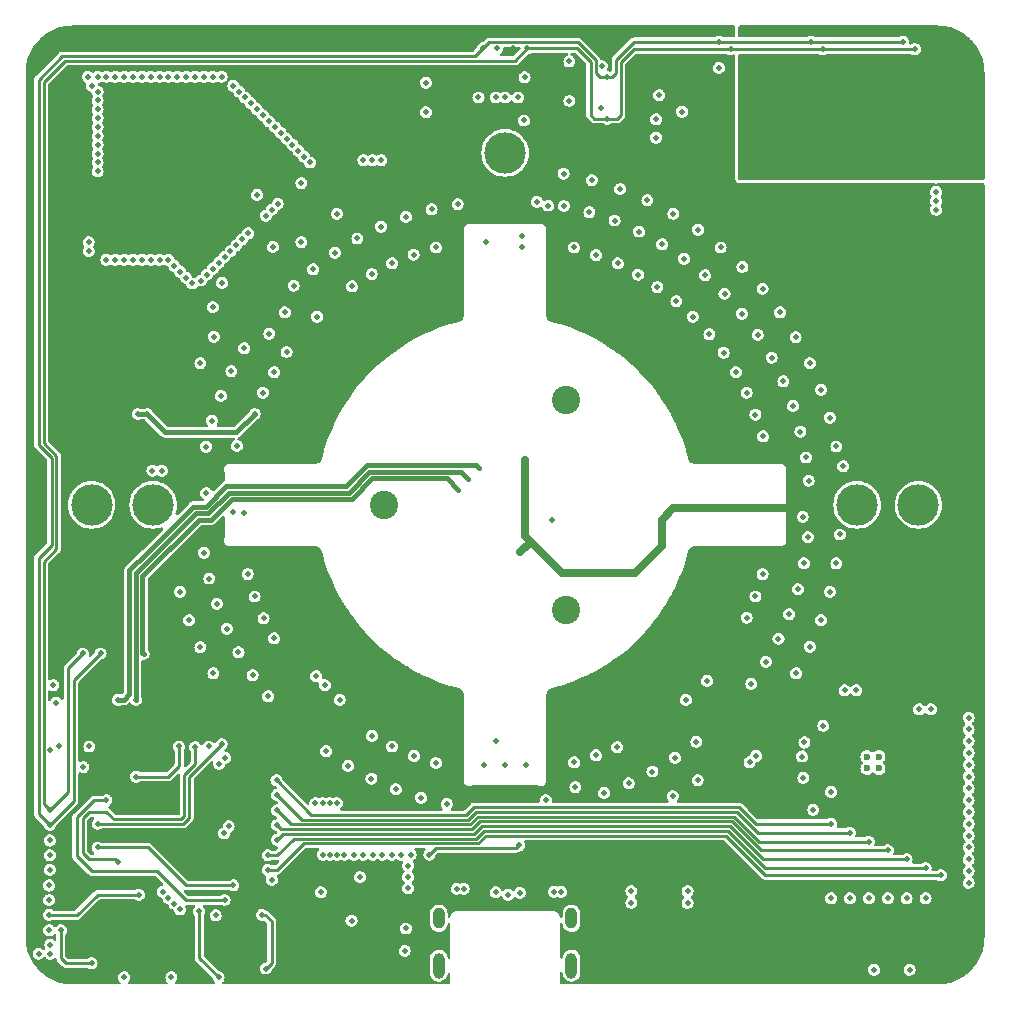
<source format=gbr>
%TF.GenerationSoftware,KiCad,Pcbnew,7.0.10*%
%TF.CreationDate,2024-01-23T14:11:02+00:00*%
%TF.ProjectId,view_base,76696577-5f62-4617-9365-2e6b69636164,rev?*%
%TF.SameCoordinates,Original*%
%TF.FileFunction,Copper,L2,Inr*%
%TF.FilePolarity,Positive*%
%FSLAX46Y46*%
G04 Gerber Fmt 4.6, Leading zero omitted, Abs format (unit mm)*
G04 Created by KiCad (PCBNEW 7.0.10) date 2024-01-23 14:11:02*
%MOMM*%
%LPD*%
G01*
G04 APERTURE LIST*
%TA.AperFunction,ComponentPad*%
%ADD10C,2.400000*%
%TD*%
%TA.AperFunction,ComponentPad*%
%ADD11C,3.500000*%
%TD*%
%TA.AperFunction,ComponentPad*%
%ADD12O,1.000000X1.800000*%
%TD*%
%TA.AperFunction,ComponentPad*%
%ADD13O,1.000000X2.200000*%
%TD*%
%TA.AperFunction,ComponentPad*%
%ADD14C,0.600000*%
%TD*%
%TA.AperFunction,ViaPad*%
%ADD15C,0.500000*%
%TD*%
%TA.AperFunction,ViaPad*%
%ADD16C,0.800000*%
%TD*%
%TA.AperFunction,Conductor*%
%ADD17C,0.400000*%
%TD*%
%TA.AperFunction,Conductor*%
%ADD18C,0.250000*%
%TD*%
%TA.AperFunction,Conductor*%
%ADD19C,0.650000*%
%TD*%
G04 APERTURE END LIST*
D10*
%TO.N,unconnected-(H4-Pad1)*%
%TO.C,H4*%
X105125427Y-91122500D03*
%TD*%
%TO.N,unconnected-(H1-Pad1)*%
%TO.C,H1*%
X105125427Y-108877499D03*
%TD*%
%TO.N,unconnected-(H2-Pad1)*%
%TO.C,H2*%
X89749146Y-100000000D03*
%TD*%
D11*
%TO.N,unconnected-(H3-Pad1)*%
%TO.C,H3*%
X70200000Y-100000000D03*
%TD*%
%TO.N,unconnected-(H5-Pad1)*%
%TO.C,H5*%
X100000000Y-70200000D03*
%TD*%
%TO.N,unconnected-(H6-Pad1)*%
%TO.C,H6*%
X129800000Y-100000000D03*
%TD*%
D12*
%TO.N,GND*%
%TO.C,J1*%
X94380000Y-135000000D03*
D13*
X94380000Y-139000000D03*
D12*
X105620000Y-135000000D03*
D13*
X105620000Y-139000000D03*
%TD*%
D14*
%TO.N,GND*%
%TO.C,U8*%
X130650000Y-122300000D03*
X131650000Y-122300000D03*
X130650000Y-121300000D03*
X131650000Y-121300000D03*
%TD*%
D11*
%TO.N,unconnected-(H7-Pad1)*%
%TO.C,H7*%
X135000000Y-100000000D03*
%TD*%
%TO.N,unconnected-(H8-Pad1)*%
%TO.C,H8*%
X65000000Y-100000000D03*
%TD*%
D15*
%TO.N,GND*%
X128050000Y-104950000D03*
X129750000Y-115700000D03*
X120600000Y-62400000D03*
X139250000Y-122000000D03*
X111250000Y-80500000D03*
X139250000Y-131000000D03*
X124300000Y-60100000D03*
X68900000Y-92300000D03*
X84000000Y-114500000D03*
X139250000Y-70050000D03*
X88750000Y-70800000D03*
X60500000Y-138000000D03*
X76300000Y-121400000D03*
X128050000Y-95050000D03*
X135050000Y-117300000D03*
X84550000Y-125250000D03*
X139250000Y-124000000D03*
X85150000Y-125250000D03*
X76600000Y-127200000D03*
X120450000Y-109550000D03*
X128750000Y-115700000D03*
X80450000Y-88750000D03*
X117300000Y-85550000D03*
X79500000Y-90500000D03*
X121850000Y-94200000D03*
X85750000Y-75350000D03*
X88000000Y-70800000D03*
X101400000Y-78200000D03*
X86400000Y-129600000D03*
X139250000Y-67050000D03*
X89500000Y-70800000D03*
X79550000Y-109600000D03*
X103650000Y-74650000D03*
X87050000Y-81500000D03*
X118250000Y-78200000D03*
X84600000Y-129600000D03*
X125800000Y-112000000D03*
X121800000Y-62400000D03*
X109550000Y-79550000D03*
X124650000Y-114250000D03*
X139250000Y-70650000D03*
X107350000Y-72500000D03*
X139250000Y-121000000D03*
X120450000Y-90500000D03*
X99350000Y-61350000D03*
X74200000Y-112050000D03*
X85800000Y-129600000D03*
X134250000Y-139350000D03*
X116350000Y-76700000D03*
X75800000Y-121900000D03*
X90450000Y-79550000D03*
X75300000Y-114250000D03*
X139250000Y-65850000D03*
X139250000Y-120000000D03*
X81500000Y-87050000D03*
X100000000Y-65500000D03*
X99250000Y-120000000D03*
X124600000Y-85800000D03*
X75350000Y-85750000D03*
X107700000Y-121200000D03*
X115449995Y-133700003D03*
X83950000Y-125250000D03*
X114500000Y-82750000D03*
X127500000Y-92600000D03*
X109750000Y-73250000D03*
X127500000Y-107350000D03*
X84400000Y-132800000D03*
X116300000Y-123300000D03*
X69700000Y-92300000D03*
X126750000Y-90250000D03*
X139250000Y-65250000D03*
X92250000Y-78800000D03*
X119550000Y-88750000D03*
X91800000Y-131500000D03*
X123300000Y-83700000D03*
X84100000Y-84050000D03*
X90450000Y-120450000D03*
X80250000Y-131750000D03*
X121800000Y-105850000D03*
X112900000Y-81550000D03*
X114200000Y-124650000D03*
X139250000Y-130000000D03*
X70150000Y-97100000D03*
X139250000Y-129000000D03*
X62000000Y-116750000D03*
X139250000Y-68850000D03*
X139250000Y-71850000D03*
X139250000Y-128000000D03*
X139250000Y-68250000D03*
X101100000Y-65500000D03*
X112050000Y-74200000D03*
X85750000Y-125250000D03*
X139250000Y-67650000D03*
X120700000Y-121800000D03*
X121200000Y-62400000D03*
X97750000Y-65500000D03*
X139250000Y-71250000D03*
X104000000Y-101300000D03*
X88700000Y-80450000D03*
X71000000Y-132750000D03*
X128630000Y-96720000D03*
X61500000Y-138000000D03*
X99200000Y-65500000D03*
X121200000Y-107750000D03*
X94150000Y-78200000D03*
X94150000Y-121850000D03*
X61500000Y-137250000D03*
X115000000Y-66700000D03*
X88750000Y-119550000D03*
X72500000Y-107350000D03*
X114250000Y-75350000D03*
X125800000Y-88000000D03*
X85200000Y-129600000D03*
X74200000Y-88000000D03*
X78800000Y-107750000D03*
X139250000Y-125000000D03*
X134700000Y-60200000D03*
X121800000Y-81700000D03*
X139250000Y-126000000D03*
X107700000Y-78850000D03*
X139250000Y-123000000D03*
X118500000Y-87100000D03*
X105850000Y-121800000D03*
X126750000Y-109750000D03*
X70950000Y-97100000D03*
X128350000Y-102500000D03*
X72500000Y-134250000D03*
X109500000Y-120500000D03*
X77000000Y-100600000D03*
X71500000Y-133250000D03*
X139250000Y-119000000D03*
X78800000Y-92300000D03*
X139250000Y-118000000D03*
X115900000Y-84050000D03*
X72000000Y-133750000D03*
X76200000Y-127800000D03*
X139250000Y-132000000D03*
X80450000Y-111300000D03*
X115450000Y-132700004D03*
X92300000Y-121250000D03*
X121250000Y-121250000D03*
X120100000Y-79850000D03*
X78200000Y-105850000D03*
X139250000Y-66450000D03*
X139250000Y-127000000D03*
X125250000Y-123100000D03*
X136050000Y-117300000D03*
X73250000Y-109750000D03*
X139250000Y-69450000D03*
X105850000Y-78200000D03*
X121200000Y-92350000D03*
X104950000Y-71950000D03*
%TO.N,/USB_D-*%
X100250000Y-133000000D03*
X99200000Y-132800000D03*
X91800000Y-132450000D03*
%TO.N,/USB_D+*%
X91800000Y-130550000D03*
X101250000Y-132850000D03*
%TO.N,/STRAIN_E+*%
X79000000Y-73750000D03*
X75250000Y-83250000D03*
X80350000Y-78150000D03*
%TO.N,/STRAIN_S-*%
X76050000Y-81200000D03*
%TO.N,/STRAIN_S+*%
X82750000Y-77750000D03*
X82750000Y-72750000D03*
%TO.N,/ESP32_EN*%
X79750000Y-139250000D03*
X79400000Y-134700000D03*
%TO.N,/ESP32_BOOT*%
X74100000Y-134400000D03*
X62400000Y-136000000D03*
X65000000Y-138800000D03*
X75750000Y-140000000D03*
X61450000Y-120750000D03*
%TO.N,/USB_SERIAL_RXI*%
X61400000Y-133450000D03*
X67750000Y-140000000D03*
%TO.N,/USB_SERIAL_TXO*%
X61400000Y-132200000D03*
X71750000Y-140000000D03*
%TO.N,/LED_DATA_5V*%
X93600000Y-129600000D03*
X101200000Y-128800000D03*
X91500000Y-137760000D03*
%TO.N,/LCD_CMD*%
X69000000Y-133000000D03*
X61400000Y-134700000D03*
%TO.N,/LCD_CS*%
X73750000Y-120500000D03*
X67200000Y-130200000D03*
%TO.N,/LCD_BACKLIGHT*%
X65500000Y-129000000D03*
X77000000Y-132200000D03*
%TO.N,/LCD_DATA*%
X76000000Y-120250000D03*
X65500000Y-127000000D03*
%TO.N,/LCD_SCK*%
X66250000Y-125000000D03*
X76250000Y-133450000D03*
%TO.N,/LCD_RST*%
X68750000Y-123000000D03*
X72400000Y-120450000D03*
%TO.N,/MAG_DO*%
X67250000Y-116500000D03*
X97800000Y-96900000D03*
%TO.N,/MAG_CLK*%
X68750000Y-116500000D03*
X96900000Y-97800000D03*
%TO.N,/MAG_CSN*%
X96000000Y-98700000D03*
X69400000Y-112600000D03*
%TO.N,/STRAIN_SCK*%
X61750000Y-115250000D03*
X61400000Y-136000000D03*
%TO.N,/TMC_UH*%
X127600000Y-133300000D03*
X127600000Y-127000000D03*
X80650000Y-123300000D03*
%TO.N,/TMC_VH*%
X129200000Y-133300000D03*
X80700000Y-124550000D03*
X129200000Y-127750000D03*
%TO.N,/TMC_WH*%
X130800000Y-133300000D03*
X80700000Y-125850000D03*
X130800000Y-128500000D03*
%TO.N,/TMC_UL*%
X80700000Y-127100000D03*
X132400000Y-129250000D03*
X132400000Y-133300000D03*
%TO.N,/TMC_WL*%
X80700000Y-128350000D03*
X134000000Y-130000000D03*
X134000000Y-133300000D03*
%TO.N,/TMC_VL*%
X79900000Y-129650000D03*
X135600000Y-130750000D03*
X135600000Y-133300000D03*
%TO.N,/TMC_DIAG*%
X136900000Y-131350000D03*
X79900000Y-130900000D03*
%TO.N,/LED_DATA_3V3*%
X87000000Y-135200000D03*
X75500000Y-134750000D03*
%TO.N,GNDA*%
X80000000Y-67500000D03*
X80250000Y-75000000D03*
X64750000Y-77750000D03*
X65500000Y-70250000D03*
X73750000Y-63750000D03*
X69250000Y-63750000D03*
X75250000Y-80000000D03*
X65500000Y-71750000D03*
X69250000Y-79250000D03*
X65500000Y-65750000D03*
X76250000Y-79000000D03*
X77750000Y-77500000D03*
X65500000Y-68000000D03*
X74750000Y-80500000D03*
X73000000Y-63750000D03*
X64750000Y-78500000D03*
X75750000Y-79500000D03*
X77250000Y-78000000D03*
X70750000Y-79250000D03*
X81000000Y-68500000D03*
X83500000Y-71000000D03*
X80500000Y-68000000D03*
X78000000Y-65500000D03*
X65500000Y-63750000D03*
X74250000Y-81000000D03*
X70000000Y-79250000D03*
X83000000Y-70500000D03*
X68500000Y-79250000D03*
X76750000Y-78500000D03*
X65500000Y-71000000D03*
X77000000Y-64500000D03*
X67750000Y-79250000D03*
X72500000Y-80250000D03*
X74500000Y-63750000D03*
X65500000Y-68750000D03*
X65500000Y-69500000D03*
X65000000Y-64500000D03*
X72250000Y-63750000D03*
X82500000Y-70000000D03*
X82000000Y-69500000D03*
X77500000Y-65000000D03*
X66250000Y-63750000D03*
X66250000Y-79250000D03*
X67000000Y-79250000D03*
X67000000Y-63750000D03*
X65500000Y-67250000D03*
X75250000Y-63750000D03*
X64675000Y-63750000D03*
X76000000Y-63750000D03*
X78250000Y-77000000D03*
X79750000Y-75500000D03*
X70000000Y-63750000D03*
X67750000Y-63750000D03*
X73500000Y-81250000D03*
X70750000Y-63750000D03*
X65500000Y-65000000D03*
X73000000Y-80750000D03*
X72000000Y-79750000D03*
X68500000Y-63750000D03*
X78500000Y-66000000D03*
X71500000Y-79250000D03*
X71500000Y-63750000D03*
X80750000Y-74500000D03*
X79500000Y-67000000D03*
X81500000Y-69000000D03*
X79000000Y-66500000D03*
X65500000Y-66500000D03*
%TO.N,+5V*%
X96500000Y-132500000D03*
X109270000Y-75920000D03*
X101750000Y-122000000D03*
X77920000Y-86720000D03*
X124390000Y-91620000D03*
X110699995Y-132699999D03*
X75210000Y-92870000D03*
X125640000Y-102730000D03*
X98400000Y-77700000D03*
X114400000Y-121400000D03*
X74700000Y-99000000D03*
X123560000Y-89530000D03*
X81350000Y-83700000D03*
X104150000Y-132750000D03*
X95900000Y-132500000D03*
X115160000Y-79150000D03*
X79940000Y-116200000D03*
X75600000Y-108370000D03*
X78620000Y-114410000D03*
X80040000Y-85490000D03*
X75940000Y-90760000D03*
X95060000Y-125310000D03*
X103450000Y-125000000D03*
X125490000Y-95980000D03*
X74970000Y-106230000D03*
X117100000Y-114900000D03*
X89510000Y-76440000D03*
X131250000Y-139350000D03*
X120070000Y-83810000D03*
X125300000Y-104940000D03*
X92890000Y-124790000D03*
X136500000Y-75000000D03*
X85590000Y-78630000D03*
X120850000Y-115150000D03*
X100000000Y-122000000D03*
X136500000Y-74250000D03*
X87500000Y-77440000D03*
X125200000Y-101000000D03*
X77900000Y-100700000D03*
X113310000Y-77930000D03*
X95980000Y-74530000D03*
X126100000Y-125800000D03*
X116200000Y-120050000D03*
X82100000Y-81440000D03*
X74520000Y-104030000D03*
X102700000Y-74340000D03*
X101400000Y-77200000D03*
X122080000Y-113280000D03*
X77300000Y-95000000D03*
X84840000Y-120850000D03*
X90750000Y-124070000D03*
X105950000Y-123900000D03*
X107140000Y-75220000D03*
X136500000Y-73500000D03*
X115300000Y-116500000D03*
X83750000Y-80050000D03*
X98250000Y-122000000D03*
X123150000Y-111330000D03*
X88690000Y-123170000D03*
X124050000Y-109250000D03*
X84750000Y-115250000D03*
X87700000Y-131500000D03*
X110480000Y-123570000D03*
X122570000Y-87530000D03*
X118580000Y-82120000D03*
X76440000Y-110480000D03*
X108390000Y-124380000D03*
X104750000Y-132750000D03*
X121390000Y-85600000D03*
X86000000Y-116500000D03*
X74680000Y-95060000D03*
X91590000Y-75610000D03*
X76830000Y-88680000D03*
X110699999Y-133699999D03*
X104970000Y-74690000D03*
X111350000Y-76850000D03*
X116940000Y-80550000D03*
X112480000Y-122570000D03*
X91600000Y-135860000D03*
X93780000Y-74980000D03*
X86710000Y-122100000D03*
X125010000Y-93790000D03*
X125700000Y-97950000D03*
X125150000Y-121300000D03*
X124780000Y-107130000D03*
X77430000Y-112480000D03*
%TO.N,+3V3*%
X100650000Y-61350000D03*
X83250000Y-113750000D03*
X102200000Y-103100000D03*
X132350000Y-118400000D03*
X63250000Y-76750000D03*
X65000000Y-115000000D03*
X114500000Y-63850000D03*
X96500000Y-63250000D03*
D16*
X111700001Y-136200003D03*
D15*
X114500000Y-65750000D03*
X101300000Y-104000000D03*
X65250000Y-116000000D03*
D16*
X111700000Y-137200000D03*
D15*
X101700000Y-96200000D03*
X111800000Y-64850000D03*
X137250000Y-139350000D03*
X65250000Y-116750000D03*
D16*
X114700000Y-137200000D03*
D15*
X111800000Y-66250000D03*
X84650000Y-135250000D03*
X84650000Y-133750000D03*
X63250000Y-75750000D03*
D16*
X114700002Y-136200003D03*
D15*
X84650000Y-134500000D03*
%TO.N,Net-(J6-Pin_1)*%
X127600000Y-124300000D03*
%TO.N,Net-(J6-Pin_2)*%
X125350000Y-120100000D03*
%TO.N,Net-(J6-Pin_3)*%
X126950000Y-118700000D03*
%TO.N,Net-(U7-IO40)*%
X90400000Y-129600000D03*
X61450000Y-128400000D03*
%TO.N,Net-(U7-IO41)*%
X61450000Y-129650000D03*
X91200000Y-129600000D03*
%TO.N,Net-(U7-IO42)*%
X61450000Y-130900000D03*
X92000000Y-129600000D03*
%TO.N,Net-(U7-IO45)*%
X89600000Y-129600000D03*
X62250000Y-120450000D03*
%TO.N,Net-(U7-IO46)*%
X74900000Y-120450000D03*
X87200000Y-129600000D03*
%TO.N,Net-(U7-IO47)*%
X88000000Y-129600000D03*
X64800000Y-120450000D03*
%TO.N,SDA*%
X118100000Y-60800000D03*
X65749999Y-112575000D03*
X118100000Y-63000000D03*
X125900000Y-60800000D03*
X61450000Y-127100000D03*
X108600000Y-63750000D03*
X98100000Y-61350000D03*
X133700000Y-60800000D03*
%TO.N,SCL*%
X64250002Y-112575002D03*
X101900000Y-61350000D03*
X126900000Y-61400000D03*
X61450000Y-125850000D03*
X108650000Y-67300000D03*
X134700000Y-61400000D03*
X119100000Y-61400000D03*
%TO.N,Net-(U7-IO48)*%
X88800000Y-129600000D03*
X64300000Y-122200000D03*
%TO.N,+2V8*%
X113050000Y-65300000D03*
X108150000Y-66350000D03*
X108200000Y-62850000D03*
X101650000Y-63800000D03*
X112800000Y-68900000D03*
X112800000Y-67350000D03*
X101600000Y-67450000D03*
X93300000Y-64250000D03*
X105450000Y-65800000D03*
X105450000Y-62450000D03*
X93300000Y-66750000D03*
%TD*%
D17*
%TO.N,GND*%
X69700000Y-92300000D02*
X68900000Y-92300000D01*
X71250000Y-93850000D02*
X69700000Y-92300000D01*
X77250000Y-93850000D02*
X71250000Y-93850000D01*
X78800000Y-92300000D02*
X77250000Y-93850000D01*
D18*
%TO.N,/ESP32_EN*%
X80250000Y-135250000D02*
X80250000Y-138750000D01*
X79400000Y-134700000D02*
X79700000Y-134700000D01*
X79700000Y-134700000D02*
X80250000Y-135250000D01*
X80250000Y-138750000D02*
X79750000Y-139250000D01*
%TO.N,/ESP32_BOOT*%
X62800000Y-138800000D02*
X65000000Y-138800000D01*
X74100000Y-134400000D02*
X74100000Y-138350000D01*
X74100000Y-138350000D02*
X75750000Y-140000000D01*
X62400000Y-138400000D02*
X62800000Y-138800000D01*
X62400000Y-136000000D02*
X62400000Y-138400000D01*
%TO.N,/LED_DATA_5V*%
X100950000Y-129050000D02*
X101200000Y-128800000D01*
X93600000Y-129600000D02*
X94150000Y-129050000D01*
X94150000Y-129050000D02*
X100950000Y-129050000D01*
%TO.N,/LCD_CMD*%
X61500000Y-134750000D02*
X63750000Y-134750000D01*
X65500000Y-133000000D02*
X69000000Y-133000000D01*
X63750000Y-134750000D02*
X65500000Y-133000000D01*
%TO.N,/LCD_CS*%
X64750000Y-126000000D02*
X64250000Y-126500000D01*
X64250000Y-126500000D02*
X64250000Y-129500000D01*
X66250000Y-126000000D02*
X64750000Y-126000000D01*
X66850000Y-126600000D02*
X66250000Y-126000000D01*
X72584314Y-126600000D02*
X66850000Y-126600000D01*
X67000000Y-130000000D02*
X67200000Y-130200000D01*
X72842157Y-126342157D02*
X72584314Y-126600000D01*
X72842157Y-122842157D02*
X72842157Y-126342157D01*
X64250000Y-129500000D02*
X64750000Y-130000000D01*
X64750000Y-130000000D02*
X67000000Y-130000000D01*
X73750000Y-121934314D02*
X72842157Y-122842157D01*
X73750000Y-120500000D02*
X73750000Y-121934314D01*
%TO.N,/LCD_BACKLIGHT*%
X72950000Y-132200000D02*
X72525000Y-131775000D01*
X69750000Y-129000000D02*
X72525000Y-131775000D01*
X65500000Y-129000000D02*
X69750000Y-129000000D01*
X77000000Y-132200000D02*
X72950000Y-132200000D01*
%TO.N,/LCD_DATA*%
X73250000Y-123000000D02*
X76000000Y-120250000D01*
X73250000Y-126500000D02*
X73250000Y-123000000D01*
X72750000Y-127000000D02*
X73250000Y-126500000D01*
X65500000Y-127000000D02*
X72750000Y-127000000D01*
%TO.N,/LCD_SCK*%
X63750000Y-129750000D02*
X63750000Y-126434314D01*
X72950000Y-133450000D02*
X70500000Y-131000000D01*
X70500000Y-131000000D02*
X65000000Y-131000000D01*
X63750000Y-126434314D02*
X65184314Y-125000000D01*
X72950000Y-133450000D02*
X76250000Y-133450000D01*
X65000000Y-131000000D02*
X63750000Y-129750000D01*
X65184314Y-125000000D02*
X66250000Y-125000000D01*
%TO.N,/LCD_RST*%
X68750000Y-123000000D02*
X71500000Y-123000000D01*
X71500000Y-123000000D02*
X72400000Y-122100000D01*
X72400000Y-122100000D02*
X72400000Y-120450000D01*
D17*
%TO.N,/MAG_DO*%
X67700000Y-116500000D02*
X68200000Y-116000000D01*
X74650000Y-100150000D02*
X76400000Y-98400000D01*
X73600000Y-100150000D02*
X74650000Y-100150000D01*
X86544364Y-98400000D02*
X88294364Y-96650000D01*
X68200000Y-116000000D02*
X68200000Y-105550000D01*
X97550000Y-96650000D02*
X97800000Y-96900000D01*
X76400000Y-98400000D02*
X86544364Y-98400000D01*
X67250000Y-116500000D02*
X67700000Y-116500000D01*
X68200000Y-105550000D02*
X69675000Y-104075000D01*
X88294364Y-96650000D02*
X97550000Y-96650000D01*
X69675000Y-104075000D02*
X73600000Y-100150000D01*
%TO.N,/MAG_CLK*%
X86772182Y-98950000D02*
X88522182Y-97200000D01*
X74877818Y-100700000D02*
X76627818Y-98950000D01*
X88522182Y-97200000D02*
X96300000Y-97200000D01*
X96300000Y-97200000D02*
X96900000Y-97800000D01*
X73827818Y-100700000D02*
X74877818Y-100700000D01*
X68750000Y-116500000D02*
X68750000Y-105777818D01*
X68750000Y-105777818D02*
X70063909Y-104463909D01*
X76627818Y-98950000D02*
X86772182Y-98950000D01*
X70063909Y-104463909D02*
X73827818Y-100700000D01*
%TO.N,/MAG_CSN*%
X86999999Y-99500000D02*
X76855636Y-99500000D01*
X69300000Y-112500000D02*
X69400000Y-112600000D01*
X74055636Y-101250000D02*
X69300000Y-106005636D01*
X75105636Y-101250000D02*
X74055636Y-101250000D01*
X76855636Y-99500000D02*
X75105636Y-101250000D01*
X88750000Y-97750000D02*
X86999999Y-99500000D01*
X95050000Y-97750000D02*
X88750000Y-97750000D01*
X96000000Y-98700000D02*
X95050000Y-97750000D01*
X69300000Y-106005636D02*
X69300000Y-112500000D01*
D18*
%TO.N,/TMC_UH*%
X121215686Y-127000000D02*
X127600000Y-127000000D01*
X83600000Y-126250000D02*
X96705884Y-126250000D01*
X96705884Y-126250000D02*
X97371570Y-125584314D01*
X119800000Y-125584314D02*
X121215686Y-127000000D01*
X97371570Y-125584314D02*
X119800000Y-125584314D01*
X80650000Y-123300000D02*
X83600000Y-126250000D01*
%TO.N,/TMC_VH*%
X96871569Y-126650000D02*
X97537256Y-125984314D01*
X80700000Y-124550000D02*
X82800000Y-126650000D01*
X119634314Y-125984314D02*
X121400000Y-127750000D01*
X82800000Y-126650000D02*
X96871569Y-126650000D01*
X97537256Y-125984314D02*
X119634314Y-125984314D01*
X121400000Y-127750000D02*
X129200000Y-127750000D01*
%TO.N,/TMC_WH*%
X80700000Y-125850000D02*
X81900000Y-127050000D01*
X97037254Y-127050000D02*
X97702942Y-126384314D01*
X97702942Y-126384314D02*
X119384314Y-126384314D01*
X121500000Y-128500000D02*
X130800000Y-128500000D01*
X119384314Y-126384314D02*
X121500000Y-128500000D01*
X81900000Y-127050000D02*
X97037254Y-127050000D01*
%TO.N,/TMC_UL*%
X119181372Y-126784314D02*
X121647058Y-129250000D01*
X97868628Y-126784314D02*
X119181372Y-126784314D01*
X97202942Y-127450000D02*
X97868628Y-126784314D01*
X81050000Y-127450000D02*
X97202942Y-127450000D01*
X121647058Y-129250000D02*
X132400000Y-129250000D01*
X80700000Y-127100000D02*
X81050000Y-127450000D01*
%TO.N,/TMC_WL*%
X121831372Y-130000000D02*
X119031372Y-127200000D01*
X134000000Y-130000000D02*
X121831372Y-130000000D01*
X81200000Y-127850000D02*
X80700000Y-128350000D01*
X119031372Y-127200000D02*
X98018628Y-127200000D01*
X98018628Y-127200000D02*
X97368627Y-127850000D01*
X97368627Y-127850000D02*
X81200000Y-127850000D01*
%TO.N,/TMC_VL*%
X118865686Y-127600000D02*
X122015686Y-130750000D01*
X79900000Y-129650000D02*
X80700000Y-129650000D01*
X97534312Y-128250000D02*
X98184314Y-127600000D01*
X122015686Y-130750000D02*
X135600000Y-130750000D01*
X98184314Y-127600000D02*
X118865686Y-127600000D01*
X80700000Y-129650000D02*
X82100000Y-128250000D01*
X82100000Y-128250000D02*
X97534312Y-128250000D01*
%TO.N,/TMC_DIAG*%
X122050000Y-131350000D02*
X136900000Y-131350000D01*
X98349998Y-128000000D02*
X118700000Y-128000000D01*
X82950000Y-128650000D02*
X97699997Y-128650000D01*
X118700000Y-128000000D02*
X122050000Y-131350000D01*
X97699997Y-128650000D02*
X98349998Y-128000000D01*
X80700000Y-130900000D02*
X82950000Y-128650000D01*
X79900000Y-130900000D02*
X80700000Y-130900000D01*
D19*
%TO.N,+3V3*%
X111000000Y-105750000D02*
X113250000Y-103500000D01*
X101700000Y-96200000D02*
X101700000Y-102600000D01*
X114250000Y-100250000D02*
X124500000Y-100250000D01*
X102200000Y-103100000D02*
X104850000Y-105750000D01*
X101300000Y-104000000D02*
X102200000Y-103100000D01*
X113250000Y-101250000D02*
X114250000Y-100250000D01*
X104850000Y-105750000D02*
X111000000Y-105750000D01*
X101700000Y-102600000D02*
X102200000Y-103100000D01*
X113250000Y-103500000D02*
X113250000Y-101250000D01*
D18*
%TO.N,SDA*%
X96850000Y-62000000D02*
X97250000Y-62000000D01*
X61450000Y-127100000D02*
X60500000Y-126150000D01*
X96850000Y-62000000D02*
X97450000Y-62000000D01*
X61450000Y-127100000D02*
X63500000Y-125050000D01*
X110934314Y-60800000D02*
X133700000Y-60800000D01*
X109400000Y-62334314D02*
X110934314Y-60800000D01*
X108600000Y-63750000D02*
X109050000Y-63750000D01*
X60500000Y-126150000D02*
X60500000Y-104500000D01*
X63500000Y-114824999D02*
X65749999Y-112575000D01*
X109400000Y-63400000D02*
X109400000Y-62334314D01*
X60500000Y-104500000D02*
X61600000Y-103400000D01*
X109050000Y-63750000D02*
X109400000Y-63400000D01*
X108000000Y-63750000D02*
X107675000Y-63425000D01*
X63500000Y-125050000D02*
X63500000Y-114824999D01*
X107675000Y-63425000D02*
X107675000Y-62359314D01*
X61600000Y-103400000D02*
X61600000Y-95990686D01*
X61600000Y-95990686D02*
X60500000Y-94890685D01*
X97450000Y-62000000D02*
X98100000Y-61350000D01*
X98625000Y-60825000D02*
X98100000Y-61350000D01*
X60500000Y-94890685D02*
X60500000Y-64000000D01*
X108600000Y-63750000D02*
X108000000Y-63750000D01*
X107675000Y-62359314D02*
X106140686Y-60825000D01*
X60500000Y-64000000D02*
X62500000Y-62000000D01*
X62500000Y-62000000D02*
X96850000Y-62000000D01*
X106140686Y-60825000D02*
X98625000Y-60825000D01*
%TO.N,SCL*%
X109500000Y-67300000D02*
X109800000Y-67000000D01*
X63000000Y-124300000D02*
X63000000Y-113825004D01*
X60925000Y-94750000D02*
X60925000Y-64225000D01*
X110900000Y-61400000D02*
X116100000Y-61400000D01*
X108650000Y-67300000D02*
X107550000Y-67300000D01*
X100850000Y-62400000D02*
X101900000Y-61350000D01*
X62000000Y-95825000D02*
X60925000Y-94750000D01*
X107550000Y-67300000D02*
X107250000Y-67000000D01*
X62750000Y-62400000D02*
X100850000Y-62400000D01*
X60925000Y-64225000D02*
X62750000Y-62400000D01*
X119100000Y-61400000D02*
X131650000Y-61400000D01*
X109800000Y-67000000D02*
X109800000Y-62500000D01*
X107250000Y-67000000D02*
X107250000Y-62500000D01*
X63000000Y-113825004D02*
X64250002Y-112575002D01*
X61450000Y-125850000D02*
X60925000Y-125325000D01*
X61450000Y-125850000D02*
X63000000Y-124300000D01*
X107250000Y-62500000D02*
X106100000Y-61350000D01*
X62000000Y-103750000D02*
X62000000Y-95825000D01*
X60925000Y-104825000D02*
X62000000Y-103750000D01*
X106100000Y-61350000D02*
X101900000Y-61350000D01*
X131650000Y-61400000D02*
X134700000Y-61400000D01*
X116100000Y-61400000D02*
X119100000Y-61400000D01*
X108650000Y-67300000D02*
X109500000Y-67300000D01*
X109800000Y-62500000D02*
X110900000Y-61400000D01*
X60925000Y-125325000D02*
X60925000Y-104825000D01*
%TD*%
%TA.AperFunction,Conductor*%
%TO.N,GND*%
G36*
X136602854Y-59400632D02*
G01*
X136618811Y-59401369D01*
X136773088Y-59408502D01*
X136969795Y-59418166D01*
X136980787Y-59419201D01*
X137162876Y-59444601D01*
X137163781Y-59444732D01*
X137347261Y-59471949D01*
X137357413Y-59473892D01*
X137538614Y-59516510D01*
X137540023Y-59516852D01*
X137717874Y-59561401D01*
X137727091Y-59564096D01*
X137904478Y-59623550D01*
X137906618Y-59624292D01*
X138078220Y-59685692D01*
X138086519Y-59689004D01*
X138257980Y-59764712D01*
X138260909Y-59766051D01*
X138347263Y-59806892D01*
X138425119Y-59843715D01*
X138432411Y-59847465D01*
X138529135Y-59901341D01*
X138596435Y-59938827D01*
X138599810Y-59940777D01*
X138755371Y-60034017D01*
X138761670Y-60038058D01*
X138916699Y-60144256D01*
X138920459Y-60146935D01*
X139066009Y-60254882D01*
X139071305Y-60259040D01*
X139216009Y-60379200D01*
X139219947Y-60382617D01*
X139354206Y-60504303D01*
X139358590Y-60508478D01*
X139491520Y-60641408D01*
X139495698Y-60645795D01*
X139617375Y-60780045D01*
X139620805Y-60783998D01*
X139740951Y-60928684D01*
X139745124Y-60934000D01*
X139805052Y-61014803D01*
X139853041Y-61079509D01*
X139855742Y-61083299D01*
X139961940Y-61238328D01*
X139965999Y-61244656D01*
X140059200Y-61400153D01*
X140061171Y-61403563D01*
X140152525Y-61567573D01*
X140156291Y-61574896D01*
X140233947Y-61739089D01*
X140235286Y-61742018D01*
X140310994Y-61913479D01*
X140314311Y-61921791D01*
X140375666Y-62093265D01*
X140376487Y-62095634D01*
X140435894Y-62272881D01*
X140438606Y-62282157D01*
X140483104Y-62459803D01*
X140483526Y-62461543D01*
X140526101Y-62642562D01*
X140528053Y-62652758D01*
X140555257Y-62836156D01*
X140555410Y-62837218D01*
X140580794Y-63019184D01*
X140581834Y-63030232D01*
X140591512Y-63227238D01*
X140591529Y-63227595D01*
X140599368Y-63397145D01*
X140599500Y-63402872D01*
X140599500Y-72376000D01*
X140579815Y-72443039D01*
X140527011Y-72488794D01*
X140475500Y-72500000D01*
X119874000Y-72500000D01*
X119806961Y-72480315D01*
X119761206Y-72427511D01*
X119750000Y-72376000D01*
X119750000Y-61903500D01*
X119769685Y-61836461D01*
X119822489Y-61790706D01*
X119874000Y-61779500D01*
X126520952Y-61779500D01*
X126587991Y-61799185D01*
X126587992Y-61799185D01*
X126688269Y-61863630D01*
X126807373Y-61898600D01*
X126824058Y-61903500D01*
X126827461Y-61904499D01*
X126827463Y-61904500D01*
X126827464Y-61904500D01*
X126972537Y-61904500D01*
X126972537Y-61904499D01*
X127111729Y-61863630D01*
X127111730Y-61863630D01*
X127212008Y-61799185D01*
X127279047Y-61779500D01*
X131586673Y-61779500D01*
X134320952Y-61779500D01*
X134387991Y-61799185D01*
X134387992Y-61799185D01*
X134488269Y-61863630D01*
X134607373Y-61898600D01*
X134624058Y-61903500D01*
X134627461Y-61904499D01*
X134627463Y-61904500D01*
X134627464Y-61904500D01*
X134772537Y-61904500D01*
X134772537Y-61904499D01*
X134911729Y-61863630D01*
X134911730Y-61863630D01*
X134911732Y-61863629D01*
X135033775Y-61785196D01*
X135128777Y-61675558D01*
X135189042Y-61543596D01*
X135209688Y-61400000D01*
X135189042Y-61256404D01*
X135189041Y-61256400D01*
X135128777Y-61124443D01*
X135128777Y-61124442D01*
X135033775Y-61014804D01*
X134994811Y-60989763D01*
X134911730Y-60936369D01*
X134772538Y-60895500D01*
X134772536Y-60895500D01*
X134627464Y-60895500D01*
X134627461Y-60895500D01*
X134488270Y-60936369D01*
X134488265Y-60936371D01*
X134388141Y-61000718D01*
X134321102Y-61020403D01*
X134254063Y-61000718D01*
X134208308Y-60947914D01*
X134198364Y-60878758D01*
X134209688Y-60800000D01*
X134189042Y-60656404D01*
X134189041Y-60656400D01*
X134128777Y-60524443D01*
X134128777Y-60524442D01*
X134033775Y-60414804D01*
X133978292Y-60379147D01*
X133911730Y-60336369D01*
X133772538Y-60295500D01*
X133772536Y-60295500D01*
X133627464Y-60295500D01*
X133627461Y-60295500D01*
X133488270Y-60336369D01*
X133488269Y-60336369D01*
X133387992Y-60400815D01*
X133320953Y-60420500D01*
X126279048Y-60420500D01*
X126212009Y-60400815D01*
X126212008Y-60400815D01*
X126111730Y-60336369D01*
X125972538Y-60295500D01*
X125972536Y-60295500D01*
X125827464Y-60295500D01*
X125827461Y-60295500D01*
X125688270Y-60336369D01*
X125688269Y-60336369D01*
X125587992Y-60400815D01*
X125520953Y-60420500D01*
X119874000Y-60420500D01*
X119806961Y-60400815D01*
X119761206Y-60348011D01*
X119750000Y-60296500D01*
X119750000Y-59524500D01*
X119769685Y-59457461D01*
X119822489Y-59411706D01*
X119874000Y-59400500D01*
X136597128Y-59400500D01*
X136602854Y-59400632D01*
G37*
%TD.AperFunction*%
%TD*%
%TA.AperFunction,Conductor*%
%TO.N,+3V3*%
G36*
X119433539Y-59420185D02*
G01*
X119479294Y-59472989D01*
X119490500Y-59524500D01*
X119490500Y-60296500D01*
X119470815Y-60363539D01*
X119418011Y-60409294D01*
X119366500Y-60420500D01*
X118479048Y-60420500D01*
X118412009Y-60400815D01*
X118412008Y-60400815D01*
X118311730Y-60336369D01*
X118172538Y-60295500D01*
X118172536Y-60295500D01*
X118027464Y-60295500D01*
X118027461Y-60295500D01*
X117888270Y-60336369D01*
X117888269Y-60336369D01*
X117787992Y-60400815D01*
X117720953Y-60420500D01*
X110986534Y-60420500D01*
X110961089Y-60417861D01*
X110950215Y-60415581D01*
X110950212Y-60415581D01*
X110918390Y-60419548D01*
X110903052Y-60420500D01*
X110902871Y-60420500D01*
X110893320Y-60422093D01*
X110882098Y-60423965D01*
X110877039Y-60424701D01*
X110824536Y-60431246D01*
X110816922Y-60433513D01*
X110809384Y-60436101D01*
X110762862Y-60461277D01*
X110758309Y-60463621D01*
X110710746Y-60486873D01*
X110704283Y-60491487D01*
X110697998Y-60496379D01*
X110662159Y-60535310D01*
X110658613Y-60539005D01*
X109168577Y-62029041D01*
X109148727Y-62045162D01*
X109139419Y-62051243D01*
X109119715Y-62076559D01*
X109109569Y-62088051D01*
X109109425Y-62088194D01*
X109109417Y-62088204D01*
X109097186Y-62105332D01*
X109094131Y-62109428D01*
X109061625Y-62151194D01*
X109057849Y-62158171D01*
X109054345Y-62165337D01*
X109039247Y-62216053D01*
X109037683Y-62220934D01*
X109020499Y-62270986D01*
X109019195Y-62278801D01*
X109018207Y-62286727D01*
X109020394Y-62339575D01*
X109020500Y-62344700D01*
X109020500Y-63191442D01*
X109000815Y-63258481D01*
X108984181Y-63279123D01*
X108982959Y-63280345D01*
X108921636Y-63313830D01*
X108851944Y-63308846D01*
X108828241Y-63296981D01*
X108811732Y-63286371D01*
X108811730Y-63286370D01*
X108811728Y-63286369D01*
X108722959Y-63260304D01*
X108664181Y-63222529D01*
X108635156Y-63158974D01*
X108645100Y-63089815D01*
X108671973Y-63030973D01*
X108689042Y-62993596D01*
X108709688Y-62850000D01*
X108689042Y-62706404D01*
X108689041Y-62706400D01*
X108637603Y-62593768D01*
X108628777Y-62574442D01*
X108533775Y-62464804D01*
X108498950Y-62442423D01*
X108411730Y-62386369D01*
X108272538Y-62345500D01*
X108272536Y-62345500D01*
X108164786Y-62345500D01*
X108097747Y-62325815D01*
X108051992Y-62273011D01*
X108045943Y-62256888D01*
X108041487Y-62241926D01*
X108038900Y-62234388D01*
X108038900Y-62234387D01*
X108013699Y-62187821D01*
X108011375Y-62183304D01*
X107988125Y-62135743D01*
X107983541Y-62129323D01*
X107978620Y-62123000D01*
X107978619Y-62122998D01*
X107939676Y-62087148D01*
X107936002Y-62083622D01*
X106445957Y-60593577D01*
X106429829Y-60573716D01*
X106423756Y-60564421D01*
X106423754Y-60564418D01*
X106418476Y-60560310D01*
X106398441Y-60544716D01*
X106386931Y-60534551D01*
X106386800Y-60534420D01*
X106369670Y-60522189D01*
X106365565Y-60519127D01*
X106323809Y-60486628D01*
X106323808Y-60486627D01*
X106323805Y-60486625D01*
X106323800Y-60486623D01*
X106316813Y-60482841D01*
X106309665Y-60479347D01*
X106258952Y-60464249D01*
X106254071Y-60462685D01*
X106204012Y-60445499D01*
X106196202Y-60444196D01*
X106188272Y-60443207D01*
X106135424Y-60445394D01*
X106130299Y-60445500D01*
X98677220Y-60445500D01*
X98651775Y-60442861D01*
X98640901Y-60440581D01*
X98640898Y-60440581D01*
X98609076Y-60444548D01*
X98593738Y-60445500D01*
X98593557Y-60445500D01*
X98580877Y-60447615D01*
X98572824Y-60448959D01*
X98567762Y-60449696D01*
X98515217Y-60456247D01*
X98507601Y-60458514D01*
X98500076Y-60461098D01*
X98453541Y-60486280D01*
X98448991Y-60488622D01*
X98401431Y-60511874D01*
X98394976Y-60516482D01*
X98388684Y-60521379D01*
X98352845Y-60560310D01*
X98349299Y-60564005D01*
X98103763Y-60809542D01*
X98042440Y-60843027D01*
X98033730Y-60844599D01*
X98027460Y-60845500D01*
X97888270Y-60886369D01*
X97888269Y-60886369D01*
X97766226Y-60964803D01*
X97671223Y-61074441D01*
X97610957Y-61206407D01*
X97600719Y-61277610D01*
X97571693Y-61341165D01*
X97565663Y-61347642D01*
X97329123Y-61584182D01*
X97267803Y-61617666D01*
X97241444Y-61620500D01*
X62552220Y-61620500D01*
X62526775Y-61617861D01*
X62515901Y-61615581D01*
X62515898Y-61615581D01*
X62484076Y-61619548D01*
X62468738Y-61620500D01*
X62468557Y-61620500D01*
X62455877Y-61622615D01*
X62447824Y-61623959D01*
X62442762Y-61624696D01*
X62390217Y-61631247D01*
X62382601Y-61633514D01*
X62375076Y-61636098D01*
X62328541Y-61661280D01*
X62323991Y-61663622D01*
X62276431Y-61686874D01*
X62269976Y-61691482D01*
X62263684Y-61696379D01*
X62227845Y-61735310D01*
X62224299Y-61739005D01*
X60268577Y-63694727D01*
X60248727Y-63710848D01*
X60239419Y-63716929D01*
X60219715Y-63742245D01*
X60209569Y-63753737D01*
X60209425Y-63753880D01*
X60209417Y-63753890D01*
X60197186Y-63771018D01*
X60194131Y-63775114D01*
X60161625Y-63816880D01*
X60157849Y-63823857D01*
X60154345Y-63831023D01*
X60139247Y-63881739D01*
X60137683Y-63886620D01*
X60120499Y-63936672D01*
X60119195Y-63944487D01*
X60118207Y-63952413D01*
X60120394Y-64005261D01*
X60120500Y-64010386D01*
X60120500Y-94838464D01*
X60117861Y-94863912D01*
X60115581Y-94874785D01*
X60119548Y-94906608D01*
X60120500Y-94921947D01*
X60120500Y-94922127D01*
X60123962Y-94942882D01*
X60124699Y-94947942D01*
X60131248Y-95000466D01*
X60133517Y-95008089D01*
X60136099Y-95015608D01*
X60136100Y-95015612D01*
X60154710Y-95050000D01*
X60161277Y-95062135D01*
X60163621Y-95066690D01*
X60186874Y-95114253D01*
X60191468Y-95120688D01*
X60196381Y-95127001D01*
X60235323Y-95162850D01*
X60238995Y-95166374D01*
X61184181Y-96111560D01*
X61217666Y-96172883D01*
X61220500Y-96199241D01*
X61220500Y-103191443D01*
X61200815Y-103258482D01*
X61184181Y-103279124D01*
X60268577Y-104194727D01*
X60248727Y-104210848D01*
X60239419Y-104216929D01*
X60219715Y-104242245D01*
X60209569Y-104253737D01*
X60209425Y-104253880D01*
X60209417Y-104253890D01*
X60197186Y-104271018D01*
X60194131Y-104275114D01*
X60161625Y-104316880D01*
X60157849Y-104323857D01*
X60154345Y-104331023D01*
X60139247Y-104381739D01*
X60137683Y-104386620D01*
X60120499Y-104436672D01*
X60119195Y-104444487D01*
X60118207Y-104452413D01*
X60120394Y-104505261D01*
X60120500Y-104510386D01*
X60120500Y-126097779D01*
X60117861Y-126123225D01*
X60117372Y-126125557D01*
X60115581Y-126134100D01*
X60119548Y-126165923D01*
X60120500Y-126181262D01*
X60120500Y-126181443D01*
X60123959Y-126202175D01*
X60124697Y-126207242D01*
X60131247Y-126259781D01*
X60133505Y-126267367D01*
X60136101Y-126274930D01*
X60136441Y-126275558D01*
X60160997Y-126320934D01*
X60161279Y-126321454D01*
X60163624Y-126326010D01*
X60186874Y-126373569D01*
X60191472Y-126380008D01*
X60196381Y-126386316D01*
X60235323Y-126422165D01*
X60238995Y-126425689D01*
X60915662Y-127102356D01*
X60949147Y-127163679D01*
X60950719Y-127172389D01*
X60958838Y-127228853D01*
X60960958Y-127243596D01*
X61021223Y-127375558D01*
X61116225Y-127485196D01*
X61177294Y-127524443D01*
X61238269Y-127563630D01*
X61357373Y-127598600D01*
X61376837Y-127604316D01*
X61377461Y-127604499D01*
X61377463Y-127604500D01*
X61377464Y-127604500D01*
X61522537Y-127604500D01*
X61522537Y-127604499D01*
X61661729Y-127563630D01*
X61661730Y-127563630D01*
X61661732Y-127563629D01*
X61783775Y-127485196D01*
X61878777Y-127375558D01*
X61921664Y-127281646D01*
X61939041Y-127243599D01*
X61939042Y-127243594D01*
X61949279Y-127172389D01*
X61978303Y-127108835D01*
X61984322Y-127102370D01*
X63731425Y-125355267D01*
X63751279Y-125339145D01*
X63760582Y-125333068D01*
X63780276Y-125307764D01*
X63790459Y-125296234D01*
X63790581Y-125296113D01*
X63801589Y-125280695D01*
X63802811Y-125278984D01*
X63805876Y-125274873D01*
X63838375Y-125233119D01*
X63838376Y-125233117D01*
X63842159Y-125226126D01*
X63845651Y-125218982D01*
X63845651Y-125218981D01*
X63845653Y-125218979D01*
X63860750Y-125168263D01*
X63862303Y-125163414D01*
X63879500Y-125113327D01*
X63879500Y-125113323D01*
X63879501Y-125113321D01*
X63880802Y-125105521D01*
X63881792Y-125097587D01*
X63879606Y-125044727D01*
X63879500Y-125039603D01*
X63879500Y-122756550D01*
X63899185Y-122689511D01*
X63951989Y-122643756D01*
X64021147Y-122633812D01*
X64070537Y-122652234D01*
X64088268Y-122663629D01*
X64196720Y-122695473D01*
X64227461Y-122704499D01*
X64227463Y-122704500D01*
X64227464Y-122704500D01*
X64372537Y-122704500D01*
X64372537Y-122704499D01*
X64511729Y-122663630D01*
X64511730Y-122663630D01*
X64511732Y-122663629D01*
X64633775Y-122585196D01*
X64728777Y-122475558D01*
X64771664Y-122381646D01*
X64789041Y-122343599D01*
X64789042Y-122343595D01*
X64809688Y-122200000D01*
X64789042Y-122056404D01*
X64789041Y-122056400D01*
X64744323Y-121958483D01*
X64728777Y-121924442D01*
X64633775Y-121814804D01*
X64598950Y-121792423D01*
X64511730Y-121736369D01*
X64372538Y-121695500D01*
X64372536Y-121695500D01*
X64227464Y-121695500D01*
X64227461Y-121695500D01*
X64088270Y-121736369D01*
X64088265Y-121736371D01*
X64070539Y-121747764D01*
X64003500Y-121767449D01*
X63936461Y-121747764D01*
X63890706Y-121694961D01*
X63879500Y-121643449D01*
X63879500Y-120450000D01*
X64290312Y-120450000D01*
X64310957Y-120593595D01*
X64310958Y-120593599D01*
X64364507Y-120710852D01*
X64371223Y-120725558D01*
X64466225Y-120835196D01*
X64529429Y-120875815D01*
X64588269Y-120913630D01*
X64707373Y-120948600D01*
X64724889Y-120953744D01*
X64727461Y-120954499D01*
X64727463Y-120954500D01*
X64727464Y-120954500D01*
X64872537Y-120954500D01*
X64872537Y-120954499D01*
X65004199Y-120915841D01*
X65011729Y-120913630D01*
X65011730Y-120913630D01*
X65013423Y-120912542D01*
X65133775Y-120835196D01*
X65228777Y-120725558D01*
X65279358Y-120614802D01*
X65289041Y-120593599D01*
X65289042Y-120593595D01*
X65293350Y-120563630D01*
X65309688Y-120450000D01*
X65289042Y-120306404D01*
X65289041Y-120306400D01*
X65248072Y-120216693D01*
X65228777Y-120174442D01*
X65133775Y-120064804D01*
X65089530Y-120036369D01*
X65011730Y-119986369D01*
X64872538Y-119945500D01*
X64872536Y-119945500D01*
X64727464Y-119945500D01*
X64727461Y-119945500D01*
X64588270Y-119986369D01*
X64588269Y-119986369D01*
X64466226Y-120064803D01*
X64466225Y-120064803D01*
X64466225Y-120064804D01*
X64422901Y-120114803D01*
X64371223Y-120174442D01*
X64371222Y-120174443D01*
X64310958Y-120306400D01*
X64310957Y-120306404D01*
X64290312Y-120450000D01*
X63879500Y-120450000D01*
X63879500Y-119550000D01*
X88240312Y-119550000D01*
X88260957Y-119693595D01*
X88260958Y-119693599D01*
X88320713Y-119824442D01*
X88321223Y-119825558D01*
X88416225Y-119935196D01*
X88494659Y-119985602D01*
X88538269Y-120013630D01*
X88677461Y-120054499D01*
X88677463Y-120054500D01*
X88677464Y-120054500D01*
X88822537Y-120054500D01*
X88822537Y-120054499D01*
X88961729Y-120013630D01*
X88961730Y-120013630D01*
X88961732Y-120013629D01*
X89083775Y-119935196D01*
X89178777Y-119825558D01*
X89239042Y-119693596D01*
X89259688Y-119550000D01*
X89239042Y-119406404D01*
X89239041Y-119406400D01*
X89200220Y-119321397D01*
X89178777Y-119274442D01*
X89083775Y-119164804D01*
X89048950Y-119142423D01*
X88961730Y-119086369D01*
X88822538Y-119045500D01*
X88822536Y-119045500D01*
X88677464Y-119045500D01*
X88677461Y-119045500D01*
X88538270Y-119086369D01*
X88538269Y-119086369D01*
X88416226Y-119164803D01*
X88321223Y-119274442D01*
X88321222Y-119274443D01*
X88260958Y-119406400D01*
X88260957Y-119406404D01*
X88240312Y-119550000D01*
X63879500Y-119550000D01*
X63879500Y-116500000D01*
X66740312Y-116500000D01*
X66760957Y-116643595D01*
X66760958Y-116643599D01*
X66821222Y-116775556D01*
X66821223Y-116775558D01*
X66916225Y-116885196D01*
X66962294Y-116914803D01*
X67038269Y-116963630D01*
X67177461Y-117004499D01*
X67177463Y-117004500D01*
X67177464Y-117004500D01*
X67322537Y-117004500D01*
X67322537Y-117004499D01*
X67376229Y-116988734D01*
X67470242Y-116961131D01*
X67470720Y-116962761D01*
X67508697Y-116954500D01*
X67667508Y-116954500D01*
X67681390Y-116955279D01*
X67695067Y-116956820D01*
X67717184Y-116959313D01*
X67717184Y-116959312D01*
X67717186Y-116959313D01*
X67773941Y-116948573D01*
X67778369Y-116947821D01*
X67835479Y-116939214D01*
X67835482Y-116939212D01*
X67843721Y-116936670D01*
X67851801Y-116933843D01*
X67851803Y-116933841D01*
X67851807Y-116933841D01*
X67902869Y-116906853D01*
X67906884Y-116904825D01*
X67958921Y-116879767D01*
X67958923Y-116879764D01*
X67958927Y-116879763D01*
X67966023Y-116874924D01*
X67972938Y-116869822D01*
X67972940Y-116869820D01*
X68013758Y-116829000D01*
X68017016Y-116825861D01*
X68059356Y-116786577D01*
X68059360Y-116786569D01*
X68065153Y-116779307D01*
X68065801Y-116779824D01*
X68075233Y-116767525D01*
X68115301Y-116727457D01*
X68176622Y-116693974D01*
X68246314Y-116698958D01*
X68302247Y-116740830D01*
X68315773Y-116763625D01*
X68321222Y-116775557D01*
X68330769Y-116786575D01*
X68416225Y-116885196D01*
X68462294Y-116914803D01*
X68538269Y-116963630D01*
X68677461Y-117004499D01*
X68677463Y-117004500D01*
X68677464Y-117004500D01*
X68822537Y-117004500D01*
X68822537Y-117004499D01*
X68961729Y-116963630D01*
X68961730Y-116963630D01*
X68961732Y-116963629D01*
X69083775Y-116885196D01*
X69178777Y-116775558D01*
X69239042Y-116643596D01*
X69259688Y-116500000D01*
X69239042Y-116356404D01*
X69215705Y-116305302D01*
X69204500Y-116253791D01*
X69204500Y-116200000D01*
X79430312Y-116200000D01*
X79450957Y-116343595D01*
X79450958Y-116343599D01*
X79510713Y-116474442D01*
X79511223Y-116475558D01*
X79606225Y-116585196D01*
X79684659Y-116635602D01*
X79728269Y-116663630D01*
X79867461Y-116704499D01*
X79867463Y-116704500D01*
X79867464Y-116704500D01*
X80012537Y-116704500D01*
X80012537Y-116704499D01*
X80151729Y-116663630D01*
X80151730Y-116663630D01*
X80151732Y-116663629D01*
X80273775Y-116585196D01*
X80347598Y-116500000D01*
X85490312Y-116500000D01*
X85510957Y-116643595D01*
X85510958Y-116643599D01*
X85571222Y-116775556D01*
X85571223Y-116775558D01*
X85666225Y-116885196D01*
X85712294Y-116914803D01*
X85788269Y-116963630D01*
X85927461Y-117004499D01*
X85927463Y-117004500D01*
X85927464Y-117004500D01*
X86072537Y-117004500D01*
X86072537Y-117004499D01*
X86211729Y-116963630D01*
X86211730Y-116963630D01*
X86211732Y-116963629D01*
X86333775Y-116885196D01*
X86428777Y-116775558D01*
X86489042Y-116643596D01*
X86509688Y-116500000D01*
X86489042Y-116356404D01*
X86489042Y-116356403D01*
X86489041Y-116356400D01*
X86428777Y-116224443D01*
X86428777Y-116224442D01*
X86333775Y-116114804D01*
X86298950Y-116092423D01*
X86211730Y-116036369D01*
X86072538Y-115995500D01*
X86072536Y-115995500D01*
X85927464Y-115995500D01*
X85927461Y-115995500D01*
X85788270Y-116036369D01*
X85788269Y-116036369D01*
X85666226Y-116114803D01*
X85571223Y-116224442D01*
X85571222Y-116224443D01*
X85510958Y-116356400D01*
X85510957Y-116356404D01*
X85490312Y-116500000D01*
X80347598Y-116500000D01*
X80368777Y-116475558D01*
X80429042Y-116343596D01*
X80449688Y-116200000D01*
X80429042Y-116056404D01*
X80429041Y-116056400D01*
X80381486Y-115952271D01*
X80368777Y-115924442D01*
X80273775Y-115814804D01*
X80226080Y-115784152D01*
X80151730Y-115736369D01*
X80012538Y-115695500D01*
X80012536Y-115695500D01*
X79867464Y-115695500D01*
X79867461Y-115695500D01*
X79728270Y-115736369D01*
X79728269Y-115736369D01*
X79606226Y-115814803D01*
X79606225Y-115814803D01*
X79606225Y-115814804D01*
X79578565Y-115846725D01*
X79511223Y-115924442D01*
X79511222Y-115924443D01*
X79450958Y-116056400D01*
X79450957Y-116056404D01*
X79430312Y-116200000D01*
X69204500Y-116200000D01*
X69204500Y-114250000D01*
X74790312Y-114250000D01*
X74810957Y-114393595D01*
X74810958Y-114393599D01*
X74859551Y-114500000D01*
X74871223Y-114525558D01*
X74966225Y-114635196D01*
X75039695Y-114682413D01*
X75088269Y-114713630D01*
X75196812Y-114745500D01*
X75223697Y-114753394D01*
X75227461Y-114754499D01*
X75227463Y-114754500D01*
X75227464Y-114754500D01*
X75372537Y-114754500D01*
X75372537Y-114754499D01*
X75511729Y-114713630D01*
X75511730Y-114713630D01*
X75518133Y-114709515D01*
X75633775Y-114635196D01*
X75728777Y-114525558D01*
X75781551Y-114410000D01*
X78110312Y-114410000D01*
X78130957Y-114553595D01*
X78130958Y-114553599D01*
X78172929Y-114645500D01*
X78191223Y-114685558D01*
X78286225Y-114795196D01*
X78345850Y-114833515D01*
X78408269Y-114873630D01*
X78547461Y-114914499D01*
X78547463Y-114914500D01*
X78547464Y-114914500D01*
X78692537Y-114914500D01*
X78692537Y-114914499D01*
X78828960Y-114874443D01*
X78831729Y-114873630D01*
X78831730Y-114873630D01*
X78831732Y-114873629D01*
X78953775Y-114795196D01*
X79048777Y-114685558D01*
X79109042Y-114553596D01*
X79116748Y-114500000D01*
X83490312Y-114500000D01*
X83510957Y-114643595D01*
X83510958Y-114643599D01*
X83564586Y-114761026D01*
X83571223Y-114775558D01*
X83666225Y-114885196D01*
X83744659Y-114935602D01*
X83788269Y-114963630D01*
X83927461Y-115004499D01*
X83927463Y-115004500D01*
X83927464Y-115004500D01*
X84072536Y-115004500D01*
X84099428Y-114996604D01*
X84169298Y-114996604D01*
X84228076Y-115034378D01*
X84257101Y-115097934D01*
X84257101Y-115133228D01*
X84240312Y-115249999D01*
X84260957Y-115393595D01*
X84260958Y-115393599D01*
X84315387Y-115512779D01*
X84321223Y-115525558D01*
X84416225Y-115635196D01*
X84470882Y-115670322D01*
X84538269Y-115713630D01*
X84677461Y-115754499D01*
X84677463Y-115754500D01*
X84677464Y-115754500D01*
X84822537Y-115754500D01*
X84822537Y-115754499D01*
X84961729Y-115713630D01*
X84961730Y-115713630D01*
X84961732Y-115713629D01*
X85083775Y-115635196D01*
X85178777Y-115525558D01*
X85221664Y-115431646D01*
X85239041Y-115393599D01*
X85239042Y-115393595D01*
X85243350Y-115363630D01*
X85259688Y-115250000D01*
X85239042Y-115106404D01*
X85239041Y-115106400D01*
X85195500Y-115011060D01*
X85178777Y-114974442D01*
X85083775Y-114864804D01*
X85035089Y-114833515D01*
X84961730Y-114786369D01*
X84822538Y-114745500D01*
X84822536Y-114745500D01*
X84677464Y-114745500D01*
X84677460Y-114745500D01*
X84650567Y-114753396D01*
X84580697Y-114753394D01*
X84521920Y-114715618D01*
X84492898Y-114652061D01*
X84492898Y-114616776D01*
X84509688Y-114500000D01*
X84489042Y-114356404D01*
X84489041Y-114356400D01*
X84431593Y-114230608D01*
X84428777Y-114224442D01*
X84333775Y-114114804D01*
X84298950Y-114092423D01*
X84211730Y-114036369D01*
X84072538Y-113995500D01*
X84072536Y-113995500D01*
X83927464Y-113995500D01*
X83927461Y-113995500D01*
X83788270Y-114036369D01*
X83788269Y-114036369D01*
X83666226Y-114114803D01*
X83571223Y-114224442D01*
X83571222Y-114224443D01*
X83510958Y-114356400D01*
X83510957Y-114356404D01*
X83490312Y-114500000D01*
X79116748Y-114500000D01*
X79129688Y-114410000D01*
X79109042Y-114266404D01*
X79109041Y-114266400D01*
X79048777Y-114134443D01*
X79048777Y-114134442D01*
X78953775Y-114024804D01*
X78908178Y-113995500D01*
X78831730Y-113946369D01*
X78692538Y-113905500D01*
X78692536Y-113905500D01*
X78547464Y-113905500D01*
X78547461Y-113905500D01*
X78408270Y-113946369D01*
X78408269Y-113946369D01*
X78286226Y-114024803D01*
X78191223Y-114134442D01*
X78191222Y-114134443D01*
X78130958Y-114266400D01*
X78130957Y-114266404D01*
X78110312Y-114410000D01*
X75781551Y-114410000D01*
X75789041Y-114393599D01*
X75789042Y-114393595D01*
X75792885Y-114366864D01*
X75809688Y-114250000D01*
X75789042Y-114106404D01*
X75789041Y-114106400D01*
X75728777Y-113974443D01*
X75728777Y-113974442D01*
X75633775Y-113864804D01*
X75588006Y-113835390D01*
X75511730Y-113786369D01*
X75372538Y-113745500D01*
X75372536Y-113745500D01*
X75227464Y-113745500D01*
X75227461Y-113745500D01*
X75088270Y-113786369D01*
X75088269Y-113786369D01*
X74966226Y-113864803D01*
X74871223Y-113974442D01*
X74871222Y-113974443D01*
X74810958Y-114106400D01*
X74810957Y-114106404D01*
X74790312Y-114250000D01*
X69204500Y-114250000D01*
X69204500Y-113228500D01*
X69224185Y-113161461D01*
X69276989Y-113115706D01*
X69328500Y-113104500D01*
X69472537Y-113104500D01*
X69472537Y-113104499D01*
X69611729Y-113063630D01*
X69611730Y-113063630D01*
X69611732Y-113063629D01*
X69733775Y-112985196D01*
X69828777Y-112875558D01*
X69889042Y-112743596D01*
X69909688Y-112600000D01*
X69889042Y-112456404D01*
X69889041Y-112456400D01*
X69834238Y-112336400D01*
X69828777Y-112324442D01*
X69784786Y-112273673D01*
X69755762Y-112210119D01*
X69754500Y-112192472D01*
X69754500Y-112050000D01*
X73690312Y-112050000D01*
X73710957Y-112193595D01*
X73710958Y-112193599D01*
X73770713Y-112324441D01*
X73771223Y-112325558D01*
X73866225Y-112435196D01*
X73910469Y-112463630D01*
X73988269Y-112513630D01*
X74127461Y-112554499D01*
X74127463Y-112554500D01*
X74127464Y-112554500D01*
X74272537Y-112554500D01*
X74272537Y-112554499D01*
X74411729Y-112513630D01*
X74411730Y-112513630D01*
X74411732Y-112513629D01*
X74464059Y-112480000D01*
X76920312Y-112480000D01*
X76940957Y-112623595D01*
X76940958Y-112623599D01*
X77001222Y-112755556D01*
X77001223Y-112755558D01*
X77096225Y-112865196D01*
X77142294Y-112894803D01*
X77218269Y-112943630D01*
X77357461Y-112984499D01*
X77357463Y-112984500D01*
X77357464Y-112984500D01*
X77502537Y-112984500D01*
X77502537Y-112984499D01*
X77641729Y-112943630D01*
X77641730Y-112943630D01*
X77641732Y-112943629D01*
X77763775Y-112865196D01*
X77858777Y-112755558D01*
X77919042Y-112623596D01*
X77939688Y-112480000D01*
X77919042Y-112336404D01*
X77919041Y-112336400D01*
X77874432Y-112238721D01*
X77858777Y-112204442D01*
X77763775Y-112094804D01*
X77725958Y-112070500D01*
X77641730Y-112016369D01*
X77502538Y-111975500D01*
X77502536Y-111975500D01*
X77357464Y-111975500D01*
X77357461Y-111975500D01*
X77218270Y-112016369D01*
X77218269Y-112016369D01*
X77096226Y-112094803D01*
X77096225Y-112094803D01*
X77096225Y-112094804D01*
X77053944Y-112143599D01*
X77001223Y-112204442D01*
X77001222Y-112204443D01*
X76940958Y-112336400D01*
X76940957Y-112336404D01*
X76920312Y-112480000D01*
X74464059Y-112480000D01*
X74533775Y-112435196D01*
X74628777Y-112325558D01*
X74681496Y-112210119D01*
X74689041Y-112193599D01*
X74689042Y-112193595D01*
X74709688Y-112050000D01*
X74689042Y-111906404D01*
X74689041Y-111906400D01*
X74642504Y-111804500D01*
X74628777Y-111774442D01*
X74533775Y-111664804D01*
X74498950Y-111642423D01*
X74411730Y-111586369D01*
X74272538Y-111545500D01*
X74272536Y-111545500D01*
X74127464Y-111545500D01*
X74127461Y-111545500D01*
X73988270Y-111586369D01*
X73988269Y-111586369D01*
X73866226Y-111664803D01*
X73866225Y-111664803D01*
X73866225Y-111664804D01*
X73780593Y-111763629D01*
X73771223Y-111774442D01*
X73771222Y-111774443D01*
X73710958Y-111906400D01*
X73710957Y-111906404D01*
X73690312Y-112050000D01*
X69754500Y-112050000D01*
X69754500Y-111300000D01*
X79940312Y-111300000D01*
X79960957Y-111443595D01*
X79960958Y-111443599D01*
X80007496Y-111545500D01*
X80021223Y-111575558D01*
X80116225Y-111685196D01*
X80177294Y-111724443D01*
X80238269Y-111763630D01*
X80377461Y-111804499D01*
X80377463Y-111804500D01*
X80377464Y-111804500D01*
X80522537Y-111804500D01*
X80522537Y-111804499D01*
X80661729Y-111763630D01*
X80661730Y-111763630D01*
X80661732Y-111763629D01*
X80783775Y-111685196D01*
X80878777Y-111575558D01*
X80925340Y-111473599D01*
X80939041Y-111443599D01*
X80939042Y-111443595D01*
X80959688Y-111300000D01*
X80939042Y-111156404D01*
X80939041Y-111156400D01*
X80892478Y-111054443D01*
X80878777Y-111024442D01*
X80783775Y-110914804D01*
X80748950Y-110892423D01*
X80661730Y-110836369D01*
X80522538Y-110795500D01*
X80522536Y-110795500D01*
X80377464Y-110795500D01*
X80377461Y-110795500D01*
X80238270Y-110836369D01*
X80238269Y-110836369D01*
X80116226Y-110914803D01*
X80021223Y-111024442D01*
X80021222Y-111024443D01*
X79960958Y-111156400D01*
X79960957Y-111156404D01*
X79940312Y-111300000D01*
X69754500Y-111300000D01*
X69754500Y-110480000D01*
X75930312Y-110480000D01*
X75950957Y-110623595D01*
X75950958Y-110623599D01*
X76011222Y-110755556D01*
X76011223Y-110755558D01*
X76106225Y-110865196D01*
X76183414Y-110914803D01*
X76228269Y-110943630D01*
X76367461Y-110984499D01*
X76367463Y-110984500D01*
X76367464Y-110984500D01*
X76512537Y-110984500D01*
X76512537Y-110984499D01*
X76620552Y-110952783D01*
X76651729Y-110943630D01*
X76651730Y-110943630D01*
X76651732Y-110943629D01*
X76773775Y-110865196D01*
X76868777Y-110755558D01*
X76929042Y-110623596D01*
X76949688Y-110480000D01*
X76929042Y-110336404D01*
X76929041Y-110336400D01*
X76872973Y-110213630D01*
X76868777Y-110204442D01*
X76773775Y-110094804D01*
X76725266Y-110063629D01*
X76651730Y-110016369D01*
X76512538Y-109975500D01*
X76512536Y-109975500D01*
X76367464Y-109975500D01*
X76367461Y-109975500D01*
X76228270Y-110016369D01*
X76228269Y-110016369D01*
X76106226Y-110094803D01*
X76011223Y-110204442D01*
X76011222Y-110204443D01*
X75950958Y-110336400D01*
X75950957Y-110336404D01*
X75930312Y-110480000D01*
X69754500Y-110480000D01*
X69754500Y-109750000D01*
X72740312Y-109750000D01*
X72760957Y-109893595D01*
X72760958Y-109893599D01*
X72817027Y-110016371D01*
X72821223Y-110025558D01*
X72916225Y-110135196D01*
X72994659Y-110185602D01*
X73038269Y-110213630D01*
X73177461Y-110254499D01*
X73177463Y-110254500D01*
X73177464Y-110254500D01*
X73322537Y-110254500D01*
X73322537Y-110254499D01*
X73461729Y-110213630D01*
X73461730Y-110213630D01*
X73475319Y-110204897D01*
X73583775Y-110135196D01*
X73678777Y-110025558D01*
X73721664Y-109931646D01*
X73739041Y-109893599D01*
X73739042Y-109893595D01*
X73741635Y-109875558D01*
X73759688Y-109750000D01*
X73739042Y-109606404D01*
X73739041Y-109606400D01*
X73736118Y-109600000D01*
X79040312Y-109600000D01*
X79060957Y-109743595D01*
X79060958Y-109743599D01*
X79121222Y-109875556D01*
X79121223Y-109875558D01*
X79216225Y-109985196D01*
X79279029Y-110025558D01*
X79338269Y-110063630D01*
X79477461Y-110104499D01*
X79477463Y-110104500D01*
X79477464Y-110104500D01*
X79622537Y-110104500D01*
X79622537Y-110104499D01*
X79761729Y-110063630D01*
X79761730Y-110063630D01*
X79761732Y-110063629D01*
X79883775Y-109985196D01*
X79978777Y-109875558D01*
X80021664Y-109781646D01*
X80039041Y-109743599D01*
X80039042Y-109743595D01*
X80043350Y-109713630D01*
X80059688Y-109600000D01*
X80039042Y-109456404D01*
X80039041Y-109456400D01*
X79978777Y-109324443D01*
X79978777Y-109324442D01*
X79883775Y-109214804D01*
X79848950Y-109192423D01*
X79761730Y-109136369D01*
X79622538Y-109095500D01*
X79622536Y-109095500D01*
X79477464Y-109095500D01*
X79477461Y-109095500D01*
X79338270Y-109136369D01*
X79338269Y-109136369D01*
X79216226Y-109214803D01*
X79216225Y-109214803D01*
X79216225Y-109214804D01*
X79154212Y-109286371D01*
X79121223Y-109324442D01*
X79121222Y-109324443D01*
X79060958Y-109456400D01*
X79060957Y-109456404D01*
X79040312Y-109600000D01*
X73736118Y-109600000D01*
X73678777Y-109474443D01*
X73678777Y-109474442D01*
X73583775Y-109364804D01*
X73520971Y-109324442D01*
X73461730Y-109286369D01*
X73322538Y-109245500D01*
X73322536Y-109245500D01*
X73177464Y-109245500D01*
X73177461Y-109245500D01*
X73038270Y-109286369D01*
X73038269Y-109286369D01*
X72916226Y-109364803D01*
X72916225Y-109364803D01*
X72916225Y-109364804D01*
X72891277Y-109393596D01*
X72821223Y-109474442D01*
X72821222Y-109474443D01*
X72760958Y-109606400D01*
X72760957Y-109606404D01*
X72740312Y-109750000D01*
X69754500Y-109750000D01*
X69754500Y-108370000D01*
X75090312Y-108370000D01*
X75110957Y-108513595D01*
X75110958Y-108513599D01*
X75171222Y-108645556D01*
X75171223Y-108645558D01*
X75266225Y-108755196D01*
X75314731Y-108786369D01*
X75388269Y-108833630D01*
X75527461Y-108874499D01*
X75527463Y-108874500D01*
X75527464Y-108874500D01*
X75672537Y-108874500D01*
X75672537Y-108874499D01*
X75811729Y-108833630D01*
X75811730Y-108833630D01*
X75811732Y-108833629D01*
X75933775Y-108755196D01*
X76028777Y-108645558D01*
X76089042Y-108513596D01*
X76109688Y-108370000D01*
X76089042Y-108226404D01*
X76089041Y-108226400D01*
X76028777Y-108094443D01*
X76028777Y-108094442D01*
X75933775Y-107984804D01*
X75898950Y-107962423D01*
X75811730Y-107906369D01*
X75672538Y-107865500D01*
X75672536Y-107865500D01*
X75527464Y-107865500D01*
X75527461Y-107865500D01*
X75388270Y-107906369D01*
X75388269Y-107906369D01*
X75266226Y-107984803D01*
X75171223Y-108094442D01*
X75171222Y-108094443D01*
X75110958Y-108226400D01*
X75110957Y-108226404D01*
X75090312Y-108370000D01*
X69754500Y-108370000D01*
X69754500Y-107350000D01*
X71990312Y-107350000D01*
X72010957Y-107493595D01*
X72010958Y-107493599D01*
X72071222Y-107625556D01*
X72071223Y-107625558D01*
X72166225Y-107735196D01*
X72244659Y-107785602D01*
X72288269Y-107813630D01*
X72427461Y-107854499D01*
X72427463Y-107854500D01*
X72427464Y-107854500D01*
X72572537Y-107854500D01*
X72572537Y-107854499D01*
X72711729Y-107813630D01*
X72711730Y-107813630D01*
X72711732Y-107813629D01*
X72810740Y-107750000D01*
X78290312Y-107750000D01*
X78310957Y-107893595D01*
X78310958Y-107893599D01*
X78352611Y-107984804D01*
X78371223Y-108025558D01*
X78466225Y-108135196D01*
X78544659Y-108185602D01*
X78588269Y-108213630D01*
X78727461Y-108254499D01*
X78727463Y-108254500D01*
X78727464Y-108254500D01*
X78872537Y-108254500D01*
X78872537Y-108254499D01*
X79011729Y-108213630D01*
X79011730Y-108213630D01*
X79011732Y-108213629D01*
X79133775Y-108135196D01*
X79228777Y-108025558D01*
X79289042Y-107893596D01*
X79309688Y-107750000D01*
X79289042Y-107606404D01*
X79289041Y-107606400D01*
X79247389Y-107515196D01*
X79228777Y-107474442D01*
X79133775Y-107364804D01*
X79098950Y-107342423D01*
X79011730Y-107286369D01*
X78872538Y-107245500D01*
X78872536Y-107245500D01*
X78727464Y-107245500D01*
X78727461Y-107245500D01*
X78588270Y-107286369D01*
X78588269Y-107286369D01*
X78466226Y-107364803D01*
X78371223Y-107474442D01*
X78371222Y-107474443D01*
X78310958Y-107606400D01*
X78310957Y-107606404D01*
X78290312Y-107750000D01*
X72810740Y-107750000D01*
X72833775Y-107735196D01*
X72928777Y-107625558D01*
X72989042Y-107493596D01*
X73009688Y-107350000D01*
X72989042Y-107206404D01*
X72989041Y-107206400D01*
X72928777Y-107074443D01*
X72928777Y-107074442D01*
X72833775Y-106964804D01*
X72798950Y-106942423D01*
X72711730Y-106886369D01*
X72572538Y-106845500D01*
X72572536Y-106845500D01*
X72427464Y-106845500D01*
X72427461Y-106845500D01*
X72288270Y-106886369D01*
X72288269Y-106886369D01*
X72166226Y-106964803D01*
X72166225Y-106964803D01*
X72166225Y-106964804D01*
X72089506Y-107053342D01*
X72071223Y-107074442D01*
X72071222Y-107074443D01*
X72010958Y-107206400D01*
X72010957Y-107206404D01*
X71990312Y-107350000D01*
X69754500Y-107350000D01*
X69754500Y-106245258D01*
X69758980Y-106230000D01*
X74460312Y-106230000D01*
X74480957Y-106373595D01*
X74480958Y-106373599D01*
X74541222Y-106505556D01*
X74541223Y-106505558D01*
X74636225Y-106615196D01*
X74714659Y-106665602D01*
X74758269Y-106693630D01*
X74897461Y-106734499D01*
X74897463Y-106734500D01*
X74897464Y-106734500D01*
X75042537Y-106734500D01*
X75042537Y-106734499D01*
X75181729Y-106693630D01*
X75181730Y-106693630D01*
X75181732Y-106693629D01*
X75303775Y-106615196D01*
X75398777Y-106505558D01*
X75459042Y-106373596D01*
X75479688Y-106230000D01*
X75459042Y-106086404D01*
X75459041Y-106086400D01*
X75416658Y-105993596D01*
X75398777Y-105954442D01*
X75308277Y-105850000D01*
X77690312Y-105850000D01*
X77710957Y-105993595D01*
X77710958Y-105993599D01*
X77753340Y-106086400D01*
X77771223Y-106125558D01*
X77866225Y-106235196D01*
X77881882Y-106245258D01*
X77988269Y-106313630D01*
X78127461Y-106354499D01*
X78127463Y-106354500D01*
X78127464Y-106354500D01*
X78272537Y-106354500D01*
X78272537Y-106354499D01*
X78411729Y-106313630D01*
X78411730Y-106313630D01*
X78411732Y-106313629D01*
X78533775Y-106235196D01*
X78628777Y-106125558D01*
X78689042Y-105993596D01*
X78709688Y-105850000D01*
X78689042Y-105706404D01*
X78689041Y-105706400D01*
X78644941Y-105609837D01*
X78628777Y-105574442D01*
X78533775Y-105464804D01*
X78498950Y-105442423D01*
X78411730Y-105386369D01*
X78272538Y-105345500D01*
X78272536Y-105345500D01*
X78127464Y-105345500D01*
X78127461Y-105345500D01*
X77988270Y-105386369D01*
X77988269Y-105386369D01*
X77866226Y-105464803D01*
X77866225Y-105464803D01*
X77866225Y-105464804D01*
X77771223Y-105574442D01*
X77771222Y-105574443D01*
X77710958Y-105706400D01*
X77710957Y-105706404D01*
X77690312Y-105850000D01*
X75308277Y-105850000D01*
X75303775Y-105844804D01*
X75268950Y-105822423D01*
X75181730Y-105766369D01*
X75042538Y-105725500D01*
X75042536Y-105725500D01*
X74897464Y-105725500D01*
X74897461Y-105725500D01*
X74758270Y-105766369D01*
X74758269Y-105766369D01*
X74636226Y-105844803D01*
X74541223Y-105954442D01*
X74541222Y-105954443D01*
X74480958Y-106086400D01*
X74480957Y-106086404D01*
X74460312Y-106230000D01*
X69758980Y-106230000D01*
X69774185Y-106178219D01*
X69790819Y-106157577D01*
X71918396Y-104030000D01*
X74010312Y-104030000D01*
X74030957Y-104173595D01*
X74030958Y-104173599D01*
X74091222Y-104305556D01*
X74091223Y-104305558D01*
X74186225Y-104415196D01*
X74264659Y-104465602D01*
X74308269Y-104493630D01*
X74447461Y-104534499D01*
X74447463Y-104534500D01*
X74447464Y-104534500D01*
X74592537Y-104534500D01*
X74592537Y-104534499D01*
X74731729Y-104493630D01*
X74731730Y-104493630D01*
X74731732Y-104493629D01*
X74853775Y-104415196D01*
X74948777Y-104305558D01*
X75009042Y-104173596D01*
X75029688Y-104030000D01*
X75009042Y-103886404D01*
X75009041Y-103886400D01*
X74959401Y-103777705D01*
X74948777Y-103754442D01*
X74853775Y-103644804D01*
X74793884Y-103606314D01*
X74731730Y-103566369D01*
X74592538Y-103525500D01*
X74592536Y-103525500D01*
X74447464Y-103525500D01*
X74447461Y-103525500D01*
X74308270Y-103566369D01*
X74308269Y-103566369D01*
X74186226Y-103644803D01*
X74091223Y-103754442D01*
X74091222Y-103754443D01*
X74030958Y-103886400D01*
X74030957Y-103886404D01*
X74010312Y-104030000D01*
X71918396Y-104030000D01*
X74207578Y-101740819D01*
X74268901Y-101707334D01*
X74295259Y-101704500D01*
X75073144Y-101704500D01*
X75087026Y-101705279D01*
X75100703Y-101706820D01*
X75122820Y-101709313D01*
X75122820Y-101709312D01*
X75122822Y-101709313D01*
X75179577Y-101698573D01*
X75184005Y-101697821D01*
X75241115Y-101689214D01*
X75241118Y-101689212D01*
X75249357Y-101686670D01*
X75257437Y-101683843D01*
X75257439Y-101683841D01*
X75257443Y-101683841D01*
X75308505Y-101656853D01*
X75312520Y-101654825D01*
X75364557Y-101629767D01*
X75364559Y-101629764D01*
X75364563Y-101629763D01*
X75371659Y-101624924D01*
X75378574Y-101619822D01*
X75378576Y-101619820D01*
X75419394Y-101579000D01*
X75422652Y-101575861D01*
X75464992Y-101536577D01*
X75464996Y-101536569D01*
X75470789Y-101529307D01*
X75471437Y-101529824D01*
X75480869Y-101517525D01*
X76038320Y-100960075D01*
X76099642Y-100926591D01*
X76169334Y-100931575D01*
X76225267Y-100973447D01*
X76249684Y-101038911D01*
X76250000Y-101047757D01*
X76250000Y-102766237D01*
X76243597Y-102798449D01*
X76245513Y-102798963D01*
X76243409Y-102806812D01*
X76243409Y-102806814D01*
X76226286Y-102870720D01*
X76209301Y-102934108D01*
X76209301Y-103065891D01*
X76243409Y-103193187D01*
X76272057Y-103242806D01*
X76309300Y-103307313D01*
X76309303Y-103307317D01*
X76355186Y-103353199D01*
X76402487Y-103400499D01*
X76516615Y-103466391D01*
X76643909Y-103500499D01*
X76709702Y-103500499D01*
X83985340Y-103500499D01*
X83998986Y-103501252D01*
X84013132Y-103502822D01*
X84015655Y-103503130D01*
X84098750Y-103514218D01*
X84122694Y-103519877D01*
X84153273Y-103530401D01*
X84160936Y-103533325D01*
X84215836Y-103556393D01*
X84232857Y-103565148D01*
X84263693Y-103584158D01*
X84274911Y-103591960D01*
X84298831Y-103610638D01*
X84319515Y-103626790D01*
X84329822Y-103635797D01*
X84333741Y-103639623D01*
X84355718Y-103661081D01*
X84368353Y-103675487D01*
X84404036Y-103723150D01*
X84408739Y-103729886D01*
X84426350Y-103756980D01*
X84437654Y-103778857D01*
X84468654Y-103857047D01*
X84469633Y-103859597D01*
X84474382Y-103872391D01*
X84478431Y-103885474D01*
X84561275Y-104216932D01*
X84567988Y-104243788D01*
X84567990Y-104243794D01*
X84567996Y-104243815D01*
X84784432Y-104964196D01*
X85034477Y-105673614D01*
X85317579Y-106370500D01*
X85317586Y-106370515D01*
X85633125Y-107053342D01*
X85633126Y-107053343D01*
X85633135Y-107053362D01*
X85980384Y-107720564D01*
X85980406Y-107720603D01*
X86358638Y-108370780D01*
X86358648Y-108370797D01*
X86767014Y-109002489D01*
X86883110Y-109164804D01*
X87204616Y-109614305D01*
X87670482Y-110204887D01*
X88163583Y-110772927D01*
X88224111Y-110836369D01*
X88682827Y-111317171D01*
X88985097Y-111605556D01*
X89227073Y-111836417D01*
X89227078Y-111836421D01*
X89227081Y-111836424D01*
X89227095Y-111836437D01*
X89510243Y-112082229D01*
X89795113Y-112329517D01*
X90385694Y-112795384D01*
X90677982Y-113004443D01*
X90997509Y-113232985D01*
X91629201Y-113641351D01*
X91629212Y-113641358D01*
X91629216Y-113641360D01*
X91670190Y-113665196D01*
X92279395Y-114019593D01*
X92279434Y-114019615D01*
X92902263Y-114343769D01*
X92946657Y-114366874D01*
X93629484Y-114682413D01*
X93629492Y-114682416D01*
X93629498Y-114682419D01*
X94326384Y-114965521D01*
X95035802Y-115215567D01*
X95035806Y-115215568D01*
X95035814Y-115215571D01*
X95756211Y-115432012D01*
X96079219Y-115512743D01*
X96079280Y-115512779D01*
X96114410Y-115521543D01*
X96127529Y-115525600D01*
X96140973Y-115530589D01*
X96143431Y-115531533D01*
X96206167Y-115556400D01*
X96221044Y-115562297D01*
X96242929Y-115573604D01*
X96270374Y-115591443D01*
X96277111Y-115596147D01*
X96324407Y-115631556D01*
X96338811Y-115644188D01*
X96364333Y-115670328D01*
X96373329Y-115680622D01*
X96407928Y-115724930D01*
X96415738Y-115736161D01*
X96434908Y-115767258D01*
X96443672Y-115784295D01*
X96466554Y-115838755D01*
X96469485Y-115846434D01*
X96480141Y-115877395D01*
X96485803Y-115901358D01*
X96496782Y-115983685D01*
X96497114Y-115986400D01*
X96498744Y-116001098D01*
X96499500Y-116014765D01*
X96499500Y-123289699D01*
X96499500Y-123290199D01*
X96499500Y-123356091D01*
X96507299Y-123385196D01*
X96533608Y-123483386D01*
X96551747Y-123514803D01*
X96599500Y-123597513D01*
X96692686Y-123690699D01*
X96791521Y-123747762D01*
X96806486Y-123756402D01*
X96806814Y-123756591D01*
X96934108Y-123790699D01*
X96934110Y-123790699D01*
X97065890Y-123790699D01*
X97065892Y-123790699D01*
X97193186Y-123756591D01*
X97193187Y-123756590D01*
X97201037Y-123754487D01*
X97201550Y-123756402D01*
X97233763Y-123750000D01*
X102766236Y-123750000D01*
X102798448Y-123756402D01*
X102798962Y-123754487D01*
X102806811Y-123756590D01*
X102806813Y-123756591D01*
X102934107Y-123790699D01*
X102934109Y-123790699D01*
X103065889Y-123790699D01*
X103065891Y-123790699D01*
X103193185Y-123756591D01*
X103307313Y-123690699D01*
X103400499Y-123597513D01*
X103466391Y-123483385D01*
X103500499Y-123356091D01*
X103500499Y-123290199D01*
X103500499Y-123289699D01*
X103500499Y-122570000D01*
X111970312Y-122570000D01*
X111990957Y-122713595D01*
X111990958Y-122713599D01*
X112047027Y-122836371D01*
X112051223Y-122845558D01*
X112146225Y-122955196D01*
X112215941Y-123000000D01*
X112268269Y-123033630D01*
X112407461Y-123074499D01*
X112407463Y-123074500D01*
X112407464Y-123074500D01*
X112552537Y-123074500D01*
X112552537Y-123074499D01*
X112691729Y-123033630D01*
X112691730Y-123033630D01*
X112702980Y-123026400D01*
X112813775Y-122955196D01*
X112908777Y-122845558D01*
X112951664Y-122751646D01*
X112969041Y-122713599D01*
X112969042Y-122713595D01*
X112971647Y-122695475D01*
X112989688Y-122570000D01*
X112969042Y-122426404D01*
X112969041Y-122426400D01*
X112913370Y-122304499D01*
X112908777Y-122294442D01*
X112813775Y-122184804D01*
X112755871Y-122147591D01*
X112691730Y-122106369D01*
X112552538Y-122065500D01*
X112552536Y-122065500D01*
X112407464Y-122065500D01*
X112407461Y-122065500D01*
X112268270Y-122106369D01*
X112268269Y-122106369D01*
X112146226Y-122184803D01*
X112051223Y-122294442D01*
X112051222Y-122294443D01*
X111990958Y-122426400D01*
X111990957Y-122426404D01*
X111970312Y-122570000D01*
X103500499Y-122570000D01*
X103500499Y-121800000D01*
X105340312Y-121800000D01*
X105360957Y-121943595D01*
X105360958Y-121943599D01*
X105418117Y-122068757D01*
X105421223Y-122075558D01*
X105516225Y-122185196D01*
X105563861Y-122215810D01*
X105638269Y-122263630D01*
X105777461Y-122304499D01*
X105777463Y-122304500D01*
X105777464Y-122304500D01*
X105922537Y-122304500D01*
X105922537Y-122304499D01*
X106061729Y-122263630D01*
X106061730Y-122263630D01*
X106061732Y-122263629D01*
X106183775Y-122185196D01*
X106278777Y-122075558D01*
X106322816Y-121979125D01*
X106339041Y-121943599D01*
X106339042Y-121943595D01*
X106339042Y-121943594D01*
X106359688Y-121800000D01*
X106339042Y-121656404D01*
X106339041Y-121656400D01*
X106291140Y-121551513D01*
X106278777Y-121524442D01*
X106183775Y-121414804D01*
X106137706Y-121385197D01*
X106061730Y-121336369D01*
X105922538Y-121295500D01*
X105922536Y-121295500D01*
X105777464Y-121295500D01*
X105777461Y-121295500D01*
X105638270Y-121336369D01*
X105638269Y-121336369D01*
X105516226Y-121414803D01*
X105516225Y-121414803D01*
X105516225Y-121414804D01*
X105491277Y-121443596D01*
X105421223Y-121524442D01*
X105421222Y-121524443D01*
X105360958Y-121656400D01*
X105360957Y-121656404D01*
X105340312Y-121800000D01*
X103500499Y-121800000D01*
X103500499Y-121200000D01*
X107190312Y-121200000D01*
X107210957Y-121343595D01*
X107210958Y-121343599D01*
X107258861Y-121448489D01*
X107271223Y-121475558D01*
X107366225Y-121585196D01*
X107444026Y-121635196D01*
X107488269Y-121663630D01*
X107596710Y-121695470D01*
X107617672Y-121701625D01*
X107627461Y-121704499D01*
X107627463Y-121704500D01*
X107627464Y-121704500D01*
X107772537Y-121704500D01*
X107772537Y-121704499D01*
X107911729Y-121663630D01*
X107911730Y-121663630D01*
X107943132Y-121643449D01*
X108033775Y-121585196D01*
X108128777Y-121475558D01*
X108163283Y-121400000D01*
X113890312Y-121400000D01*
X113910957Y-121543595D01*
X113910958Y-121543599D01*
X113971222Y-121675556D01*
X113971223Y-121675558D01*
X114066225Y-121785196D01*
X114127294Y-121824443D01*
X114188269Y-121863630D01*
X114306600Y-121898374D01*
X114317294Y-121901514D01*
X114327461Y-121904499D01*
X114327463Y-121904500D01*
X114327464Y-121904500D01*
X114472537Y-121904500D01*
X114472537Y-121904499D01*
X114611729Y-121863630D01*
X114611730Y-121863630D01*
X114611732Y-121863629D01*
X114710740Y-121800000D01*
X120190312Y-121800000D01*
X120210957Y-121943595D01*
X120210958Y-121943599D01*
X120268117Y-122068757D01*
X120271223Y-122075558D01*
X120366225Y-122185196D01*
X120413861Y-122215810D01*
X120488269Y-122263630D01*
X120627461Y-122304499D01*
X120627463Y-122304500D01*
X120627464Y-122304500D01*
X120772537Y-122304500D01*
X120772537Y-122304499D01*
X120787856Y-122300001D01*
X130090715Y-122300001D01*
X130109771Y-122444752D01*
X130109773Y-122444757D01*
X130165642Y-122579638D01*
X130165645Y-122579644D01*
X130254525Y-122695473D01*
X130254526Y-122695474D01*
X130370355Y-122784354D01*
X130370361Y-122784357D01*
X130437801Y-122812291D01*
X130505246Y-122840228D01*
X130545732Y-122845558D01*
X130649999Y-122859285D01*
X130650000Y-122859285D01*
X130650001Y-122859285D01*
X130720664Y-122849982D01*
X130794754Y-122840228D01*
X130929643Y-122784355D01*
X131045474Y-122695474D01*
X131051625Y-122687457D01*
X131108049Y-122646256D01*
X131177795Y-122642099D01*
X131238716Y-122676310D01*
X131248365Y-122687445D01*
X131254526Y-122695474D01*
X131292278Y-122724442D01*
X131370355Y-122784354D01*
X131370361Y-122784357D01*
X131437801Y-122812291D01*
X131505246Y-122840228D01*
X131545732Y-122845558D01*
X131649999Y-122859285D01*
X131650000Y-122859285D01*
X131650001Y-122859285D01*
X131720664Y-122849982D01*
X131794754Y-122840228D01*
X131929643Y-122784355D01*
X132045474Y-122695474D01*
X132134355Y-122579643D01*
X132190228Y-122444754D01*
X132209285Y-122300000D01*
X132208553Y-122294443D01*
X132190228Y-122155247D01*
X132190228Y-122155246D01*
X132134355Y-122020358D01*
X132045474Y-121904526D01*
X132045472Y-121904524D01*
X132045471Y-121904523D01*
X132037457Y-121898374D01*
X131996255Y-121841945D01*
X131992101Y-121772199D01*
X132026315Y-121711279D01*
X132037443Y-121701636D01*
X132045474Y-121695474D01*
X132134355Y-121579643D01*
X132190228Y-121444754D01*
X132209285Y-121300000D01*
X132208526Y-121294238D01*
X132190228Y-121155247D01*
X132190228Y-121155246D01*
X132134355Y-121020358D01*
X132045474Y-120904526D01*
X131929643Y-120815645D01*
X131929640Y-120815644D01*
X131929638Y-120815642D01*
X131794757Y-120759773D01*
X131794752Y-120759771D01*
X131650001Y-120740715D01*
X131649999Y-120740715D01*
X131505247Y-120759771D01*
X131505245Y-120759772D01*
X131370361Y-120815643D01*
X131370358Y-120815644D01*
X131370358Y-120815645D01*
X131254526Y-120904526D01*
X131254525Y-120904527D01*
X131254524Y-120904528D01*
X131248375Y-120912542D01*
X131191947Y-120953744D01*
X131122201Y-120957899D01*
X131061281Y-120923686D01*
X131051625Y-120912542D01*
X131045474Y-120904526D01*
X131020283Y-120885196D01*
X130929643Y-120815645D01*
X130929640Y-120815644D01*
X130929638Y-120815642D01*
X130794757Y-120759773D01*
X130794752Y-120759771D01*
X130650001Y-120740715D01*
X130649999Y-120740715D01*
X130505247Y-120759771D01*
X130505245Y-120759772D01*
X130370361Y-120815643D01*
X130370358Y-120815644D01*
X130370358Y-120815645D01*
X130254526Y-120904526D01*
X130177814Y-121004500D01*
X130165643Y-121020361D01*
X130109772Y-121155245D01*
X130109771Y-121155247D01*
X130090715Y-121299998D01*
X130090715Y-121300001D01*
X130109771Y-121444752D01*
X130109773Y-121444757D01*
X130165642Y-121579638D01*
X130165645Y-121579644D01*
X130254525Y-121695473D01*
X130254526Y-121695474D01*
X130262542Y-121701625D01*
X130303744Y-121758053D01*
X130307899Y-121827799D01*
X130273686Y-121888719D01*
X130262542Y-121898375D01*
X130254528Y-121904524D01*
X130254527Y-121904525D01*
X130254526Y-121904526D01*
X130165645Y-122020358D01*
X130165643Y-122020361D01*
X130109772Y-122155245D01*
X130109771Y-122155247D01*
X130090715Y-122299998D01*
X130090715Y-122300001D01*
X120787856Y-122300001D01*
X120911729Y-122263630D01*
X120911730Y-122263630D01*
X120911732Y-122263629D01*
X121033775Y-122185196D01*
X121128777Y-122075558D01*
X121172816Y-121979125D01*
X121189041Y-121943599D01*
X121189042Y-121943594D01*
X121189156Y-121942806D01*
X121194663Y-121904499D01*
X121200939Y-121860853D01*
X121229964Y-121797297D01*
X121288743Y-121759523D01*
X121313782Y-121755922D01*
X121313759Y-121755762D01*
X121322531Y-121754500D01*
X121322536Y-121754500D01*
X121430552Y-121722783D01*
X121461729Y-121713630D01*
X121461730Y-121713630D01*
X121461732Y-121713629D01*
X121583775Y-121635196D01*
X121678777Y-121525558D01*
X121735832Y-121400625D01*
X121739041Y-121393599D01*
X121739042Y-121393595D01*
X121740081Y-121386369D01*
X121752499Y-121300000D01*
X124640312Y-121300000D01*
X124660957Y-121443595D01*
X124660958Y-121443599D01*
X124710242Y-121551513D01*
X124721223Y-121575558D01*
X124816225Y-121685196D01*
X124877294Y-121724443D01*
X124938269Y-121763630D01*
X125077461Y-121804499D01*
X125077463Y-121804500D01*
X125077464Y-121804500D01*
X125222537Y-121804500D01*
X125222537Y-121804499D01*
X125361729Y-121763630D01*
X125361730Y-121763630D01*
X125361732Y-121763629D01*
X125483775Y-121685196D01*
X125578777Y-121575558D01*
X125621664Y-121481646D01*
X125639041Y-121443599D01*
X125639042Y-121443595D01*
X125642607Y-121418798D01*
X125659688Y-121300000D01*
X125639042Y-121156404D01*
X125639041Y-121156400D01*
X125594160Y-121058127D01*
X125578777Y-121024442D01*
X125483775Y-120914804D01*
X125361732Y-120836371D01*
X125356199Y-120832815D01*
X125310444Y-120780011D01*
X125300501Y-120710852D01*
X125329526Y-120647297D01*
X125388305Y-120609523D01*
X125413773Y-120605861D01*
X125413759Y-120605762D01*
X125422531Y-120604500D01*
X125422536Y-120604500D01*
X125561729Y-120563630D01*
X125561730Y-120563630D01*
X125561732Y-120563629D01*
X125683775Y-120485196D01*
X125778777Y-120375558D01*
X125821664Y-120281646D01*
X125839041Y-120243599D01*
X125839042Y-120243595D01*
X125859688Y-120100000D01*
X125839042Y-119956404D01*
X125839041Y-119956400D01*
X125797209Y-119864803D01*
X125778777Y-119824442D01*
X125683775Y-119714804D01*
X125648950Y-119692423D01*
X125561730Y-119636369D01*
X125422538Y-119595500D01*
X125422536Y-119595500D01*
X125277464Y-119595500D01*
X125277461Y-119595500D01*
X125138270Y-119636369D01*
X125138269Y-119636369D01*
X125016226Y-119714803D01*
X125016225Y-119714803D01*
X125016225Y-119714804D01*
X124954212Y-119786371D01*
X124921223Y-119824442D01*
X124921222Y-119824443D01*
X124860958Y-119956400D01*
X124860957Y-119956404D01*
X124840312Y-120100000D01*
X124860957Y-120243595D01*
X124860958Y-120243599D01*
X124921222Y-120375556D01*
X124921223Y-120375558D01*
X125016225Y-120485196D01*
X125079029Y-120525558D01*
X125143801Y-120567185D01*
X125189556Y-120619989D01*
X125199499Y-120689148D01*
X125170474Y-120752703D01*
X125111695Y-120790477D01*
X125086226Y-120794138D01*
X125086241Y-120794238D01*
X125077461Y-120795500D01*
X124938270Y-120836369D01*
X124938269Y-120836369D01*
X124816226Y-120914803D01*
X124816225Y-120914803D01*
X124816225Y-120914804D01*
X124756866Y-120983308D01*
X124721223Y-121024442D01*
X124721222Y-121024443D01*
X124660958Y-121156400D01*
X124660957Y-121156404D01*
X124640312Y-121300000D01*
X121752499Y-121300000D01*
X121759688Y-121250000D01*
X121739042Y-121106404D01*
X121739041Y-121106400D01*
X121692504Y-121004500D01*
X121678777Y-120974442D01*
X121583775Y-120864804D01*
X121539530Y-120836369D01*
X121461730Y-120786369D01*
X121322538Y-120745500D01*
X121322536Y-120745500D01*
X121177464Y-120745500D01*
X121177461Y-120745500D01*
X121038270Y-120786369D01*
X121038269Y-120786369D01*
X120916226Y-120864803D01*
X120916225Y-120864803D01*
X120916225Y-120864804D01*
X120841144Y-120951452D01*
X120821223Y-120974442D01*
X120821222Y-120974443D01*
X120760958Y-121106400D01*
X120760957Y-121106405D01*
X120749061Y-121189147D01*
X120720036Y-121252703D01*
X120661257Y-121290477D01*
X120636217Y-121294077D01*
X120636241Y-121294238D01*
X120627461Y-121295500D01*
X120488270Y-121336369D01*
X120488269Y-121336369D01*
X120366226Y-121414803D01*
X120366225Y-121414803D01*
X120366225Y-121414804D01*
X120341277Y-121443596D01*
X120271223Y-121524442D01*
X120271222Y-121524443D01*
X120210958Y-121656400D01*
X120210957Y-121656404D01*
X120190312Y-121800000D01*
X114710740Y-121800000D01*
X114733775Y-121785196D01*
X114828777Y-121675558D01*
X114872582Y-121579638D01*
X114889041Y-121543599D01*
X114889042Y-121543595D01*
X114891635Y-121525558D01*
X114909688Y-121400000D01*
X114889042Y-121256404D01*
X114889041Y-121256400D01*
X114850220Y-121171397D01*
X114828777Y-121124442D01*
X114733775Y-121014804D01*
X114670971Y-120974442D01*
X114611730Y-120936369D01*
X114472538Y-120895500D01*
X114472536Y-120895500D01*
X114327464Y-120895500D01*
X114327461Y-120895500D01*
X114188270Y-120936369D01*
X114188269Y-120936369D01*
X114066226Y-121014803D01*
X114066225Y-121014803D01*
X114066225Y-121014804D01*
X114056907Y-121025558D01*
X113971223Y-121124442D01*
X113971222Y-121124443D01*
X113910958Y-121256400D01*
X113910957Y-121256404D01*
X113890312Y-121400000D01*
X108163283Y-121400000D01*
X108182120Y-121358754D01*
X108189041Y-121343599D01*
X108189042Y-121343595D01*
X108193350Y-121313630D01*
X108209688Y-121200000D01*
X108189042Y-121056404D01*
X108189041Y-121056400D01*
X108150220Y-120971397D01*
X108128777Y-120924442D01*
X108033775Y-120814804D01*
X107989530Y-120786369D01*
X107911730Y-120736369D01*
X107772538Y-120695500D01*
X107772536Y-120695500D01*
X107627464Y-120695500D01*
X107627461Y-120695500D01*
X107488270Y-120736369D01*
X107488269Y-120736369D01*
X107366226Y-120814803D01*
X107366225Y-120814803D01*
X107366225Y-120814804D01*
X107332644Y-120853559D01*
X107271223Y-120924442D01*
X107271222Y-120924443D01*
X107210958Y-121056400D01*
X107210957Y-121056404D01*
X107190312Y-121200000D01*
X103500499Y-121200000D01*
X103500499Y-120500000D01*
X108990312Y-120500000D01*
X109010957Y-120643595D01*
X109010958Y-120643599D01*
X109061606Y-120754500D01*
X109071223Y-120775558D01*
X109166225Y-120885196D01*
X109227294Y-120924443D01*
X109288269Y-120963630D01*
X109427461Y-121004499D01*
X109427463Y-121004500D01*
X109427464Y-121004500D01*
X109572537Y-121004500D01*
X109572537Y-121004499D01*
X109711729Y-120963630D01*
X109711730Y-120963630D01*
X109711732Y-120963629D01*
X109833775Y-120885196D01*
X109928777Y-120775558D01*
X109989042Y-120643596D01*
X110009688Y-120500000D01*
X109989042Y-120356404D01*
X109989041Y-120356400D01*
X109938394Y-120245500D01*
X109928777Y-120224442D01*
X109833775Y-120114804D01*
X109798950Y-120092423D01*
X109732940Y-120050000D01*
X115690312Y-120050000D01*
X115710957Y-120193595D01*
X115710958Y-120193599D01*
X115769606Y-120322018D01*
X115771223Y-120325558D01*
X115866225Y-120435196D01*
X115912294Y-120464803D01*
X115988269Y-120513630D01*
X116127461Y-120554499D01*
X116127463Y-120554500D01*
X116127464Y-120554500D01*
X116272537Y-120554500D01*
X116272537Y-120554499D01*
X116380552Y-120522783D01*
X116411729Y-120513630D01*
X116411730Y-120513630D01*
X116411732Y-120513629D01*
X116533775Y-120435196D01*
X116628777Y-120325558D01*
X116674956Y-120224441D01*
X116689041Y-120193599D01*
X116689042Y-120193595D01*
X116691796Y-120174441D01*
X116709688Y-120050000D01*
X116689042Y-119906404D01*
X116689041Y-119906400D01*
X116650220Y-119821397D01*
X116628777Y-119774442D01*
X116533775Y-119664804D01*
X116489530Y-119636369D01*
X116411730Y-119586369D01*
X116272538Y-119545500D01*
X116272536Y-119545500D01*
X116127464Y-119545500D01*
X116127461Y-119545500D01*
X115988270Y-119586369D01*
X115988269Y-119586369D01*
X115866226Y-119664803D01*
X115866225Y-119664803D01*
X115866225Y-119664804D01*
X115796301Y-119745500D01*
X115771223Y-119774442D01*
X115771222Y-119774443D01*
X115710958Y-119906400D01*
X115710957Y-119906404D01*
X115690312Y-120050000D01*
X109732940Y-120050000D01*
X109711730Y-120036369D01*
X109572538Y-119995500D01*
X109572536Y-119995500D01*
X109427464Y-119995500D01*
X109427461Y-119995500D01*
X109288270Y-120036369D01*
X109288269Y-120036369D01*
X109166226Y-120114803D01*
X109166225Y-120114803D01*
X109166225Y-120114804D01*
X109104863Y-120185620D01*
X109071223Y-120224442D01*
X109071222Y-120224443D01*
X109010958Y-120356400D01*
X109010957Y-120356404D01*
X108990312Y-120500000D01*
X103500499Y-120500000D01*
X103500499Y-118700000D01*
X126440312Y-118700000D01*
X126460957Y-118843595D01*
X126460958Y-118843599D01*
X126521222Y-118975556D01*
X126521223Y-118975558D01*
X126616225Y-119085196D01*
X126694659Y-119135602D01*
X126738269Y-119163630D01*
X126877461Y-119204499D01*
X126877463Y-119204500D01*
X126877464Y-119204500D01*
X127022537Y-119204500D01*
X127022537Y-119204499D01*
X127130552Y-119172783D01*
X127161729Y-119163630D01*
X127161730Y-119163630D01*
X127161732Y-119163629D01*
X127283775Y-119085196D01*
X127378777Y-118975558D01*
X127439042Y-118843596D01*
X127459688Y-118700000D01*
X127439042Y-118556404D01*
X127439041Y-118556400D01*
X127378777Y-118424443D01*
X127378777Y-118424442D01*
X127283775Y-118314804D01*
X127222706Y-118275557D01*
X127161730Y-118236369D01*
X127022538Y-118195500D01*
X127022536Y-118195500D01*
X126877464Y-118195500D01*
X126877461Y-118195500D01*
X126738270Y-118236369D01*
X126738269Y-118236369D01*
X126616226Y-118314803D01*
X126521223Y-118424442D01*
X126521222Y-118424443D01*
X126460958Y-118556400D01*
X126460957Y-118556404D01*
X126440312Y-118700000D01*
X103500499Y-118700000D01*
X103500499Y-117300000D01*
X134540312Y-117300000D01*
X134560957Y-117443595D01*
X134560958Y-117443599D01*
X134615825Y-117563738D01*
X134621223Y-117575558D01*
X134716225Y-117685196D01*
X134777294Y-117724443D01*
X134838269Y-117763630D01*
X134977461Y-117804499D01*
X134977463Y-117804500D01*
X134977464Y-117804500D01*
X135122537Y-117804500D01*
X135122537Y-117804499D01*
X135261729Y-117763630D01*
X135261730Y-117763630D01*
X135261732Y-117763629D01*
X135383775Y-117685196D01*
X135456288Y-117601510D01*
X135515065Y-117563738D01*
X135584935Y-117563738D01*
X135643711Y-117601510D01*
X135716225Y-117685196D01*
X135777294Y-117724443D01*
X135838269Y-117763630D01*
X135977461Y-117804499D01*
X135977463Y-117804500D01*
X135977464Y-117804500D01*
X136122537Y-117804500D01*
X136122537Y-117804499D01*
X136261729Y-117763630D01*
X136261730Y-117763630D01*
X136261732Y-117763629D01*
X136383775Y-117685196D01*
X136478777Y-117575558D01*
X136539042Y-117443596D01*
X136559688Y-117300000D01*
X136539042Y-117156404D01*
X136539041Y-117156400D01*
X136492984Y-117055551D01*
X136478777Y-117024442D01*
X136383775Y-116914804D01*
X136343308Y-116888797D01*
X136261730Y-116836369D01*
X136122538Y-116795500D01*
X136122536Y-116795500D01*
X135977464Y-116795500D01*
X135977461Y-116795500D01*
X135838270Y-116836369D01*
X135838269Y-116836369D01*
X135716226Y-116914803D01*
X135716222Y-116914806D01*
X135643712Y-116998487D01*
X135584934Y-117036261D01*
X135515064Y-117036261D01*
X135456288Y-116998487D01*
X135383777Y-116914806D01*
X135383776Y-116914805D01*
X135383775Y-116914804D01*
X135343308Y-116888797D01*
X135261730Y-116836369D01*
X135122538Y-116795500D01*
X135122536Y-116795500D01*
X134977464Y-116795500D01*
X134977461Y-116795500D01*
X134838270Y-116836369D01*
X134838269Y-116836369D01*
X134716226Y-116914803D01*
X134716225Y-116914803D01*
X134716225Y-116914804D01*
X134676082Y-116961131D01*
X134621223Y-117024442D01*
X134621222Y-117024443D01*
X134560958Y-117156400D01*
X134560957Y-117156404D01*
X134540312Y-117300000D01*
X103500499Y-117300000D01*
X103500499Y-116500000D01*
X114790312Y-116500000D01*
X114810957Y-116643595D01*
X114810958Y-116643599D01*
X114871222Y-116775556D01*
X114871223Y-116775558D01*
X114966225Y-116885196D01*
X115012294Y-116914803D01*
X115088269Y-116963630D01*
X115227461Y-117004499D01*
X115227463Y-117004500D01*
X115227464Y-117004500D01*
X115372537Y-117004500D01*
X115372537Y-117004499D01*
X115511729Y-116963630D01*
X115511730Y-116963630D01*
X115511732Y-116963629D01*
X115633775Y-116885196D01*
X115728777Y-116775558D01*
X115789042Y-116643596D01*
X115809688Y-116500000D01*
X115789042Y-116356404D01*
X115789042Y-116356403D01*
X115789041Y-116356400D01*
X115728777Y-116224443D01*
X115728777Y-116224442D01*
X115633775Y-116114804D01*
X115598950Y-116092423D01*
X115511730Y-116036369D01*
X115372538Y-115995500D01*
X115372536Y-115995500D01*
X115227464Y-115995500D01*
X115227461Y-115995500D01*
X115088270Y-116036369D01*
X115088269Y-116036369D01*
X114966226Y-116114803D01*
X114871223Y-116224442D01*
X114871222Y-116224443D01*
X114810958Y-116356400D01*
X114810957Y-116356404D01*
X114790312Y-116500000D01*
X103500499Y-116500000D01*
X103500499Y-116014668D01*
X103501254Y-116001002D01*
X103502819Y-115986890D01*
X103503133Y-115984321D01*
X103514218Y-115901244D01*
X103519877Y-115877304D01*
X103530408Y-115846705D01*
X103533317Y-115839083D01*
X103556397Y-115784152D01*
X103565141Y-115767152D01*
X103584169Y-115736288D01*
X103591947Y-115725105D01*
X103611550Y-115700000D01*
X128240312Y-115700000D01*
X128260957Y-115843595D01*
X128260958Y-115843599D01*
X128310588Y-115952271D01*
X128321223Y-115975558D01*
X128416225Y-116085196D01*
X128462294Y-116114803D01*
X128538269Y-116163630D01*
X128677461Y-116204499D01*
X128677463Y-116204500D01*
X128677464Y-116204500D01*
X128822537Y-116204500D01*
X128822537Y-116204499D01*
X128961729Y-116163630D01*
X128961730Y-116163630D01*
X128961732Y-116163629D01*
X129083775Y-116085196D01*
X129156288Y-116001510D01*
X129215065Y-115963738D01*
X129284935Y-115963738D01*
X129343711Y-116001510D01*
X129416225Y-116085196D01*
X129462294Y-116114803D01*
X129538269Y-116163630D01*
X129677461Y-116204499D01*
X129677463Y-116204500D01*
X129677464Y-116204500D01*
X129822537Y-116204500D01*
X129822537Y-116204499D01*
X129961729Y-116163630D01*
X129961730Y-116163630D01*
X129961732Y-116163629D01*
X130083775Y-116085196D01*
X130178777Y-115975558D01*
X130237746Y-115846434D01*
X130239041Y-115843599D01*
X130239042Y-115843595D01*
X130241368Y-115827416D01*
X130259688Y-115700000D01*
X130239042Y-115556404D01*
X130239041Y-115556400D01*
X130200220Y-115471397D01*
X130178777Y-115424442D01*
X130083775Y-115314804D01*
X130048950Y-115292423D01*
X129961730Y-115236369D01*
X129822538Y-115195500D01*
X129822536Y-115195500D01*
X129677464Y-115195500D01*
X129677461Y-115195500D01*
X129538270Y-115236369D01*
X129538269Y-115236369D01*
X129416226Y-115314803D01*
X129416222Y-115314806D01*
X129343712Y-115398487D01*
X129284934Y-115436261D01*
X129215064Y-115436261D01*
X129156288Y-115398487D01*
X129083777Y-115314806D01*
X129083776Y-115314805D01*
X129083775Y-115314804D01*
X129048950Y-115292423D01*
X128961730Y-115236369D01*
X128822538Y-115195500D01*
X128822536Y-115195500D01*
X128677464Y-115195500D01*
X128677461Y-115195500D01*
X128538270Y-115236369D01*
X128538269Y-115236369D01*
X128416226Y-115314803D01*
X128321223Y-115424442D01*
X128321222Y-115424443D01*
X128260958Y-115556400D01*
X128260957Y-115556404D01*
X128240312Y-115700000D01*
X103611550Y-115700000D01*
X103626797Y-115680474D01*
X103635785Y-115670189D01*
X103661095Y-115644267D01*
X103675475Y-115631655D01*
X103723160Y-115595954D01*
X103729861Y-115591275D01*
X103756996Y-115573638D01*
X103778840Y-115562351D01*
X103857198Y-115531284D01*
X103859502Y-115530400D01*
X103872373Y-115525624D01*
X103885487Y-115521569D01*
X103949392Y-115505625D01*
X103949504Y-115505564D01*
X104243788Y-115432012D01*
X104964185Y-115215571D01*
X105321519Y-115089623D01*
X105673614Y-114965522D01*
X105834903Y-114900000D01*
X116590312Y-114900000D01*
X116610957Y-115043595D01*
X116610958Y-115043599D01*
X116659551Y-115150000D01*
X116671223Y-115175558D01*
X116766225Y-115285196D01*
X116844659Y-115335602D01*
X116888269Y-115363630D01*
X117027461Y-115404499D01*
X117027463Y-115404500D01*
X117027464Y-115404500D01*
X117172537Y-115404500D01*
X117172537Y-115404499D01*
X117311729Y-115363630D01*
X117311730Y-115363630D01*
X117311732Y-115363629D01*
X117433775Y-115285196D01*
X117528777Y-115175558D01*
X117540449Y-115150000D01*
X120340312Y-115150000D01*
X120360957Y-115293595D01*
X120360958Y-115293599D01*
X120411606Y-115404500D01*
X120421223Y-115425558D01*
X120516225Y-115535196D01*
X120576051Y-115573644D01*
X120638269Y-115613630D01*
X120777461Y-115654499D01*
X120777463Y-115654500D01*
X120777464Y-115654500D01*
X120922537Y-115654500D01*
X120922537Y-115654499D01*
X121061729Y-115613630D01*
X121061730Y-115613630D01*
X121061732Y-115613629D01*
X121183775Y-115535196D01*
X121278777Y-115425558D01*
X121339042Y-115293596D01*
X121359688Y-115150000D01*
X121339042Y-115006404D01*
X121339041Y-115006400D01*
X121278777Y-114874443D01*
X121278777Y-114874442D01*
X121183775Y-114764804D01*
X121107241Y-114715618D01*
X121061730Y-114686369D01*
X120922538Y-114645500D01*
X120922536Y-114645500D01*
X120777464Y-114645500D01*
X120777461Y-114645500D01*
X120638270Y-114686369D01*
X120638269Y-114686369D01*
X120516226Y-114764803D01*
X120516225Y-114764803D01*
X120516225Y-114764804D01*
X120429575Y-114864803D01*
X120421223Y-114874442D01*
X120421222Y-114874443D01*
X120360958Y-115006400D01*
X120360957Y-115006404D01*
X120340312Y-115150000D01*
X117540449Y-115150000D01*
X117589042Y-115043596D01*
X117609688Y-114900000D01*
X117589042Y-114756404D01*
X117589041Y-114756400D01*
X117538394Y-114645500D01*
X117528777Y-114624442D01*
X117433775Y-114514804D01*
X117398950Y-114492423D01*
X117311730Y-114436369D01*
X117172538Y-114395500D01*
X117172536Y-114395500D01*
X117027464Y-114395500D01*
X117027461Y-114395500D01*
X116888270Y-114436369D01*
X116888269Y-114436369D01*
X116766226Y-114514803D01*
X116766225Y-114514803D01*
X116766225Y-114514804D01*
X116732609Y-114553599D01*
X116671223Y-114624442D01*
X116671222Y-114624443D01*
X116610958Y-114756400D01*
X116610957Y-114756404D01*
X116590312Y-114900000D01*
X105834903Y-114900000D01*
X106360779Y-114686369D01*
X106370515Y-114682414D01*
X107053342Y-114366875D01*
X107277904Y-114250000D01*
X124140312Y-114250000D01*
X124160957Y-114393595D01*
X124160958Y-114393599D01*
X124209551Y-114500000D01*
X124221223Y-114525558D01*
X124316225Y-114635196D01*
X124389695Y-114682413D01*
X124438269Y-114713630D01*
X124546812Y-114745500D01*
X124573697Y-114753394D01*
X124577461Y-114754499D01*
X124577463Y-114754500D01*
X124577464Y-114754500D01*
X124722537Y-114754500D01*
X124722537Y-114754499D01*
X124861729Y-114713630D01*
X124861730Y-114713630D01*
X124868133Y-114709515D01*
X124983775Y-114635196D01*
X125078777Y-114525558D01*
X125131551Y-114410000D01*
X125139041Y-114393599D01*
X125139042Y-114393595D01*
X125142885Y-114366864D01*
X125159688Y-114250000D01*
X125139042Y-114106404D01*
X125139041Y-114106400D01*
X125078777Y-113974443D01*
X125078777Y-113974442D01*
X124983775Y-113864804D01*
X124938006Y-113835390D01*
X124861730Y-113786369D01*
X124722538Y-113745500D01*
X124722536Y-113745500D01*
X124577464Y-113745500D01*
X124577461Y-113745500D01*
X124438270Y-113786369D01*
X124438269Y-113786369D01*
X124316226Y-113864803D01*
X124221223Y-113974442D01*
X124221222Y-113974443D01*
X124160958Y-114106400D01*
X124160957Y-114106404D01*
X124140312Y-114250000D01*
X107277904Y-114250000D01*
X107553808Y-114106404D01*
X107720564Y-114019615D01*
X107720574Y-114019608D01*
X107720590Y-114019601D01*
X108370783Y-113641360D01*
X108929764Y-113280000D01*
X121570312Y-113280000D01*
X121590957Y-113423595D01*
X121590958Y-113423599D01*
X121645002Y-113541936D01*
X121651223Y-113555558D01*
X121746225Y-113665196D01*
X121810873Y-113706743D01*
X121868269Y-113743630D01*
X122007461Y-113784499D01*
X122007463Y-113784500D01*
X122007464Y-113784500D01*
X122152537Y-113784500D01*
X122152537Y-113784499D01*
X122291729Y-113743630D01*
X122291730Y-113743630D01*
X122291732Y-113743629D01*
X122413775Y-113665196D01*
X122508777Y-113555558D01*
X122569042Y-113423596D01*
X122589688Y-113280000D01*
X122569042Y-113136404D01*
X122569041Y-113136400D01*
X122530220Y-113051397D01*
X122508777Y-113004442D01*
X122413775Y-112894804D01*
X122377792Y-112871679D01*
X122291730Y-112816369D01*
X122152538Y-112775500D01*
X122152536Y-112775500D01*
X122007464Y-112775500D01*
X122007461Y-112775500D01*
X121868270Y-112816369D01*
X121868269Y-112816369D01*
X121746226Y-112894803D01*
X121651223Y-113004442D01*
X121651222Y-113004443D01*
X121590958Y-113136400D01*
X121590957Y-113136404D01*
X121570312Y-113280000D01*
X108929764Y-113280000D01*
X109002487Y-113232987D01*
X109614305Y-112795384D01*
X110204887Y-112329518D01*
X110584483Y-112000000D01*
X125290312Y-112000000D01*
X125310957Y-112143595D01*
X125310958Y-112143599D01*
X125354400Y-112238721D01*
X125371223Y-112275558D01*
X125466225Y-112385196D01*
X125538130Y-112431407D01*
X125588269Y-112463630D01*
X125727461Y-112504499D01*
X125727463Y-112504500D01*
X125727464Y-112504500D01*
X125872537Y-112504500D01*
X125872537Y-112504499D01*
X126011729Y-112463630D01*
X126011730Y-112463630D01*
X126022980Y-112456400D01*
X126133775Y-112385196D01*
X126228777Y-112275558D01*
X126289042Y-112143596D01*
X126309688Y-112000000D01*
X126289042Y-111856404D01*
X126289041Y-111856400D01*
X126250220Y-111771397D01*
X126228777Y-111724442D01*
X126133775Y-111614804D01*
X126072706Y-111575557D01*
X126011730Y-111536369D01*
X125872538Y-111495500D01*
X125872536Y-111495500D01*
X125727464Y-111495500D01*
X125727461Y-111495500D01*
X125588270Y-111536369D01*
X125588269Y-111536369D01*
X125466226Y-111614803D01*
X125371223Y-111724442D01*
X125371222Y-111724443D01*
X125310958Y-111856400D01*
X125310957Y-111856404D01*
X125290312Y-112000000D01*
X110584483Y-112000000D01*
X110772927Y-111836417D01*
X111303725Y-111330000D01*
X122640312Y-111330000D01*
X122660957Y-111473595D01*
X122660958Y-111473599D01*
X122721222Y-111605556D01*
X122721223Y-111605558D01*
X122816225Y-111715196D01*
X122891588Y-111763629D01*
X122938269Y-111793630D01*
X123077461Y-111834499D01*
X123077463Y-111834500D01*
X123077464Y-111834500D01*
X123222537Y-111834500D01*
X123222537Y-111834499D01*
X123361729Y-111793630D01*
X123361730Y-111793630D01*
X123361732Y-111793629D01*
X123483775Y-111715196D01*
X123578777Y-111605558D01*
X123639042Y-111473596D01*
X123659688Y-111330000D01*
X123639042Y-111186404D01*
X123639041Y-111186400D01*
X123578777Y-111054443D01*
X123578777Y-111054442D01*
X123483775Y-110944804D01*
X123437093Y-110914803D01*
X123361730Y-110866369D01*
X123222538Y-110825500D01*
X123222536Y-110825500D01*
X123077464Y-110825500D01*
X123077461Y-110825500D01*
X122938270Y-110866369D01*
X122938269Y-110866369D01*
X122816226Y-110944803D01*
X122721223Y-111054442D01*
X122721222Y-111054443D01*
X122660958Y-111186400D01*
X122660957Y-111186404D01*
X122640312Y-111330000D01*
X111303725Y-111330000D01*
X111317171Y-111317172D01*
X111836417Y-110772927D01*
X112329517Y-110204887D01*
X112795384Y-109614306D01*
X112841379Y-109550000D01*
X119940312Y-109550000D01*
X119960957Y-109693595D01*
X119960958Y-109693599D01*
X120021222Y-109825556D01*
X120021223Y-109825558D01*
X120116225Y-109935196D01*
X120178939Y-109975500D01*
X120238269Y-110013630D01*
X120377461Y-110054499D01*
X120377463Y-110054500D01*
X120377464Y-110054500D01*
X120522537Y-110054500D01*
X120522537Y-110054499D01*
X120630552Y-110022783D01*
X120661729Y-110013630D01*
X120661730Y-110013630D01*
X120661732Y-110013629D01*
X120783775Y-109935196D01*
X120878777Y-109825558D01*
X120939042Y-109693596D01*
X120959688Y-109550000D01*
X120939042Y-109406404D01*
X120939041Y-109406400D01*
X120894023Y-109307827D01*
X120878777Y-109274442D01*
X120857598Y-109250000D01*
X123540312Y-109250000D01*
X123560957Y-109393595D01*
X123560958Y-109393599D01*
X123621222Y-109525556D01*
X123621223Y-109525558D01*
X123716225Y-109635196D01*
X123794659Y-109685602D01*
X123838269Y-109713630D01*
X123977461Y-109754499D01*
X123977463Y-109754500D01*
X123977464Y-109754500D01*
X124122537Y-109754500D01*
X124122537Y-109754499D01*
X124137860Y-109750000D01*
X126240312Y-109750000D01*
X126260957Y-109893595D01*
X126260958Y-109893599D01*
X126317027Y-110016371D01*
X126321223Y-110025558D01*
X126416225Y-110135196D01*
X126494659Y-110185602D01*
X126538269Y-110213630D01*
X126677461Y-110254499D01*
X126677463Y-110254500D01*
X126677464Y-110254500D01*
X126822537Y-110254500D01*
X126822537Y-110254499D01*
X126961729Y-110213630D01*
X126961730Y-110213630D01*
X126975319Y-110204897D01*
X127083775Y-110135196D01*
X127178777Y-110025558D01*
X127221664Y-109931646D01*
X127239041Y-109893599D01*
X127239042Y-109893595D01*
X127241635Y-109875558D01*
X127259688Y-109750000D01*
X127239042Y-109606404D01*
X127239041Y-109606400D01*
X127178777Y-109474443D01*
X127178777Y-109474442D01*
X127083775Y-109364804D01*
X127020971Y-109324442D01*
X126961730Y-109286369D01*
X126822538Y-109245500D01*
X126822536Y-109245500D01*
X126677464Y-109245500D01*
X126677461Y-109245500D01*
X126538270Y-109286369D01*
X126538269Y-109286369D01*
X126416226Y-109364803D01*
X126416225Y-109364803D01*
X126416225Y-109364804D01*
X126391277Y-109393596D01*
X126321223Y-109474442D01*
X126321222Y-109474443D01*
X126260958Y-109606400D01*
X126260957Y-109606404D01*
X126240312Y-109750000D01*
X124137860Y-109750000D01*
X124261729Y-109713630D01*
X124261730Y-109713630D01*
X124261732Y-109713629D01*
X124383775Y-109635196D01*
X124478777Y-109525558D01*
X124539042Y-109393596D01*
X124559688Y-109250000D01*
X124539042Y-109106404D01*
X124539041Y-109106400D01*
X124491586Y-109002490D01*
X124478777Y-108974442D01*
X124383775Y-108864804D01*
X124335266Y-108833629D01*
X124261730Y-108786369D01*
X124122538Y-108745500D01*
X124122536Y-108745500D01*
X123977464Y-108745500D01*
X123977461Y-108745500D01*
X123838270Y-108786369D01*
X123838269Y-108786369D01*
X123716226Y-108864803D01*
X123621223Y-108974442D01*
X123621222Y-108974443D01*
X123560958Y-109106400D01*
X123560957Y-109106404D01*
X123540312Y-109250000D01*
X120857598Y-109250000D01*
X120783775Y-109164804D01*
X120692904Y-109106404D01*
X120661730Y-109086369D01*
X120522538Y-109045500D01*
X120522536Y-109045500D01*
X120377464Y-109045500D01*
X120377461Y-109045500D01*
X120238270Y-109086369D01*
X120238269Y-109086369D01*
X120116226Y-109164803D01*
X120021223Y-109274442D01*
X120021222Y-109274443D01*
X119960958Y-109406400D01*
X119960957Y-109406404D01*
X119940312Y-109550000D01*
X112841379Y-109550000D01*
X113232987Y-109002488D01*
X113641360Y-108370784D01*
X114002493Y-107750000D01*
X120690312Y-107750000D01*
X120710957Y-107893595D01*
X120710958Y-107893599D01*
X120752611Y-107984804D01*
X120771223Y-108025558D01*
X120866225Y-108135196D01*
X120944659Y-108185602D01*
X120988269Y-108213630D01*
X121127461Y-108254499D01*
X121127463Y-108254500D01*
X121127464Y-108254500D01*
X121272537Y-108254500D01*
X121272537Y-108254499D01*
X121411729Y-108213630D01*
X121411730Y-108213630D01*
X121411732Y-108213629D01*
X121533775Y-108135196D01*
X121628777Y-108025558D01*
X121689042Y-107893596D01*
X121709688Y-107750000D01*
X121689042Y-107606404D01*
X121689041Y-107606400D01*
X121647389Y-107515196D01*
X121628777Y-107474442D01*
X121533775Y-107364804D01*
X121498950Y-107342423D01*
X121411730Y-107286369D01*
X121272538Y-107245500D01*
X121272536Y-107245500D01*
X121127464Y-107245500D01*
X121127461Y-107245500D01*
X120988270Y-107286369D01*
X120988269Y-107286369D01*
X120866226Y-107364803D01*
X120771223Y-107474442D01*
X120771222Y-107474443D01*
X120710958Y-107606400D01*
X120710957Y-107606404D01*
X120690312Y-107750000D01*
X114002493Y-107750000D01*
X114019601Y-107720591D01*
X114019616Y-107720564D01*
X114245594Y-107286369D01*
X114326977Y-107130000D01*
X124270312Y-107130000D01*
X124290957Y-107273595D01*
X124290958Y-107273599D01*
X124332611Y-107364804D01*
X124351223Y-107405558D01*
X124446225Y-107515196D01*
X124524659Y-107565602D01*
X124568269Y-107593630D01*
X124707461Y-107634499D01*
X124707463Y-107634500D01*
X124707464Y-107634500D01*
X124852537Y-107634500D01*
X124852537Y-107634499D01*
X124991729Y-107593630D01*
X124991730Y-107593630D01*
X124991732Y-107593629D01*
X125113775Y-107515196D01*
X125208777Y-107405558D01*
X125234149Y-107350000D01*
X126990312Y-107350000D01*
X127010957Y-107493595D01*
X127010958Y-107493599D01*
X127071222Y-107625556D01*
X127071223Y-107625558D01*
X127166225Y-107735196D01*
X127244659Y-107785602D01*
X127288269Y-107813630D01*
X127427461Y-107854499D01*
X127427463Y-107854500D01*
X127427464Y-107854500D01*
X127572537Y-107854500D01*
X127572537Y-107854499D01*
X127711729Y-107813630D01*
X127711730Y-107813630D01*
X127711732Y-107813629D01*
X127833775Y-107735196D01*
X127928777Y-107625558D01*
X127989042Y-107493596D01*
X128009688Y-107350000D01*
X127989042Y-107206404D01*
X127989041Y-107206400D01*
X127928777Y-107074443D01*
X127928777Y-107074442D01*
X127833775Y-106964804D01*
X127798950Y-106942423D01*
X127711730Y-106886369D01*
X127572538Y-106845500D01*
X127572536Y-106845500D01*
X127427464Y-106845500D01*
X127427461Y-106845500D01*
X127288270Y-106886369D01*
X127288269Y-106886369D01*
X127166226Y-106964803D01*
X127166225Y-106964803D01*
X127166225Y-106964804D01*
X127089506Y-107053342D01*
X127071223Y-107074442D01*
X127071222Y-107074443D01*
X127010958Y-107206400D01*
X127010957Y-107206404D01*
X126990312Y-107350000D01*
X125234149Y-107350000D01*
X125269042Y-107273596D01*
X125289688Y-107130000D01*
X125269042Y-106986404D01*
X125269041Y-106986400D01*
X125223358Y-106886371D01*
X125208777Y-106854442D01*
X125113775Y-106744804D01*
X125061983Y-106711519D01*
X124991730Y-106666369D01*
X124852538Y-106625500D01*
X124852536Y-106625500D01*
X124707464Y-106625500D01*
X124707461Y-106625500D01*
X124568270Y-106666369D01*
X124568269Y-106666369D01*
X124446226Y-106744803D01*
X124351223Y-106854442D01*
X124351222Y-106854443D01*
X124290958Y-106986400D01*
X124290957Y-106986404D01*
X124270312Y-107130000D01*
X114326977Y-107130000D01*
X114366874Y-107053343D01*
X114682413Y-106370516D01*
X114851438Y-105954442D01*
X114893866Y-105850000D01*
X121290312Y-105850000D01*
X121310957Y-105993595D01*
X121310958Y-105993599D01*
X121353340Y-106086400D01*
X121371223Y-106125558D01*
X121466225Y-106235196D01*
X121481882Y-106245258D01*
X121588269Y-106313630D01*
X121727461Y-106354499D01*
X121727463Y-106354500D01*
X121727464Y-106354500D01*
X121872537Y-106354500D01*
X121872537Y-106354499D01*
X122011729Y-106313630D01*
X122011730Y-106313630D01*
X122011732Y-106313629D01*
X122133775Y-106235196D01*
X122228777Y-106125558D01*
X122289042Y-105993596D01*
X122309688Y-105850000D01*
X122289042Y-105706404D01*
X122289041Y-105706400D01*
X122244941Y-105609837D01*
X122228777Y-105574442D01*
X122133775Y-105464804D01*
X122098950Y-105442423D01*
X122011730Y-105386369D01*
X121872538Y-105345500D01*
X121872536Y-105345500D01*
X121727464Y-105345500D01*
X121727461Y-105345500D01*
X121588270Y-105386369D01*
X121588269Y-105386369D01*
X121466226Y-105464803D01*
X121466225Y-105464803D01*
X121466225Y-105464804D01*
X121371223Y-105574442D01*
X121371222Y-105574443D01*
X121310958Y-105706400D01*
X121310957Y-105706404D01*
X121290312Y-105850000D01*
X114893866Y-105850000D01*
X114965521Y-105673615D01*
X115215567Y-104964197D01*
X115215567Y-104964196D01*
X115215571Y-104964186D01*
X115222838Y-104940000D01*
X124790312Y-104940000D01*
X124810957Y-105083595D01*
X124810958Y-105083599D01*
X124866695Y-105205644D01*
X124871223Y-105215558D01*
X124966225Y-105325196D01*
X125044659Y-105375602D01*
X125088269Y-105403630D01*
X125227461Y-105444499D01*
X125227463Y-105444500D01*
X125227464Y-105444500D01*
X125372537Y-105444500D01*
X125372537Y-105444499D01*
X125497135Y-105407915D01*
X125511729Y-105403630D01*
X125511730Y-105403630D01*
X125511732Y-105403629D01*
X125633775Y-105325196D01*
X125728777Y-105215558D01*
X125789042Y-105083596D01*
X125808250Y-104950000D01*
X127540312Y-104950000D01*
X127560957Y-105093595D01*
X127560958Y-105093599D01*
X127614378Y-105210570D01*
X127621223Y-105225558D01*
X127716225Y-105335196D01*
X127794659Y-105385602D01*
X127838269Y-105413630D01*
X127977461Y-105454499D01*
X127977463Y-105454500D01*
X127977464Y-105454500D01*
X128122537Y-105454500D01*
X128122537Y-105454499D01*
X128261729Y-105413630D01*
X128261730Y-105413630D01*
X128270623Y-105407915D01*
X128383775Y-105335196D01*
X128478777Y-105225558D01*
X128539042Y-105093596D01*
X128559688Y-104950000D01*
X128539042Y-104806404D01*
X128539041Y-104806400D01*
X128478777Y-104674443D01*
X128478777Y-104674442D01*
X128383775Y-104564804D01*
X128348950Y-104542423D01*
X128261730Y-104486369D01*
X128122538Y-104445500D01*
X128122536Y-104445500D01*
X127977464Y-104445500D01*
X127977461Y-104445500D01*
X127838270Y-104486369D01*
X127838269Y-104486369D01*
X127716226Y-104564803D01*
X127621223Y-104674442D01*
X127621222Y-104674443D01*
X127560958Y-104806400D01*
X127560957Y-104806404D01*
X127540312Y-104950000D01*
X125808250Y-104950000D01*
X125809688Y-104940000D01*
X125789042Y-104796404D01*
X125789041Y-104796400D01*
X125733344Y-104674443D01*
X125728777Y-104664442D01*
X125633775Y-104554804D01*
X125560675Y-104507825D01*
X125511730Y-104476369D01*
X125372538Y-104435500D01*
X125372536Y-104435500D01*
X125227464Y-104435500D01*
X125227461Y-104435500D01*
X125088270Y-104476369D01*
X125088269Y-104476369D01*
X124966226Y-104554803D01*
X124871223Y-104664442D01*
X124871222Y-104664443D01*
X124810958Y-104796400D01*
X124810957Y-104796404D01*
X124790312Y-104940000D01*
X115222838Y-104940000D01*
X115432012Y-104243789D01*
X115508665Y-103937098D01*
X115508714Y-103937013D01*
X115521545Y-103885582D01*
X115525594Y-103872486D01*
X115530637Y-103858896D01*
X115531470Y-103856726D01*
X115562302Y-103778942D01*
X115573599Y-103757077D01*
X115591453Y-103729609D01*
X115596147Y-103722887D01*
X115631563Y-103675582D01*
X115644176Y-103661200D01*
X115670347Y-103635647D01*
X115680600Y-103626687D01*
X115724954Y-103592053D01*
X115736134Y-103584278D01*
X115767268Y-103565084D01*
X115784277Y-103556334D01*
X115838801Y-103533426D01*
X115846391Y-103530529D01*
X115877411Y-103519853D01*
X115901346Y-103514197D01*
X115983768Y-103503206D01*
X115986296Y-103502897D01*
X116001104Y-103501254D01*
X116014765Y-103500500D01*
X123356089Y-103500500D01*
X123356091Y-103500500D01*
X123483385Y-103466392D01*
X123597514Y-103400500D01*
X123690700Y-103307315D01*
X123756592Y-103193186D01*
X123790700Y-103065892D01*
X123790700Y-102934108D01*
X123756592Y-102806814D01*
X123756590Y-102806811D01*
X123754488Y-102798964D01*
X123756406Y-102798449D01*
X123750000Y-102766236D01*
X123750000Y-102730000D01*
X125130312Y-102730000D01*
X125150957Y-102873595D01*
X125150958Y-102873599D01*
X125192075Y-102963630D01*
X125211223Y-103005558D01*
X125306225Y-103115196D01*
X125384659Y-103165602D01*
X125428269Y-103193630D01*
X125567461Y-103234499D01*
X125567463Y-103234500D01*
X125567464Y-103234500D01*
X125712537Y-103234500D01*
X125712537Y-103234499D01*
X125851729Y-103193630D01*
X125851730Y-103193630D01*
X125852418Y-103193188D01*
X125973775Y-103115196D01*
X126068777Y-103005558D01*
X126111664Y-102911646D01*
X126129041Y-102873599D01*
X126129042Y-102873595D01*
X126149688Y-102730000D01*
X126129042Y-102586404D01*
X126129041Y-102586400D01*
X126089583Y-102500000D01*
X127840312Y-102500000D01*
X127860957Y-102643595D01*
X127860958Y-102643599D01*
X127900417Y-102730000D01*
X127921223Y-102775558D01*
X128016225Y-102885196D01*
X128092333Y-102934108D01*
X128138269Y-102963630D01*
X128277461Y-103004499D01*
X128277463Y-103004500D01*
X128277464Y-103004500D01*
X128422537Y-103004500D01*
X128422537Y-103004499D01*
X128561729Y-102963630D01*
X128561730Y-102963630D01*
X128561732Y-102963629D01*
X128683775Y-102885196D01*
X128778777Y-102775558D01*
X128839042Y-102643596D01*
X128859688Y-102500000D01*
X128839042Y-102356404D01*
X128839041Y-102356400D01*
X128778777Y-102224443D01*
X128778777Y-102224442D01*
X128683775Y-102114804D01*
X128638486Y-102085698D01*
X128561730Y-102036369D01*
X128422538Y-101995500D01*
X128422536Y-101995500D01*
X128277464Y-101995500D01*
X128277461Y-101995500D01*
X128138270Y-102036369D01*
X128138269Y-102036369D01*
X128016226Y-102114803D01*
X127921223Y-102224442D01*
X127921222Y-102224443D01*
X127860958Y-102356400D01*
X127860957Y-102356404D01*
X127840312Y-102500000D01*
X126089583Y-102500000D01*
X126068777Y-102454443D01*
X126068777Y-102454442D01*
X125973775Y-102344804D01*
X125938950Y-102322423D01*
X125851730Y-102266369D01*
X125712538Y-102225500D01*
X125712536Y-102225500D01*
X125567464Y-102225500D01*
X125567461Y-102225500D01*
X125428270Y-102266369D01*
X125428269Y-102266369D01*
X125306226Y-102344803D01*
X125211223Y-102454442D01*
X125211222Y-102454443D01*
X125150958Y-102586400D01*
X125150957Y-102586404D01*
X125130312Y-102730000D01*
X123750000Y-102730000D01*
X123750000Y-101000000D01*
X124690312Y-101000000D01*
X124710957Y-101143595D01*
X124710958Y-101143599D01*
X124771222Y-101275556D01*
X124771223Y-101275558D01*
X124866225Y-101385196D01*
X124944659Y-101435602D01*
X124988269Y-101463630D01*
X125127461Y-101504499D01*
X125127463Y-101504500D01*
X125127464Y-101504500D01*
X125272537Y-101504500D01*
X125272537Y-101504499D01*
X125411729Y-101463630D01*
X125411730Y-101463630D01*
X125411732Y-101463629D01*
X125533775Y-101385196D01*
X125628777Y-101275558D01*
X125689042Y-101143596D01*
X125709688Y-101000000D01*
X125689042Y-100856404D01*
X125689041Y-100856400D01*
X125628777Y-100724443D01*
X125628777Y-100724442D01*
X125533775Y-100614804D01*
X125498950Y-100592423D01*
X125411730Y-100536369D01*
X125272538Y-100495500D01*
X125272536Y-100495500D01*
X125127464Y-100495500D01*
X125127461Y-100495500D01*
X124988270Y-100536369D01*
X124988269Y-100536369D01*
X124866226Y-100614803D01*
X124771223Y-100724442D01*
X124771222Y-100724443D01*
X124710958Y-100856400D01*
X124710957Y-100856404D01*
X124690312Y-101000000D01*
X123750000Y-101000000D01*
X123750000Y-100000001D01*
X127790380Y-100000001D01*
X127810835Y-100286004D01*
X127856409Y-100495500D01*
X127871784Y-100566175D01*
X127889922Y-100614804D01*
X127971985Y-100834827D01*
X127971987Y-100834831D01*
X128109396Y-101086477D01*
X128109397Y-101086478D01*
X128109400Y-101086483D01*
X128281231Y-101316021D01*
X128281235Y-101316025D01*
X128281240Y-101316031D01*
X128483968Y-101518759D01*
X128483974Y-101518764D01*
X128483979Y-101518769D01*
X128713517Y-101690600D01*
X128713521Y-101690602D01*
X128713522Y-101690603D01*
X128965168Y-101828012D01*
X128965172Y-101828014D01*
X128965174Y-101828015D01*
X129233825Y-101928216D01*
X129373913Y-101958690D01*
X129513995Y-101989164D01*
X129513997Y-101989164D01*
X129514001Y-101989165D01*
X129768156Y-102007342D01*
X129799999Y-102009620D01*
X129800000Y-102009620D01*
X129800001Y-102009620D01*
X129828653Y-102007570D01*
X130085999Y-101989165D01*
X130366175Y-101928216D01*
X130634826Y-101828015D01*
X130886483Y-101690600D01*
X131116021Y-101518769D01*
X131318769Y-101316021D01*
X131490600Y-101086483D01*
X131628015Y-100834826D01*
X131728216Y-100566175D01*
X131789165Y-100285999D01*
X131809620Y-100000001D01*
X132990380Y-100000001D01*
X133010835Y-100286004D01*
X133056409Y-100495500D01*
X133071784Y-100566175D01*
X133089922Y-100614804D01*
X133171985Y-100834827D01*
X133171987Y-100834831D01*
X133309396Y-101086477D01*
X133309397Y-101086478D01*
X133309400Y-101086483D01*
X133481231Y-101316021D01*
X133481235Y-101316025D01*
X133481240Y-101316031D01*
X133683968Y-101518759D01*
X133683974Y-101518764D01*
X133683979Y-101518769D01*
X133913517Y-101690600D01*
X133913521Y-101690602D01*
X133913522Y-101690603D01*
X134165168Y-101828012D01*
X134165172Y-101828014D01*
X134165174Y-101828015D01*
X134433825Y-101928216D01*
X134573913Y-101958690D01*
X134713995Y-101989164D01*
X134713997Y-101989164D01*
X134714001Y-101989165D01*
X134968156Y-102007342D01*
X134999999Y-102009620D01*
X135000000Y-102009620D01*
X135000001Y-102009620D01*
X135028653Y-102007570D01*
X135285999Y-101989165D01*
X135566175Y-101928216D01*
X135834826Y-101828015D01*
X136086483Y-101690600D01*
X136316021Y-101518769D01*
X136518769Y-101316021D01*
X136690600Y-101086483D01*
X136828015Y-100834826D01*
X136928216Y-100566175D01*
X136989165Y-100285999D01*
X137009620Y-100000000D01*
X136989165Y-99714001D01*
X136989015Y-99713313D01*
X136945565Y-99513577D01*
X136928216Y-99433825D01*
X136828015Y-99165174D01*
X136737823Y-99000000D01*
X136690603Y-98913522D01*
X136690602Y-98913521D01*
X136690600Y-98913517D01*
X136518769Y-98683979D01*
X136518764Y-98683974D01*
X136518759Y-98683968D01*
X136316031Y-98481240D01*
X136316025Y-98481235D01*
X136316021Y-98481231D01*
X136086483Y-98309400D01*
X136086478Y-98309397D01*
X136086477Y-98309396D01*
X135834831Y-98171987D01*
X135834827Y-98171985D01*
X135697295Y-98120689D01*
X135566175Y-98071784D01*
X135566171Y-98071783D01*
X135566168Y-98071782D01*
X135286004Y-98010835D01*
X135000001Y-97990380D01*
X134999999Y-97990380D01*
X134713995Y-98010835D01*
X134433831Y-98071782D01*
X134433826Y-98071783D01*
X134433825Y-98071784D01*
X134375347Y-98093595D01*
X134165172Y-98171985D01*
X134165168Y-98171987D01*
X133913522Y-98309396D01*
X133913521Y-98309397D01*
X133683980Y-98481230D01*
X133683968Y-98481240D01*
X133481240Y-98683968D01*
X133481230Y-98683980D01*
X133309397Y-98913521D01*
X133309396Y-98913522D01*
X133171987Y-99165168D01*
X133171985Y-99165172D01*
X133130814Y-99275558D01*
X133089921Y-99385199D01*
X133071782Y-99433831D01*
X133010835Y-99713995D01*
X132990380Y-99999998D01*
X132990380Y-100000001D01*
X131809620Y-100000001D01*
X131809620Y-100000000D01*
X131789165Y-99714001D01*
X131789015Y-99713313D01*
X131745565Y-99513577D01*
X131728216Y-99433825D01*
X131628015Y-99165174D01*
X131537823Y-99000000D01*
X131490603Y-98913522D01*
X131490602Y-98913521D01*
X131490600Y-98913517D01*
X131318769Y-98683979D01*
X131318764Y-98683974D01*
X131318759Y-98683968D01*
X131116031Y-98481240D01*
X131116025Y-98481235D01*
X131116021Y-98481231D01*
X130886483Y-98309400D01*
X130886478Y-98309397D01*
X130886477Y-98309396D01*
X130634831Y-98171987D01*
X130634827Y-98171985D01*
X130497295Y-98120689D01*
X130366175Y-98071784D01*
X130366171Y-98071783D01*
X130366168Y-98071782D01*
X130086004Y-98010835D01*
X129800001Y-97990380D01*
X129799999Y-97990380D01*
X129513995Y-98010835D01*
X129233831Y-98071782D01*
X129233826Y-98071783D01*
X129233825Y-98071784D01*
X129175347Y-98093595D01*
X128965172Y-98171985D01*
X128965168Y-98171987D01*
X128713522Y-98309396D01*
X128713521Y-98309397D01*
X128483980Y-98481230D01*
X128483968Y-98481240D01*
X128281240Y-98683968D01*
X128281230Y-98683980D01*
X128109397Y-98913521D01*
X128109396Y-98913522D01*
X127971987Y-99165168D01*
X127971985Y-99165172D01*
X127930814Y-99275558D01*
X127889921Y-99385199D01*
X127871782Y-99433831D01*
X127810835Y-99713995D01*
X127790380Y-99999998D01*
X127790380Y-100000001D01*
X123750000Y-100000001D01*
X123750000Y-97950000D01*
X125190312Y-97950000D01*
X125210957Y-98093595D01*
X125210958Y-98093599D01*
X125271222Y-98225556D01*
X125271223Y-98225558D01*
X125366225Y-98335196D01*
X125444659Y-98385602D01*
X125488269Y-98413630D01*
X125627461Y-98454499D01*
X125627463Y-98454500D01*
X125627464Y-98454500D01*
X125772537Y-98454500D01*
X125772537Y-98454499D01*
X125911729Y-98413630D01*
X125911730Y-98413630D01*
X125911732Y-98413629D01*
X126033775Y-98335196D01*
X126128777Y-98225558D01*
X126189042Y-98093596D01*
X126209688Y-97950000D01*
X126189042Y-97806404D01*
X126189041Y-97806400D01*
X126128777Y-97674443D01*
X126128777Y-97674442D01*
X126033775Y-97564804D01*
X125998950Y-97542423D01*
X125911730Y-97486369D01*
X125772538Y-97445500D01*
X125772536Y-97445500D01*
X125627464Y-97445500D01*
X125627461Y-97445500D01*
X125488270Y-97486369D01*
X125488269Y-97486369D01*
X125366226Y-97564803D01*
X125271223Y-97674442D01*
X125271222Y-97674443D01*
X125210958Y-97806400D01*
X125210957Y-97806404D01*
X125190312Y-97950000D01*
X123750000Y-97950000D01*
X123750000Y-97233763D01*
X123756411Y-97201553D01*
X123754487Y-97201038D01*
X123773714Y-97129280D01*
X123790699Y-97065892D01*
X123790699Y-96934108D01*
X123756591Y-96806814D01*
X123706469Y-96720000D01*
X128120312Y-96720000D01*
X128140957Y-96863595D01*
X128140958Y-96863599D01*
X128183340Y-96956400D01*
X128201223Y-96995558D01*
X128296225Y-97105196D01*
X128374659Y-97155602D01*
X128418269Y-97183630D01*
X128557461Y-97224499D01*
X128557463Y-97224500D01*
X128557464Y-97224500D01*
X128702537Y-97224500D01*
X128702537Y-97224499D01*
X128840353Y-97184034D01*
X128841729Y-97183630D01*
X128841730Y-97183630D01*
X128841732Y-97183629D01*
X128963775Y-97105196D01*
X129058777Y-96995558D01*
X129119042Y-96863596D01*
X129139688Y-96720000D01*
X129119042Y-96576404D01*
X129119041Y-96576400D01*
X129070238Y-96469538D01*
X129058777Y-96444442D01*
X128963775Y-96334804D01*
X128928950Y-96312423D01*
X128841730Y-96256369D01*
X128702538Y-96215500D01*
X128702536Y-96215500D01*
X128557464Y-96215500D01*
X128557461Y-96215500D01*
X128418270Y-96256369D01*
X128418269Y-96256369D01*
X128296226Y-96334803D01*
X128201223Y-96444442D01*
X128201222Y-96444443D01*
X128140958Y-96576400D01*
X128140957Y-96576404D01*
X128120312Y-96720000D01*
X123706469Y-96720000D01*
X123690699Y-96692686D01*
X123690697Y-96692684D01*
X123690696Y-96692682D01*
X123597515Y-96599503D01*
X123597513Y-96599501D01*
X123483385Y-96533609D01*
X123356091Y-96499501D01*
X123356090Y-96499501D01*
X116014669Y-96499501D01*
X116000989Y-96498744D01*
X115986872Y-96497177D01*
X115984162Y-96496846D01*
X115901304Y-96485797D01*
X115877340Y-96480135D01*
X115846588Y-96469551D01*
X115838916Y-96466623D01*
X115784224Y-96443644D01*
X115767188Y-96434879D01*
X115736230Y-96415793D01*
X115724990Y-96407976D01*
X115724978Y-96407967D01*
X115680547Y-96373273D01*
X115670256Y-96364279D01*
X115644228Y-96338866D01*
X115631600Y-96324469D01*
X115596039Y-96276971D01*
X115591344Y-96270245D01*
X115573619Y-96242974D01*
X115562322Y-96221109D01*
X115531344Y-96142959D01*
X115530422Y-96140556D01*
X115525611Y-96127592D01*
X115521569Y-96114527D01*
X115520827Y-96111560D01*
X115487945Y-95980000D01*
X124980312Y-95980000D01*
X125000957Y-96123595D01*
X125000958Y-96123599D01*
X125055473Y-96242968D01*
X125061223Y-96255558D01*
X125156225Y-96365196D01*
X125234659Y-96415602D01*
X125278269Y-96443630D01*
X125417461Y-96484499D01*
X125417463Y-96484500D01*
X125417464Y-96484500D01*
X125562537Y-96484500D01*
X125562537Y-96484499D01*
X125674905Y-96451506D01*
X125701729Y-96443630D01*
X125701730Y-96443630D01*
X125715347Y-96434879D01*
X125823775Y-96365196D01*
X125918777Y-96255558D01*
X125967952Y-96147879D01*
X125979041Y-96123599D01*
X125979042Y-96123595D01*
X125999688Y-95980000D01*
X125979042Y-95836404D01*
X125979041Y-95836400D01*
X125918777Y-95704443D01*
X125918777Y-95704442D01*
X125823775Y-95594804D01*
X125788950Y-95572423D01*
X125701730Y-95516369D01*
X125562538Y-95475500D01*
X125562536Y-95475500D01*
X125417464Y-95475500D01*
X125417461Y-95475500D01*
X125278270Y-95516369D01*
X125278269Y-95516369D01*
X125156226Y-95594803D01*
X125156225Y-95594803D01*
X125156225Y-95594804D01*
X125107280Y-95651289D01*
X125061223Y-95704442D01*
X125061222Y-95704443D01*
X125000958Y-95836400D01*
X125000957Y-95836404D01*
X124980312Y-95980000D01*
X115487945Y-95980000D01*
X115432012Y-95756212D01*
X115219833Y-95050000D01*
X127540312Y-95050000D01*
X127560957Y-95193595D01*
X127560958Y-95193599D01*
X127621222Y-95325556D01*
X127621223Y-95325558D01*
X127716225Y-95435196D01*
X127760469Y-95463630D01*
X127838269Y-95513630D01*
X127977461Y-95554499D01*
X127977463Y-95554500D01*
X127977464Y-95554500D01*
X128122537Y-95554500D01*
X128122537Y-95554499D01*
X128230552Y-95522783D01*
X128261729Y-95513630D01*
X128261730Y-95513630D01*
X128261732Y-95513629D01*
X128383775Y-95435196D01*
X128478777Y-95325558D01*
X128539042Y-95193596D01*
X128559688Y-95050000D01*
X128539042Y-94906404D01*
X128539041Y-94906400D01*
X128483344Y-94784443D01*
X128478777Y-94774442D01*
X128383775Y-94664804D01*
X128328258Y-94629125D01*
X128261730Y-94586369D01*
X128122538Y-94545500D01*
X128122536Y-94545500D01*
X127977464Y-94545500D01*
X127977461Y-94545500D01*
X127838270Y-94586369D01*
X127838269Y-94586369D01*
X127716226Y-94664803D01*
X127716225Y-94664803D01*
X127716225Y-94664804D01*
X127621223Y-94774442D01*
X127621222Y-94774443D01*
X127560958Y-94906400D01*
X127560957Y-94906404D01*
X127540312Y-95050000D01*
X115219833Y-95050000D01*
X115215571Y-95035815D01*
X115215567Y-95035803D01*
X114965522Y-94326385D01*
X114914180Y-94200000D01*
X121340312Y-94200000D01*
X121360957Y-94343595D01*
X121360958Y-94343599D01*
X121407791Y-94446147D01*
X121421223Y-94475558D01*
X121516225Y-94585196D01*
X121562294Y-94614803D01*
X121638269Y-94663630D01*
X121777461Y-94704499D01*
X121777463Y-94704500D01*
X121777464Y-94704500D01*
X121922537Y-94704500D01*
X121922537Y-94704499D01*
X122030552Y-94672783D01*
X122061729Y-94663630D01*
X122061730Y-94663630D01*
X122061732Y-94663629D01*
X122183775Y-94585196D01*
X122278777Y-94475558D01*
X122339042Y-94343596D01*
X122359688Y-94200000D01*
X122339042Y-94056404D01*
X122339041Y-94056400D01*
X122300220Y-93971397D01*
X122278777Y-93924442D01*
X122183775Y-93814804D01*
X122145180Y-93790000D01*
X124500312Y-93790000D01*
X124520957Y-93933595D01*
X124520958Y-93933599D01*
X124581222Y-94065556D01*
X124581223Y-94065558D01*
X124676225Y-94175196D01*
X124745065Y-94219437D01*
X124798269Y-94253630D01*
X124937461Y-94294499D01*
X124937463Y-94294500D01*
X124937464Y-94294500D01*
X125082537Y-94294500D01*
X125082537Y-94294499D01*
X125210660Y-94256880D01*
X125221729Y-94253630D01*
X125221730Y-94253630D01*
X125221732Y-94253629D01*
X125343775Y-94175196D01*
X125438777Y-94065558D01*
X125499042Y-93933596D01*
X125519688Y-93790000D01*
X125499042Y-93646404D01*
X125499041Y-93646400D01*
X125438777Y-93514443D01*
X125438777Y-93514442D01*
X125343775Y-93404804D01*
X125298668Y-93375815D01*
X125221730Y-93326369D01*
X125082538Y-93285500D01*
X125082536Y-93285500D01*
X124937464Y-93285500D01*
X124937461Y-93285500D01*
X124798270Y-93326369D01*
X124798269Y-93326369D01*
X124676226Y-93404803D01*
X124581223Y-93514442D01*
X124581222Y-93514443D01*
X124520958Y-93646400D01*
X124520957Y-93646404D01*
X124500312Y-93790000D01*
X122145180Y-93790000D01*
X122061730Y-93736369D01*
X121922538Y-93695500D01*
X121922536Y-93695500D01*
X121777464Y-93695500D01*
X121777461Y-93695500D01*
X121638270Y-93736369D01*
X121638269Y-93736369D01*
X121516226Y-93814803D01*
X121421223Y-93924442D01*
X121421222Y-93924443D01*
X121360958Y-94056400D01*
X121360957Y-94056404D01*
X121340312Y-94200000D01*
X114914180Y-94200000D01*
X114682420Y-93629499D01*
X114682414Y-93629485D01*
X114366875Y-92946658D01*
X114343779Y-92902281D01*
X114056341Y-92350000D01*
X120690312Y-92350000D01*
X120710957Y-92493595D01*
X120710958Y-92493599D01*
X120757013Y-92594443D01*
X120771223Y-92625558D01*
X120866225Y-92735196D01*
X120910469Y-92763630D01*
X120988269Y-92813630D01*
X121127461Y-92854499D01*
X121127463Y-92854500D01*
X121127464Y-92854500D01*
X121272537Y-92854500D01*
X121272537Y-92854499D01*
X121411729Y-92813630D01*
X121411730Y-92813630D01*
X121411732Y-92813629D01*
X121533775Y-92735196D01*
X121628777Y-92625558D01*
X121640449Y-92600000D01*
X126990312Y-92600000D01*
X127010957Y-92743595D01*
X127010958Y-92743599D01*
X127061606Y-92854500D01*
X127071223Y-92875558D01*
X127166225Y-92985196D01*
X127210416Y-93013596D01*
X127288269Y-93063630D01*
X127427461Y-93104499D01*
X127427463Y-93104500D01*
X127427464Y-93104500D01*
X127572537Y-93104500D01*
X127572537Y-93104499D01*
X127711729Y-93063630D01*
X127711730Y-93063630D01*
X127711732Y-93063629D01*
X127833775Y-92985196D01*
X127928777Y-92875558D01*
X127981035Y-92761129D01*
X127989041Y-92743599D01*
X127989042Y-92743595D01*
X127991514Y-92726400D01*
X128009688Y-92600000D01*
X127989042Y-92456404D01*
X127989041Y-92456400D01*
X127950220Y-92371397D01*
X127928777Y-92324442D01*
X127833775Y-92214804D01*
X127742904Y-92156404D01*
X127711730Y-92136369D01*
X127572538Y-92095500D01*
X127572536Y-92095500D01*
X127427464Y-92095500D01*
X127427461Y-92095500D01*
X127288270Y-92136369D01*
X127288269Y-92136369D01*
X127166226Y-92214803D01*
X127071223Y-92324442D01*
X127071222Y-92324443D01*
X127010958Y-92456400D01*
X127010957Y-92456404D01*
X126990312Y-92600000D01*
X121640449Y-92600000D01*
X121689042Y-92493596D01*
X121709688Y-92350000D01*
X121689042Y-92206404D01*
X121689041Y-92206400D01*
X121632973Y-92083630D01*
X121628777Y-92074442D01*
X121533775Y-91964804D01*
X121498950Y-91942423D01*
X121411730Y-91886369D01*
X121272538Y-91845500D01*
X121272536Y-91845500D01*
X121127464Y-91845500D01*
X121127461Y-91845500D01*
X120988270Y-91886369D01*
X120988269Y-91886369D01*
X120866226Y-91964803D01*
X120866225Y-91964803D01*
X120866225Y-91964804D01*
X120771223Y-92074442D01*
X120771222Y-92074443D01*
X120710958Y-92206400D01*
X120710957Y-92206404D01*
X120690312Y-92350000D01*
X114056341Y-92350000D01*
X114019615Y-92279435D01*
X114019593Y-92279396D01*
X113719533Y-91763596D01*
X113641360Y-91629217D01*
X113641358Y-91629213D01*
X113641351Y-91629202D01*
X113635402Y-91620000D01*
X123880312Y-91620000D01*
X123900957Y-91763595D01*
X123900958Y-91763599D01*
X123957027Y-91886371D01*
X123961223Y-91895558D01*
X124056225Y-92005196D01*
X124086174Y-92024443D01*
X124178269Y-92083630D01*
X124317461Y-92124499D01*
X124317463Y-92124500D01*
X124317464Y-92124500D01*
X124462537Y-92124500D01*
X124462537Y-92124499D01*
X124601729Y-92083630D01*
X124601730Y-92083630D01*
X124601732Y-92083629D01*
X124723775Y-92005196D01*
X124818777Y-91895558D01*
X124879042Y-91763596D01*
X124899688Y-91620000D01*
X124879042Y-91476404D01*
X124879041Y-91476400D01*
X124818777Y-91344443D01*
X124818777Y-91344442D01*
X124723775Y-91234804D01*
X124688950Y-91212423D01*
X124601730Y-91156369D01*
X124462538Y-91115500D01*
X124462536Y-91115500D01*
X124317464Y-91115500D01*
X124317461Y-91115500D01*
X124178270Y-91156369D01*
X124178269Y-91156369D01*
X124056226Y-91234803D01*
X123961223Y-91344442D01*
X123961222Y-91344443D01*
X123900958Y-91476400D01*
X123900957Y-91476404D01*
X123880312Y-91620000D01*
X113635402Y-91620000D01*
X113232985Y-90997510D01*
X113152652Y-90885196D01*
X112877141Y-90500000D01*
X119940312Y-90500000D01*
X119960957Y-90643595D01*
X119960958Y-90643599D01*
X120011606Y-90754500D01*
X120021223Y-90775558D01*
X120116225Y-90885196D01*
X120194659Y-90935602D01*
X120238269Y-90963630D01*
X120377461Y-91004499D01*
X120377463Y-91004500D01*
X120377464Y-91004500D01*
X120522537Y-91004500D01*
X120522537Y-91004499D01*
X120661729Y-90963630D01*
X120661730Y-90963630D01*
X120661732Y-90963629D01*
X120783775Y-90885196D01*
X120878777Y-90775558D01*
X120939042Y-90643596D01*
X120959688Y-90500000D01*
X120939042Y-90356404D01*
X120939041Y-90356400D01*
X120890449Y-90250000D01*
X126240312Y-90250000D01*
X126260957Y-90393595D01*
X126260958Y-90393599D01*
X126302446Y-90484443D01*
X126321223Y-90525558D01*
X126416225Y-90635196D01*
X126494659Y-90685602D01*
X126538269Y-90713630D01*
X126677461Y-90754499D01*
X126677463Y-90754500D01*
X126677464Y-90754500D01*
X126822537Y-90754500D01*
X126822537Y-90754499D01*
X126961729Y-90713630D01*
X126961730Y-90713630D01*
X126961732Y-90713629D01*
X127083775Y-90635196D01*
X127178777Y-90525558D01*
X127239042Y-90393596D01*
X127259688Y-90250000D01*
X127239042Y-90106404D01*
X127239041Y-90106400D01*
X127178777Y-89974443D01*
X127178777Y-89974442D01*
X127083775Y-89864804D01*
X127048950Y-89842423D01*
X126961730Y-89786369D01*
X126822538Y-89745500D01*
X126822536Y-89745500D01*
X126677464Y-89745500D01*
X126677461Y-89745500D01*
X126538270Y-89786369D01*
X126538269Y-89786369D01*
X126416226Y-89864803D01*
X126321223Y-89974442D01*
X126321222Y-89974443D01*
X126260958Y-90106400D01*
X126260957Y-90106404D01*
X126240312Y-90250000D01*
X120890449Y-90250000D01*
X120878777Y-90224443D01*
X120878777Y-90224442D01*
X120783775Y-90114804D01*
X120746750Y-90091009D01*
X120661730Y-90036369D01*
X120522538Y-89995500D01*
X120522536Y-89995500D01*
X120377464Y-89995500D01*
X120377461Y-89995500D01*
X120238270Y-90036369D01*
X120238269Y-90036369D01*
X120116226Y-90114803D01*
X120021223Y-90224442D01*
X120021222Y-90224443D01*
X119960958Y-90356400D01*
X119960957Y-90356404D01*
X119940312Y-90500000D01*
X112877141Y-90500000D01*
X112795384Y-90385695D01*
X112329518Y-89795113D01*
X112099380Y-89530000D01*
X123050312Y-89530000D01*
X123070957Y-89673595D01*
X123070958Y-89673599D01*
X123126448Y-89795102D01*
X123131223Y-89805558D01*
X123226225Y-89915196D01*
X123304659Y-89965602D01*
X123348269Y-89993630D01*
X123487461Y-90034499D01*
X123487463Y-90034500D01*
X123487464Y-90034500D01*
X123632537Y-90034500D01*
X123632537Y-90034499D01*
X123771729Y-89993630D01*
X123771730Y-89993630D01*
X123771732Y-89993629D01*
X123893775Y-89915196D01*
X123988777Y-89805558D01*
X124049042Y-89673596D01*
X124069688Y-89530000D01*
X124049042Y-89386404D01*
X124049041Y-89386400D01*
X123988777Y-89254443D01*
X123988777Y-89254442D01*
X123893775Y-89144804D01*
X123858950Y-89122423D01*
X123771730Y-89066369D01*
X123632538Y-89025500D01*
X123632536Y-89025500D01*
X123487464Y-89025500D01*
X123487461Y-89025500D01*
X123348270Y-89066369D01*
X123348269Y-89066369D01*
X123226226Y-89144803D01*
X123226225Y-89144803D01*
X123226225Y-89144804D01*
X123154919Y-89227095D01*
X123131223Y-89254442D01*
X123131222Y-89254443D01*
X123070958Y-89386400D01*
X123070957Y-89386404D01*
X123050312Y-89530000D01*
X112099380Y-89530000D01*
X111836417Y-89227073D01*
X111604459Y-88983947D01*
X111381258Y-88750000D01*
X119040312Y-88750000D01*
X119060957Y-88893595D01*
X119060958Y-88893599D01*
X119121222Y-89025556D01*
X119121223Y-89025558D01*
X119216225Y-89135196D01*
X119292941Y-89184499D01*
X119338269Y-89213630D01*
X119457373Y-89248600D01*
X119477266Y-89254442D01*
X119477461Y-89254499D01*
X119477463Y-89254500D01*
X119477464Y-89254500D01*
X119622537Y-89254500D01*
X119622537Y-89254499D01*
X119761729Y-89213630D01*
X119761730Y-89213630D01*
X119761732Y-89213629D01*
X119883775Y-89135196D01*
X119978777Y-89025558D01*
X120039042Y-88893596D01*
X120059688Y-88750000D01*
X120039042Y-88606404D01*
X120039041Y-88606400D01*
X119992504Y-88504500D01*
X119978777Y-88474442D01*
X119883775Y-88364804D01*
X119848950Y-88342423D01*
X119761730Y-88286369D01*
X119622538Y-88245500D01*
X119622536Y-88245500D01*
X119477464Y-88245500D01*
X119477461Y-88245500D01*
X119338270Y-88286369D01*
X119338269Y-88286369D01*
X119216226Y-88364803D01*
X119216225Y-88364803D01*
X119216225Y-88364804D01*
X119181878Y-88404443D01*
X119121223Y-88474442D01*
X119121222Y-88474443D01*
X119060958Y-88606400D01*
X119060957Y-88606404D01*
X119040312Y-88750000D01*
X111381258Y-88750000D01*
X111317172Y-88682828D01*
X110974140Y-88355553D01*
X110772927Y-88163583D01*
X110772918Y-88163575D01*
X110772904Y-88163562D01*
X110338872Y-87786792D01*
X110204887Y-87670483D01*
X109614306Y-87204616D01*
X109468041Y-87100000D01*
X117990312Y-87100000D01*
X118010957Y-87243595D01*
X118010958Y-87243599D01*
X118071222Y-87375556D01*
X118071223Y-87375558D01*
X118166225Y-87485196D01*
X118210469Y-87513630D01*
X118288269Y-87563630D01*
X118427461Y-87604499D01*
X118427463Y-87604500D01*
X118427464Y-87604500D01*
X118572537Y-87604500D01*
X118572537Y-87604499D01*
X118711729Y-87563630D01*
X118711730Y-87563630D01*
X118711732Y-87563629D01*
X118764059Y-87530000D01*
X122060312Y-87530000D01*
X122080957Y-87673595D01*
X122080958Y-87673599D01*
X122141222Y-87805556D01*
X122141223Y-87805558D01*
X122236225Y-87915196D01*
X122314659Y-87965602D01*
X122358269Y-87993630D01*
X122497461Y-88034499D01*
X122497463Y-88034500D01*
X122497464Y-88034500D01*
X122642537Y-88034500D01*
X122642537Y-88034499D01*
X122760034Y-88000000D01*
X125290312Y-88000000D01*
X125310957Y-88143595D01*
X125310958Y-88143599D01*
X125344192Y-88216369D01*
X125371223Y-88275558D01*
X125466225Y-88385196D01*
X125526471Y-88423914D01*
X125588269Y-88463630D01*
X125727461Y-88504499D01*
X125727463Y-88504500D01*
X125727464Y-88504500D01*
X125872537Y-88504500D01*
X125872537Y-88504499D01*
X126011729Y-88463630D01*
X126011730Y-88463630D01*
X126011732Y-88463629D01*
X126133775Y-88385196D01*
X126228777Y-88275558D01*
X126289042Y-88143596D01*
X126309688Y-88000000D01*
X126289042Y-87856404D01*
X126289041Y-87856400D01*
X126228777Y-87724443D01*
X126228777Y-87724442D01*
X126133775Y-87614804D01*
X126098950Y-87592423D01*
X126011730Y-87536369D01*
X125872538Y-87495500D01*
X125872536Y-87495500D01*
X125727464Y-87495500D01*
X125727461Y-87495500D01*
X125588270Y-87536369D01*
X125588269Y-87536369D01*
X125466226Y-87614803D01*
X125466225Y-87614803D01*
X125466225Y-87614804D01*
X125417980Y-87670482D01*
X125371223Y-87724442D01*
X125371222Y-87724443D01*
X125310958Y-87856400D01*
X125310957Y-87856404D01*
X125290312Y-88000000D01*
X122760034Y-88000000D01*
X122781729Y-87993630D01*
X122781730Y-87993630D01*
X122781732Y-87993629D01*
X122903775Y-87915196D01*
X122998777Y-87805558D01*
X123059042Y-87673596D01*
X123079688Y-87530000D01*
X123059042Y-87386404D01*
X123059041Y-87386400D01*
X122998777Y-87254443D01*
X122998777Y-87254442D01*
X122903775Y-87144804D01*
X122868950Y-87122423D01*
X122781730Y-87066369D01*
X122642538Y-87025500D01*
X122642536Y-87025500D01*
X122497464Y-87025500D01*
X122497461Y-87025500D01*
X122358270Y-87066369D01*
X122358269Y-87066369D01*
X122236226Y-87144803D01*
X122236225Y-87144803D01*
X122236225Y-87144804D01*
X122193944Y-87193599D01*
X122141223Y-87254442D01*
X122141222Y-87254443D01*
X122080958Y-87386400D01*
X122080957Y-87386404D01*
X122060312Y-87530000D01*
X118764059Y-87530000D01*
X118833775Y-87485196D01*
X118928777Y-87375558D01*
X118971664Y-87281646D01*
X118989041Y-87243599D01*
X118989042Y-87243595D01*
X119009688Y-87100000D01*
X118989042Y-86956404D01*
X118989041Y-86956400D01*
X118946658Y-86863596D01*
X118928777Y-86824442D01*
X118833775Y-86714804D01*
X118798950Y-86692423D01*
X118711730Y-86636369D01*
X118572538Y-86595500D01*
X118572536Y-86595500D01*
X118427464Y-86595500D01*
X118427461Y-86595500D01*
X118288270Y-86636369D01*
X118288269Y-86636369D01*
X118166226Y-86714803D01*
X118166225Y-86714803D01*
X118166225Y-86714804D01*
X118071223Y-86824442D01*
X118071222Y-86824443D01*
X118010958Y-86956400D01*
X118010957Y-86956404D01*
X117990312Y-87100000D01*
X109468041Y-87100000D01*
X109267278Y-86956404D01*
X109002490Y-86767014D01*
X108370798Y-86358648D01*
X108370781Y-86358638D01*
X107720595Y-85980401D01*
X107720565Y-85980384D01*
X107053363Y-85633136D01*
X107053355Y-85633132D01*
X107053343Y-85633126D01*
X106873458Y-85550000D01*
X116790312Y-85550000D01*
X116810957Y-85693595D01*
X116810958Y-85693599D01*
X116871222Y-85825556D01*
X116871223Y-85825558D01*
X116966225Y-85935196D01*
X116994909Y-85953630D01*
X117088269Y-86013630D01*
X117227461Y-86054499D01*
X117227463Y-86054500D01*
X117227464Y-86054500D01*
X117372537Y-86054500D01*
X117372537Y-86054499D01*
X117511729Y-86013630D01*
X117511730Y-86013630D01*
X117511732Y-86013629D01*
X117633775Y-85935196D01*
X117728777Y-85825558D01*
X117789042Y-85693596D01*
X117802499Y-85600000D01*
X120880312Y-85600000D01*
X120900957Y-85743595D01*
X120900958Y-85743599D01*
X120961058Y-85875196D01*
X120961223Y-85875558D01*
X121056225Y-85985196D01*
X121119029Y-86025558D01*
X121178269Y-86063630D01*
X121317461Y-86104499D01*
X121317463Y-86104500D01*
X121317464Y-86104500D01*
X121462537Y-86104500D01*
X121462537Y-86104499D01*
X121601729Y-86063630D01*
X121601730Y-86063630D01*
X121601732Y-86063629D01*
X121723775Y-85985196D01*
X121818777Y-85875558D01*
X121853283Y-85800000D01*
X124090312Y-85800000D01*
X124110957Y-85943595D01*
X124110958Y-85943599D01*
X124171222Y-86075556D01*
X124171223Y-86075558D01*
X124266225Y-86185196D01*
X124310469Y-86213630D01*
X124388269Y-86263630D01*
X124527461Y-86304499D01*
X124527463Y-86304500D01*
X124527464Y-86304500D01*
X124672537Y-86304500D01*
X124672537Y-86304499D01*
X124811729Y-86263630D01*
X124811730Y-86263630D01*
X124811732Y-86263629D01*
X124933775Y-86185196D01*
X125028777Y-86075558D01*
X125072235Y-85980399D01*
X125089041Y-85943599D01*
X125089042Y-85943595D01*
X125096230Y-85893599D01*
X125109688Y-85800000D01*
X125089042Y-85656404D01*
X125089041Y-85656400D01*
X125028777Y-85524443D01*
X125028777Y-85524442D01*
X124933775Y-85414804D01*
X124898950Y-85392423D01*
X124811730Y-85336369D01*
X124672538Y-85295500D01*
X124672536Y-85295500D01*
X124527464Y-85295500D01*
X124527461Y-85295500D01*
X124388270Y-85336369D01*
X124388269Y-85336369D01*
X124266226Y-85414803D01*
X124266225Y-85414803D01*
X124266225Y-85414804D01*
X124212987Y-85476244D01*
X124171223Y-85524442D01*
X124171222Y-85524443D01*
X124110958Y-85656400D01*
X124110957Y-85656404D01*
X124090312Y-85800000D01*
X121853283Y-85800000D01*
X121869013Y-85765556D01*
X121879041Y-85743599D01*
X121879042Y-85743595D01*
X121886230Y-85693599D01*
X121899688Y-85600000D01*
X121879042Y-85456404D01*
X121879041Y-85456400D01*
X121837209Y-85364803D01*
X121818777Y-85324442D01*
X121723775Y-85214804D01*
X121664858Y-85176940D01*
X121601730Y-85136369D01*
X121462538Y-85095500D01*
X121462536Y-85095500D01*
X121317464Y-85095500D01*
X121317461Y-85095500D01*
X121178270Y-85136369D01*
X121178269Y-85136369D01*
X121056226Y-85214803D01*
X121056225Y-85214803D01*
X121056225Y-85214804D01*
X120994212Y-85286371D01*
X120961223Y-85324442D01*
X120961222Y-85324443D01*
X120900958Y-85456400D01*
X120900957Y-85456404D01*
X120880312Y-85600000D01*
X117802499Y-85600000D01*
X117809688Y-85550000D01*
X117789042Y-85406404D01*
X117789041Y-85406400D01*
X117738394Y-85295500D01*
X117728777Y-85274442D01*
X117633775Y-85164804D01*
X117589530Y-85136369D01*
X117511730Y-85086369D01*
X117372538Y-85045500D01*
X117372536Y-85045500D01*
X117227464Y-85045500D01*
X117227461Y-85045500D01*
X117088270Y-85086369D01*
X117088269Y-85086369D01*
X116966226Y-85164803D01*
X116871223Y-85274442D01*
X116871222Y-85274443D01*
X116810958Y-85406400D01*
X116810957Y-85406404D01*
X116790312Y-85550000D01*
X106873458Y-85550000D01*
X106411160Y-85336369D01*
X106370501Y-85317580D01*
X105673615Y-85034478D01*
X104964197Y-84784432D01*
X104243821Y-84567997D01*
X104243802Y-84567992D01*
X104243789Y-84567988D01*
X103949507Y-84494435D01*
X103949407Y-84494377D01*
X103885583Y-84478454D01*
X103872457Y-84474395D01*
X103859177Y-84469466D01*
X103856627Y-84468488D01*
X103778905Y-84437673D01*
X103757033Y-84426371D01*
X103729749Y-84408638D01*
X103723016Y-84403936D01*
X103675549Y-84368399D01*
X103661141Y-84355762D01*
X103635735Y-84329741D01*
X103626725Y-84319432D01*
X103622873Y-84314499D01*
X103592020Y-84274986D01*
X103584218Y-84263768D01*
X103565124Y-84232796D01*
X103556362Y-84215761D01*
X103551630Y-84204499D01*
X103533386Y-84161076D01*
X103530472Y-84153444D01*
X103519868Y-84122632D01*
X103514212Y-84098700D01*
X103507713Y-84050000D01*
X115390312Y-84050000D01*
X115410957Y-84193595D01*
X115410958Y-84193599D01*
X115466173Y-84314500D01*
X115471223Y-84325558D01*
X115566225Y-84435196D01*
X115632267Y-84477639D01*
X115688269Y-84513630D01*
X115827461Y-84554499D01*
X115827463Y-84554500D01*
X115827464Y-84554500D01*
X115972537Y-84554500D01*
X115972537Y-84554499D01*
X116111729Y-84513630D01*
X116111730Y-84513630D01*
X116111732Y-84513629D01*
X116233775Y-84435196D01*
X116328777Y-84325558D01*
X116371664Y-84231646D01*
X116389041Y-84193599D01*
X116389042Y-84193595D01*
X116393350Y-84163630D01*
X116409688Y-84050000D01*
X116389042Y-83906404D01*
X116389041Y-83906400D01*
X116345016Y-83810000D01*
X119560312Y-83810000D01*
X119580957Y-83953595D01*
X119580958Y-83953599D01*
X119624984Y-84050000D01*
X119641223Y-84085558D01*
X119736225Y-84195196D01*
X119794736Y-84232799D01*
X119858269Y-84273630D01*
X119997461Y-84314499D01*
X119997463Y-84314500D01*
X119997464Y-84314500D01*
X120142537Y-84314500D01*
X120142537Y-84314499D01*
X120250552Y-84282783D01*
X120281729Y-84273630D01*
X120281730Y-84273630D01*
X120281732Y-84273629D01*
X120403775Y-84195196D01*
X120498777Y-84085558D01*
X120559042Y-83953596D01*
X120579688Y-83810000D01*
X120563872Y-83700000D01*
X122790312Y-83700000D01*
X122810957Y-83843595D01*
X122810958Y-83843599D01*
X122871222Y-83975556D01*
X122871223Y-83975558D01*
X122966225Y-84085196D01*
X123044659Y-84135602D01*
X123088269Y-84163630D01*
X123227461Y-84204499D01*
X123227463Y-84204500D01*
X123227464Y-84204500D01*
X123372537Y-84204500D01*
X123372537Y-84204499D01*
X123511729Y-84163630D01*
X123511730Y-84163630D01*
X123511732Y-84163629D01*
X123633775Y-84085196D01*
X123728777Y-83975558D01*
X123789042Y-83843596D01*
X123809688Y-83700000D01*
X123789042Y-83556404D01*
X123789041Y-83556400D01*
X123728942Y-83424804D01*
X123728777Y-83424442D01*
X123633775Y-83314804D01*
X123598950Y-83292423D01*
X123511730Y-83236369D01*
X123372538Y-83195500D01*
X123372536Y-83195500D01*
X123227464Y-83195500D01*
X123227461Y-83195500D01*
X123088270Y-83236369D01*
X123088269Y-83236369D01*
X122966226Y-83314803D01*
X122871223Y-83424442D01*
X122871222Y-83424443D01*
X122810958Y-83556400D01*
X122810957Y-83556404D01*
X122790312Y-83700000D01*
X120563872Y-83700000D01*
X120559042Y-83666404D01*
X120559041Y-83666400D01*
X120520220Y-83581397D01*
X120498777Y-83534442D01*
X120403775Y-83424804D01*
X120355213Y-83393595D01*
X120281730Y-83346369D01*
X120142538Y-83305500D01*
X120142536Y-83305500D01*
X119997464Y-83305500D01*
X119997461Y-83305500D01*
X119858270Y-83346369D01*
X119858269Y-83346369D01*
X119736226Y-83424803D01*
X119641223Y-83534442D01*
X119641222Y-83534443D01*
X119580958Y-83666400D01*
X119580957Y-83666404D01*
X119560312Y-83810000D01*
X116345016Y-83810000D01*
X116328777Y-83774443D01*
X116328777Y-83774442D01*
X116233775Y-83664804D01*
X116198950Y-83642423D01*
X116111730Y-83586369D01*
X115972538Y-83545500D01*
X115972536Y-83545500D01*
X115827464Y-83545500D01*
X115827461Y-83545500D01*
X115688270Y-83586369D01*
X115688269Y-83586369D01*
X115566226Y-83664803D01*
X115566225Y-83664803D01*
X115566225Y-83664804D01*
X115523918Y-83713629D01*
X115471223Y-83774442D01*
X115471222Y-83774443D01*
X115410958Y-83906400D01*
X115410957Y-83906404D01*
X115390312Y-84050000D01*
X103507713Y-84050000D01*
X103503202Y-84016191D01*
X103502884Y-84013587D01*
X103501254Y-83998894D01*
X103500500Y-83985234D01*
X103500500Y-82750000D01*
X113990312Y-82750000D01*
X114010957Y-82893595D01*
X114010958Y-82893599D01*
X114071222Y-83025556D01*
X114071223Y-83025558D01*
X114166225Y-83135196D01*
X114244659Y-83185602D01*
X114288269Y-83213630D01*
X114427461Y-83254499D01*
X114427463Y-83254500D01*
X114427464Y-83254500D01*
X114572537Y-83254500D01*
X114572537Y-83254499D01*
X114711729Y-83213630D01*
X114711730Y-83213630D01*
X114711732Y-83213629D01*
X114833775Y-83135196D01*
X114928777Y-83025558D01*
X114989042Y-82893596D01*
X115009688Y-82750000D01*
X114989042Y-82606404D01*
X114989041Y-82606400D01*
X114928777Y-82474443D01*
X114928777Y-82474442D01*
X114833775Y-82364804D01*
X114798950Y-82342423D01*
X114711730Y-82286369D01*
X114572538Y-82245500D01*
X114572536Y-82245500D01*
X114427464Y-82245500D01*
X114427461Y-82245500D01*
X114288270Y-82286369D01*
X114288269Y-82286369D01*
X114166226Y-82364803D01*
X114166225Y-82364803D01*
X114166225Y-82364804D01*
X114071223Y-82474442D01*
X114071222Y-82474443D01*
X114010958Y-82606400D01*
X114010957Y-82606404D01*
X113990312Y-82750000D01*
X103500500Y-82750000D01*
X103500500Y-82120000D01*
X118070312Y-82120000D01*
X118090957Y-82263595D01*
X118090958Y-82263599D01*
X118137178Y-82364804D01*
X118151223Y-82395558D01*
X118246225Y-82505196D01*
X118324659Y-82555602D01*
X118368269Y-82583630D01*
X118507461Y-82624499D01*
X118507463Y-82624500D01*
X118507464Y-82624500D01*
X118652537Y-82624500D01*
X118652537Y-82624499D01*
X118791729Y-82583630D01*
X118791730Y-82583630D01*
X118791732Y-82583629D01*
X118913775Y-82505196D01*
X119008777Y-82395558D01*
X119069042Y-82263596D01*
X119089688Y-82120000D01*
X119069042Y-81976404D01*
X119069041Y-81976400D01*
X119008777Y-81844443D01*
X119008777Y-81844442D01*
X118913775Y-81734804D01*
X118878950Y-81712423D01*
X118859620Y-81700000D01*
X121290312Y-81700000D01*
X121310957Y-81843595D01*
X121310958Y-81843599D01*
X121371222Y-81975556D01*
X121371223Y-81975558D01*
X121466225Y-82085196D01*
X121520381Y-82120000D01*
X121588269Y-82163630D01*
X121727461Y-82204499D01*
X121727463Y-82204500D01*
X121727464Y-82204500D01*
X121872537Y-82204500D01*
X121872537Y-82204499D01*
X122011729Y-82163630D01*
X122011730Y-82163630D01*
X122011732Y-82163629D01*
X122133775Y-82085196D01*
X122228777Y-81975558D01*
X122271664Y-81881646D01*
X122289041Y-81843599D01*
X122289042Y-81843595D01*
X122291635Y-81825558D01*
X122309688Y-81700000D01*
X122289042Y-81556404D01*
X122289041Y-81556400D01*
X122249036Y-81468803D01*
X122228777Y-81424442D01*
X122133775Y-81314804D01*
X122072706Y-81275557D01*
X122011730Y-81236369D01*
X121872538Y-81195500D01*
X121872536Y-81195500D01*
X121727464Y-81195500D01*
X121727461Y-81195500D01*
X121588270Y-81236369D01*
X121588269Y-81236369D01*
X121466226Y-81314803D01*
X121466225Y-81314803D01*
X121466225Y-81314804D01*
X121441277Y-81343596D01*
X121371223Y-81424442D01*
X121371222Y-81424443D01*
X121310958Y-81556400D01*
X121310957Y-81556404D01*
X121290312Y-81700000D01*
X118859620Y-81700000D01*
X118791730Y-81656369D01*
X118652538Y-81615500D01*
X118652536Y-81615500D01*
X118507464Y-81615500D01*
X118507461Y-81615500D01*
X118368270Y-81656369D01*
X118368269Y-81656369D01*
X118246226Y-81734803D01*
X118151223Y-81844442D01*
X118151222Y-81844443D01*
X118090958Y-81976400D01*
X118090957Y-81976404D01*
X118070312Y-82120000D01*
X103500500Y-82120000D01*
X103500500Y-81550000D01*
X112390312Y-81550000D01*
X112410957Y-81693595D01*
X112410958Y-81693599D01*
X112471058Y-81825196D01*
X112471223Y-81825558D01*
X112566225Y-81935196D01*
X112629029Y-81975558D01*
X112688269Y-82013630D01*
X112827461Y-82054499D01*
X112827463Y-82054500D01*
X112827464Y-82054500D01*
X112972537Y-82054500D01*
X112972537Y-82054499D01*
X113111729Y-82013630D01*
X113111730Y-82013630D01*
X113111732Y-82013629D01*
X113233775Y-81935196D01*
X113328777Y-81825558D01*
X113379893Y-81713629D01*
X113389041Y-81693599D01*
X113389042Y-81693595D01*
X113393350Y-81663630D01*
X113409688Y-81550000D01*
X113389042Y-81406404D01*
X113389041Y-81406400D01*
X113347209Y-81314803D01*
X113328777Y-81274442D01*
X113233775Y-81164804D01*
X113198950Y-81142423D01*
X113111730Y-81086369D01*
X112972538Y-81045500D01*
X112972536Y-81045500D01*
X112827464Y-81045500D01*
X112827461Y-81045500D01*
X112688270Y-81086369D01*
X112688269Y-81086369D01*
X112566226Y-81164803D01*
X112566225Y-81164803D01*
X112566225Y-81164804D01*
X112504212Y-81236371D01*
X112471223Y-81274442D01*
X112471222Y-81274443D01*
X112410958Y-81406400D01*
X112410957Y-81406404D01*
X112390312Y-81550000D01*
X103500500Y-81550000D01*
X103500500Y-80500000D01*
X110740312Y-80500000D01*
X110760957Y-80643595D01*
X110760958Y-80643599D01*
X110821222Y-80775556D01*
X110821223Y-80775558D01*
X110916225Y-80885196D01*
X110977294Y-80924443D01*
X111038269Y-80963630D01*
X111146812Y-80995500D01*
X111167294Y-81001514D01*
X111177461Y-81004499D01*
X111177463Y-81004500D01*
X111177464Y-81004500D01*
X111322537Y-81004500D01*
X111322537Y-81004499D01*
X111461729Y-80963630D01*
X111461730Y-80963630D01*
X111461732Y-80963629D01*
X111583775Y-80885196D01*
X111678777Y-80775558D01*
X111721664Y-80681646D01*
X111739041Y-80643599D01*
X111739042Y-80643595D01*
X111740250Y-80635196D01*
X111752499Y-80550000D01*
X116430312Y-80550000D01*
X116450957Y-80693595D01*
X116450958Y-80693599D01*
X116494659Y-80789288D01*
X116511223Y-80825558D01*
X116606225Y-80935196D01*
X116650469Y-80963630D01*
X116728269Y-81013630D01*
X116867461Y-81054499D01*
X116867463Y-81054500D01*
X116867464Y-81054500D01*
X117012537Y-81054500D01*
X117012537Y-81054499D01*
X117151729Y-81013630D01*
X117151730Y-81013630D01*
X117151732Y-81013629D01*
X117273775Y-80935196D01*
X117368777Y-80825558D01*
X117414098Y-80726318D01*
X117429041Y-80693599D01*
X117429042Y-80693595D01*
X117436230Y-80643599D01*
X117449688Y-80550000D01*
X117429042Y-80406404D01*
X117429041Y-80406400D01*
X117390220Y-80321397D01*
X117368777Y-80274442D01*
X117273775Y-80164804D01*
X117238950Y-80142423D01*
X117151730Y-80086369D01*
X117012538Y-80045500D01*
X117012536Y-80045500D01*
X116867464Y-80045500D01*
X116867461Y-80045500D01*
X116728270Y-80086369D01*
X116728269Y-80086369D01*
X116606226Y-80164803D01*
X116606225Y-80164803D01*
X116606225Y-80164804D01*
X116545230Y-80235196D01*
X116511223Y-80274442D01*
X116511222Y-80274443D01*
X116450958Y-80406400D01*
X116450957Y-80406404D01*
X116430312Y-80550000D01*
X111752499Y-80550000D01*
X111759688Y-80500000D01*
X111739042Y-80356404D01*
X111739041Y-80356400D01*
X111678777Y-80224443D01*
X111678777Y-80224442D01*
X111583775Y-80114804D01*
X111539530Y-80086369D01*
X111461730Y-80036369D01*
X111322538Y-79995500D01*
X111322536Y-79995500D01*
X111177464Y-79995500D01*
X111177461Y-79995500D01*
X111038270Y-80036369D01*
X111038269Y-80036369D01*
X110916226Y-80114803D01*
X110916225Y-80114803D01*
X110916225Y-80114804D01*
X110847952Y-80193595D01*
X110821223Y-80224442D01*
X110821222Y-80224443D01*
X110760958Y-80356400D01*
X110760957Y-80356404D01*
X110740312Y-80500000D01*
X103500500Y-80500000D01*
X103500500Y-79550000D01*
X109040312Y-79550000D01*
X109060957Y-79693595D01*
X109060958Y-79693599D01*
X109104659Y-79789288D01*
X109121223Y-79825558D01*
X109216225Y-79935196D01*
X109277294Y-79974443D01*
X109338269Y-80013630D01*
X109477461Y-80054499D01*
X109477463Y-80054500D01*
X109477464Y-80054500D01*
X109622537Y-80054500D01*
X109622537Y-80054499D01*
X109761729Y-80013630D01*
X109761730Y-80013630D01*
X109761732Y-80013629D01*
X109883775Y-79935196D01*
X109957598Y-79850000D01*
X119590312Y-79850000D01*
X119610957Y-79993595D01*
X119610958Y-79993599D01*
X119666311Y-80114803D01*
X119671223Y-80125558D01*
X119766225Y-80235196D01*
X119829029Y-80275558D01*
X119888269Y-80313630D01*
X120007373Y-80348600D01*
X120021817Y-80352842D01*
X120027461Y-80354499D01*
X120027463Y-80354500D01*
X120027464Y-80354500D01*
X120172537Y-80354500D01*
X120172537Y-80354499D01*
X120311729Y-80313630D01*
X120311730Y-80313630D01*
X120322980Y-80306400D01*
X120433775Y-80235196D01*
X120528777Y-80125558D01*
X120571664Y-80031646D01*
X120589041Y-79993599D01*
X120589042Y-79993595D01*
X120593350Y-79963630D01*
X120609688Y-79850000D01*
X120589042Y-79706404D01*
X120589041Y-79706400D01*
X120547209Y-79614803D01*
X120528777Y-79574442D01*
X120433775Y-79464804D01*
X120372706Y-79425557D01*
X120311730Y-79386369D01*
X120172538Y-79345500D01*
X120172536Y-79345500D01*
X120027464Y-79345500D01*
X120027461Y-79345500D01*
X119888270Y-79386369D01*
X119888269Y-79386369D01*
X119766226Y-79464803D01*
X119671223Y-79574442D01*
X119671222Y-79574443D01*
X119610958Y-79706400D01*
X119610957Y-79706404D01*
X119590312Y-79850000D01*
X109957598Y-79850000D01*
X109978777Y-79825558D01*
X110039042Y-79693596D01*
X110059688Y-79550000D01*
X110039042Y-79406404D01*
X110039041Y-79406400D01*
X110000220Y-79321397D01*
X109978777Y-79274442D01*
X109883775Y-79164804D01*
X109860740Y-79150000D01*
X114650312Y-79150000D01*
X114670957Y-79293595D01*
X114670958Y-79293599D01*
X114731222Y-79425556D01*
X114731223Y-79425558D01*
X114826225Y-79535196D01*
X114887294Y-79574443D01*
X114948269Y-79613630D01*
X115050338Y-79643599D01*
X115078217Y-79651785D01*
X115087461Y-79654499D01*
X115087463Y-79654500D01*
X115087464Y-79654500D01*
X115232537Y-79654500D01*
X115232537Y-79654499D01*
X115340552Y-79622783D01*
X115371729Y-79613630D01*
X115371730Y-79613630D01*
X115382980Y-79606400D01*
X115493775Y-79535196D01*
X115588777Y-79425558D01*
X115639893Y-79313629D01*
X115649041Y-79293599D01*
X115649042Y-79293595D01*
X115651635Y-79275558D01*
X115669688Y-79150000D01*
X115649042Y-79006404D01*
X115649041Y-79006400D01*
X115602986Y-78905556D01*
X115588777Y-78874442D01*
X115493775Y-78764804D01*
X115402904Y-78706404D01*
X115371730Y-78686369D01*
X115232538Y-78645500D01*
X115232536Y-78645500D01*
X115087464Y-78645500D01*
X115087461Y-78645500D01*
X114948270Y-78686369D01*
X114948269Y-78686369D01*
X114826226Y-78764803D01*
X114826225Y-78764803D01*
X114826225Y-78764804D01*
X114753951Y-78848213D01*
X114731223Y-78874442D01*
X114731222Y-78874443D01*
X114670958Y-79006400D01*
X114670957Y-79006404D01*
X114650312Y-79150000D01*
X109860740Y-79150000D01*
X109848950Y-79142423D01*
X109761730Y-79086369D01*
X109622538Y-79045500D01*
X109622536Y-79045500D01*
X109477464Y-79045500D01*
X109477461Y-79045500D01*
X109338270Y-79086369D01*
X109338269Y-79086369D01*
X109216226Y-79164803D01*
X109216225Y-79164803D01*
X109216225Y-79164804D01*
X109155230Y-79235196D01*
X109121223Y-79274442D01*
X109121222Y-79274443D01*
X109060958Y-79406400D01*
X109060957Y-79406404D01*
X109040312Y-79550000D01*
X103500500Y-79550000D01*
X103500500Y-78850000D01*
X107190312Y-78850000D01*
X107210957Y-78993595D01*
X107210958Y-78993599D01*
X107266311Y-79114803D01*
X107271223Y-79125558D01*
X107366225Y-79235196D01*
X107429029Y-79275558D01*
X107488269Y-79313630D01*
X107627461Y-79354499D01*
X107627463Y-79354500D01*
X107627464Y-79354500D01*
X107772537Y-79354500D01*
X107772537Y-79354499D01*
X107911729Y-79313630D01*
X107911730Y-79313630D01*
X107911732Y-79313629D01*
X108033775Y-79235196D01*
X108128777Y-79125558D01*
X108183195Y-79006400D01*
X108189041Y-78993599D01*
X108189042Y-78993595D01*
X108193350Y-78963630D01*
X108209688Y-78850000D01*
X108189042Y-78706404D01*
X108189041Y-78706400D01*
X108147209Y-78614803D01*
X108128777Y-78574442D01*
X108033775Y-78464804D01*
X107998950Y-78442423D01*
X107911730Y-78386369D01*
X107772538Y-78345500D01*
X107772536Y-78345500D01*
X107627464Y-78345500D01*
X107627461Y-78345500D01*
X107488270Y-78386369D01*
X107488269Y-78386369D01*
X107366226Y-78464803D01*
X107366225Y-78464803D01*
X107366225Y-78464804D01*
X107305230Y-78535196D01*
X107271223Y-78574442D01*
X107271222Y-78574443D01*
X107210958Y-78706400D01*
X107210957Y-78706404D01*
X107190312Y-78850000D01*
X103500500Y-78850000D01*
X103500500Y-78200000D01*
X105340312Y-78200000D01*
X105360957Y-78343595D01*
X105360958Y-78343599D01*
X105416311Y-78464803D01*
X105421223Y-78475558D01*
X105516225Y-78585196D01*
X105560469Y-78613630D01*
X105638269Y-78663630D01*
X105777461Y-78704499D01*
X105777463Y-78704500D01*
X105777464Y-78704500D01*
X105922537Y-78704500D01*
X105922537Y-78704499D01*
X106061729Y-78663630D01*
X106061730Y-78663630D01*
X106072980Y-78656400D01*
X106183775Y-78585196D01*
X106278777Y-78475558D01*
X106333195Y-78356400D01*
X106339041Y-78343599D01*
X106339042Y-78343595D01*
X106346230Y-78293599D01*
X106359688Y-78200000D01*
X106339042Y-78056404D01*
X106339041Y-78056400D01*
X106300220Y-77971397D01*
X106281315Y-77930000D01*
X112800312Y-77930000D01*
X112820957Y-78073595D01*
X112820958Y-78073599D01*
X112867958Y-78176512D01*
X112881223Y-78205558D01*
X112976225Y-78315196D01*
X113037294Y-78354443D01*
X113098269Y-78393630D01*
X113237461Y-78434499D01*
X113237463Y-78434500D01*
X113237464Y-78434500D01*
X113382537Y-78434500D01*
X113382537Y-78434499D01*
X113521729Y-78393630D01*
X113521730Y-78393630D01*
X113521732Y-78393629D01*
X113643775Y-78315196D01*
X113738777Y-78205558D01*
X113741315Y-78200000D01*
X117740312Y-78200000D01*
X117760957Y-78343595D01*
X117760958Y-78343599D01*
X117816311Y-78464803D01*
X117821223Y-78475558D01*
X117916225Y-78585196D01*
X117960469Y-78613630D01*
X118038269Y-78663630D01*
X118177461Y-78704499D01*
X118177463Y-78704500D01*
X118177464Y-78704500D01*
X118322537Y-78704500D01*
X118322537Y-78704499D01*
X118461729Y-78663630D01*
X118461730Y-78663630D01*
X118472980Y-78656400D01*
X118583775Y-78585196D01*
X118678777Y-78475558D01*
X118733195Y-78356400D01*
X118739041Y-78343599D01*
X118739042Y-78343595D01*
X118746230Y-78293599D01*
X118759688Y-78200000D01*
X118739042Y-78056404D01*
X118739041Y-78056400D01*
X118700220Y-77971397D01*
X118678777Y-77924442D01*
X118583775Y-77814804D01*
X118522706Y-77775557D01*
X118461730Y-77736369D01*
X118322538Y-77695500D01*
X118322536Y-77695500D01*
X118177464Y-77695500D01*
X118177461Y-77695500D01*
X118038270Y-77736369D01*
X118038269Y-77736369D01*
X117916226Y-77814803D01*
X117916225Y-77814803D01*
X117916225Y-77814804D01*
X117855230Y-77885196D01*
X117821223Y-77924442D01*
X117821222Y-77924443D01*
X117760958Y-78056400D01*
X117760957Y-78056404D01*
X117740312Y-78200000D01*
X113741315Y-78200000D01*
X113783625Y-78107354D01*
X113799041Y-78073599D01*
X113799042Y-78073595D01*
X113803326Y-78043798D01*
X113819688Y-77930000D01*
X113799042Y-77786404D01*
X113799041Y-77786400D01*
X113760220Y-77701397D01*
X113738777Y-77654442D01*
X113643775Y-77544804D01*
X113608950Y-77522423D01*
X113521730Y-77466369D01*
X113382538Y-77425500D01*
X113382536Y-77425500D01*
X113237464Y-77425500D01*
X113237461Y-77425500D01*
X113098270Y-77466369D01*
X113098269Y-77466369D01*
X112976226Y-77544803D01*
X112976225Y-77544803D01*
X112976225Y-77544804D01*
X112942609Y-77583599D01*
X112881223Y-77654442D01*
X112881222Y-77654443D01*
X112820958Y-77786400D01*
X112820957Y-77786404D01*
X112800312Y-77930000D01*
X106281315Y-77930000D01*
X106278777Y-77924442D01*
X106183775Y-77814804D01*
X106122706Y-77775557D01*
X106061730Y-77736369D01*
X105922538Y-77695500D01*
X105922536Y-77695500D01*
X105777464Y-77695500D01*
X105777461Y-77695500D01*
X105638270Y-77736369D01*
X105638269Y-77736369D01*
X105516226Y-77814803D01*
X105516225Y-77814803D01*
X105516225Y-77814804D01*
X105455230Y-77885196D01*
X105421223Y-77924442D01*
X105421222Y-77924443D01*
X105360958Y-78056400D01*
X105360957Y-78056404D01*
X105340312Y-78200000D01*
X103500500Y-78200000D01*
X103500500Y-76850000D01*
X110840312Y-76850000D01*
X110860957Y-76993595D01*
X110860958Y-76993599D01*
X110902790Y-77085196D01*
X110921223Y-77125558D01*
X111016225Y-77235196D01*
X111079029Y-77275558D01*
X111138269Y-77313630D01*
X111277461Y-77354499D01*
X111277463Y-77354500D01*
X111277464Y-77354500D01*
X111422537Y-77354500D01*
X111422537Y-77354499D01*
X111561729Y-77313630D01*
X111561730Y-77313630D01*
X111588534Y-77296404D01*
X111683775Y-77235196D01*
X111778777Y-77125558D01*
X111821664Y-77031646D01*
X111839041Y-76993599D01*
X111839042Y-76993595D01*
X111859688Y-76850000D01*
X111839042Y-76706404D01*
X111839041Y-76706400D01*
X111836118Y-76700000D01*
X115840312Y-76700000D01*
X115860957Y-76843595D01*
X115860958Y-76843599D01*
X115907039Y-76944500D01*
X115921223Y-76975558D01*
X116016225Y-77085196D01*
X116079029Y-77125558D01*
X116138269Y-77163630D01*
X116277461Y-77204499D01*
X116277463Y-77204500D01*
X116277464Y-77204500D01*
X116422537Y-77204500D01*
X116422537Y-77204499D01*
X116558960Y-77164443D01*
X116561729Y-77163630D01*
X116561730Y-77163630D01*
X116561732Y-77163629D01*
X116683775Y-77085196D01*
X116778777Y-76975558D01*
X116833195Y-76856400D01*
X116839041Y-76843599D01*
X116839042Y-76843595D01*
X116859688Y-76700000D01*
X116839042Y-76556404D01*
X116839041Y-76556400D01*
X116778777Y-76424443D01*
X116778777Y-76424442D01*
X116683775Y-76314804D01*
X116648950Y-76292423D01*
X116561730Y-76236369D01*
X116422538Y-76195500D01*
X116422536Y-76195500D01*
X116277464Y-76195500D01*
X116277461Y-76195500D01*
X116138270Y-76236369D01*
X116138269Y-76236369D01*
X116016226Y-76314803D01*
X116016225Y-76314803D01*
X116016225Y-76314804D01*
X115954212Y-76386371D01*
X115921223Y-76424442D01*
X115921222Y-76424443D01*
X115860958Y-76556400D01*
X115860957Y-76556404D01*
X115840312Y-76700000D01*
X111836118Y-76700000D01*
X111797209Y-76614803D01*
X111778777Y-76574442D01*
X111683775Y-76464804D01*
X111645180Y-76440000D01*
X111561730Y-76386369D01*
X111422538Y-76345500D01*
X111422536Y-76345500D01*
X111277464Y-76345500D01*
X111277461Y-76345500D01*
X111138270Y-76386369D01*
X111138269Y-76386369D01*
X111016226Y-76464803D01*
X111016225Y-76464803D01*
X111016225Y-76464804D01*
X110954212Y-76536371D01*
X110921223Y-76574442D01*
X110921222Y-76574443D01*
X110860958Y-76706400D01*
X110860957Y-76706404D01*
X110840312Y-76850000D01*
X103500500Y-76850000D01*
X103500500Y-76643911D01*
X103500500Y-76643909D01*
X103466392Y-76516615D01*
X103400500Y-76402487D01*
X103307314Y-76309301D01*
X103250250Y-76276355D01*
X103193187Y-76243409D01*
X103129539Y-76226355D01*
X103065892Y-76209301D01*
X102934108Y-76209301D01*
X102806814Y-76243409D01*
X102806812Y-76243409D01*
X102798963Y-76245513D01*
X102798449Y-76243597D01*
X102766237Y-76250000D01*
X97233764Y-76250000D01*
X97201551Y-76243597D01*
X97201038Y-76245513D01*
X97193188Y-76243409D01*
X97193187Y-76243409D01*
X97065893Y-76209301D01*
X96934109Y-76209301D01*
X96806813Y-76243409D01*
X96692687Y-76309301D01*
X96692684Y-76309303D01*
X96599503Y-76402484D01*
X96599501Y-76402487D01*
X96533609Y-76516613D01*
X96499501Y-76643909D01*
X96499501Y-83985329D01*
X96498745Y-83999004D01*
X96497178Y-84013126D01*
X96496846Y-84015842D01*
X96485797Y-84098695D01*
X96480135Y-84122658D01*
X96469551Y-84153410D01*
X96466621Y-84161088D01*
X96443647Y-84215768D01*
X96434879Y-84232810D01*
X96415793Y-84263768D01*
X96407976Y-84275008D01*
X96373284Y-84319438D01*
X96364271Y-84329752D01*
X96338870Y-84355767D01*
X96324464Y-84368402D01*
X96276983Y-84403950D01*
X96270241Y-84408657D01*
X96242974Y-84426379D01*
X96221093Y-84437683D01*
X96143091Y-84468602D01*
X96140541Y-84469581D01*
X96127599Y-84474384D01*
X96114524Y-84478430D01*
X95756230Y-84567983D01*
X95756184Y-84567996D01*
X95035803Y-84784432D01*
X94326385Y-85034477D01*
X93629499Y-85317579D01*
X93290048Y-85474442D01*
X92946658Y-85633125D01*
X92946656Y-85633126D01*
X92946637Y-85633135D01*
X92279435Y-85980384D01*
X92279406Y-85980401D01*
X91629219Y-86358638D01*
X91629202Y-86358648D01*
X90997510Y-86767014D01*
X90385682Y-87204625D01*
X90385680Y-87204627D01*
X89795131Y-87670467D01*
X89795124Y-87670473D01*
X89795113Y-87670482D01*
X89639511Y-87805556D01*
X89227078Y-88163578D01*
X88682828Y-88682827D01*
X88163575Y-89227081D01*
X88163562Y-89227095D01*
X87670492Y-89795102D01*
X87670468Y-89795131D01*
X87204616Y-90385693D01*
X86767014Y-90997509D01*
X86358648Y-91629201D01*
X86358638Y-91629218D01*
X85980406Y-92279395D01*
X85980384Y-92279434D01*
X85633136Y-92946636D01*
X85633136Y-92946637D01*
X85633126Y-92946657D01*
X85520538Y-93190297D01*
X85317580Y-93629498D01*
X85034478Y-94326384D01*
X84784432Y-95035802D01*
X84567996Y-95756183D01*
X84567983Y-95756229D01*
X84487255Y-96079217D01*
X84487222Y-96079272D01*
X84478456Y-96114410D01*
X84474396Y-96127539D01*
X84469458Y-96140844D01*
X84468476Y-96143401D01*
X84437672Y-96221094D01*
X84426370Y-96242968D01*
X84408641Y-96270244D01*
X84403936Y-96276982D01*
X84368399Y-96324449D01*
X84355762Y-96338857D01*
X84329741Y-96364263D01*
X84319432Y-96373273D01*
X84275002Y-96407967D01*
X84263755Y-96415789D01*
X84232799Y-96434872D01*
X84215761Y-96443636D01*
X84161089Y-96466607D01*
X84153411Y-96469538D01*
X84122644Y-96480127D01*
X84098690Y-96485788D01*
X84016256Y-96496787D01*
X84013539Y-96497119D01*
X83998912Y-96498743D01*
X83985229Y-96499500D01*
X76643909Y-96499500D01*
X76516615Y-96533608D01*
X76516612Y-96533609D01*
X76402486Y-96599499D01*
X76309299Y-96692685D01*
X76309299Y-96692686D01*
X76243409Y-96806811D01*
X76243409Y-96806812D01*
X76243408Y-96806814D01*
X76209300Y-96934108D01*
X76209300Y-97065892D01*
X76226285Y-97129280D01*
X76245512Y-97201038D01*
X76243584Y-97201554D01*
X76250000Y-97233765D01*
X76250000Y-97889864D01*
X76230315Y-97956903D01*
X76179804Y-98001583D01*
X76141077Y-98020233D01*
X76133977Y-98025074D01*
X76127058Y-98030179D01*
X76086275Y-98070963D01*
X76082938Y-98074178D01*
X76040645Y-98113421D01*
X76034849Y-98120689D01*
X76034206Y-98120176D01*
X76024766Y-98132472D01*
X75350374Y-98806863D01*
X75289051Y-98840348D01*
X75219359Y-98835364D01*
X75163426Y-98793492D01*
X75149900Y-98770696D01*
X75128777Y-98724442D01*
X75033775Y-98614804D01*
X74998950Y-98592423D01*
X74911730Y-98536369D01*
X74772538Y-98495500D01*
X74772536Y-98495500D01*
X74627464Y-98495500D01*
X74627461Y-98495500D01*
X74488270Y-98536369D01*
X74488269Y-98536369D01*
X74366226Y-98614803D01*
X74271223Y-98724442D01*
X74271222Y-98724443D01*
X74210958Y-98856400D01*
X74210957Y-98856404D01*
X74190312Y-99000000D01*
X74210957Y-99143595D01*
X74210958Y-99143599D01*
X74271222Y-99275556D01*
X74271223Y-99275558D01*
X74366225Y-99385196D01*
X74366227Y-99385197D01*
X74366229Y-99385199D01*
X74483826Y-99460774D01*
X74529581Y-99513577D01*
X74539525Y-99582736D01*
X74510500Y-99646292D01*
X74504475Y-99652763D01*
X74498065Y-99659174D01*
X74436745Y-99692664D01*
X74410377Y-99695500D01*
X73632490Y-99695500D01*
X73618607Y-99694720D01*
X73612785Y-99694064D01*
X73582814Y-99690686D01*
X73526120Y-99701412D01*
X73521555Y-99702188D01*
X73464518Y-99710786D01*
X73456325Y-99713313D01*
X73448195Y-99716158D01*
X73448192Y-99716159D01*
X73448188Y-99716160D01*
X73448188Y-99716161D01*
X73397161Y-99743128D01*
X73393027Y-99745215D01*
X73341081Y-99770231D01*
X73333957Y-99775088D01*
X73327057Y-99780180D01*
X73286262Y-99820976D01*
X73282925Y-99824191D01*
X73240645Y-99863422D01*
X73234849Y-99870689D01*
X73234206Y-99870176D01*
X73224766Y-99882472D01*
X72285698Y-100821540D01*
X72224375Y-100855025D01*
X72154683Y-100850041D01*
X72098750Y-100808169D01*
X72074333Y-100742705D01*
X72081834Y-100690529D01*
X72128216Y-100566175D01*
X72189165Y-100285999D01*
X72209620Y-100000000D01*
X72189165Y-99714001D01*
X72189015Y-99713313D01*
X72145565Y-99513577D01*
X72128216Y-99433825D01*
X72028015Y-99165174D01*
X71937823Y-99000000D01*
X71890603Y-98913522D01*
X71890602Y-98913521D01*
X71890600Y-98913517D01*
X71718769Y-98683979D01*
X71718764Y-98683974D01*
X71718759Y-98683968D01*
X71516031Y-98481240D01*
X71516025Y-98481235D01*
X71516021Y-98481231D01*
X71286483Y-98309400D01*
X71286478Y-98309397D01*
X71286477Y-98309396D01*
X71034831Y-98171987D01*
X71034827Y-98171985D01*
X70897295Y-98120689D01*
X70766175Y-98071784D01*
X70766171Y-98071783D01*
X70766168Y-98071782D01*
X70486004Y-98010835D01*
X70200001Y-97990380D01*
X70199999Y-97990380D01*
X69913995Y-98010835D01*
X69633831Y-98071782D01*
X69633826Y-98071783D01*
X69633825Y-98071784D01*
X69575347Y-98093595D01*
X69365172Y-98171985D01*
X69365168Y-98171987D01*
X69113522Y-98309396D01*
X69113521Y-98309397D01*
X68883980Y-98481230D01*
X68883968Y-98481240D01*
X68681240Y-98683968D01*
X68681230Y-98683980D01*
X68509397Y-98913521D01*
X68509396Y-98913522D01*
X68371987Y-99165168D01*
X68371985Y-99165172D01*
X68330814Y-99275558D01*
X68289921Y-99385199D01*
X68271782Y-99433831D01*
X68210835Y-99713995D01*
X68190380Y-99999998D01*
X68190380Y-100000001D01*
X68210835Y-100286004D01*
X68256409Y-100495500D01*
X68271784Y-100566175D01*
X68289922Y-100614804D01*
X68371985Y-100834827D01*
X68371987Y-100834831D01*
X68509396Y-101086477D01*
X68509397Y-101086478D01*
X68509400Y-101086483D01*
X68681231Y-101316021D01*
X68681235Y-101316025D01*
X68681240Y-101316031D01*
X68883968Y-101518759D01*
X68883974Y-101518764D01*
X68883979Y-101518769D01*
X69113517Y-101690600D01*
X69113521Y-101690602D01*
X69113522Y-101690603D01*
X69365168Y-101828012D01*
X69365172Y-101828014D01*
X69365174Y-101828015D01*
X69633825Y-101928216D01*
X69773913Y-101958690D01*
X69913995Y-101989164D01*
X69913997Y-101989164D01*
X69914001Y-101989165D01*
X70168156Y-102007342D01*
X70199999Y-102009620D01*
X70200000Y-102009620D01*
X70200001Y-102009620D01*
X70228653Y-102007570D01*
X70485999Y-101989165D01*
X70566473Y-101971659D01*
X70766166Y-101928218D01*
X70766166Y-101928217D01*
X70766175Y-101928216D01*
X70890528Y-101881834D01*
X70960217Y-101876851D01*
X71021540Y-101910336D01*
X71055025Y-101971659D01*
X71050041Y-102041351D01*
X71021540Y-102085698D01*
X69329534Y-103777705D01*
X69329531Y-103777708D01*
X67901593Y-105205644D01*
X67891228Y-105214908D01*
X67863063Y-105237370D01*
X67830558Y-105285043D01*
X67827880Y-105288818D01*
X67793631Y-105335226D01*
X67789598Y-105342856D01*
X67785885Y-105350567D01*
X67768880Y-105405696D01*
X67767431Y-105410098D01*
X67748378Y-105464548D01*
X67746783Y-105472976D01*
X67745500Y-105481495D01*
X67745500Y-105539178D01*
X67745413Y-105543815D01*
X67743255Y-105601464D01*
X67744296Y-105610700D01*
X67743475Y-105610792D01*
X67745500Y-105626165D01*
X67745500Y-115760377D01*
X67725815Y-115827416D01*
X67709185Y-115848053D01*
X67632797Y-115924442D01*
X67559469Y-115997770D01*
X67498146Y-116031254D01*
X67436854Y-116029065D01*
X67322539Y-115995500D01*
X67322536Y-115995500D01*
X67177464Y-115995500D01*
X67177461Y-115995500D01*
X67038270Y-116036369D01*
X67038269Y-116036369D01*
X66916226Y-116114803D01*
X66821223Y-116224442D01*
X66821222Y-116224443D01*
X66760958Y-116356400D01*
X66760957Y-116356404D01*
X66740312Y-116500000D01*
X63879500Y-116500000D01*
X63879500Y-115033555D01*
X63899185Y-114966516D01*
X63915819Y-114945874D01*
X64828133Y-114033560D01*
X65746238Y-113115455D01*
X65807559Y-113081972D01*
X65816277Y-113080399D01*
X65822527Y-113079500D01*
X65822535Y-113079500D01*
X65915332Y-113052252D01*
X65961728Y-113038630D01*
X65961729Y-113038630D01*
X65961731Y-113038629D01*
X66083774Y-112960196D01*
X66178776Y-112850558D01*
X66239041Y-112718596D01*
X66259687Y-112575000D01*
X66239041Y-112431404D01*
X66239040Y-112431400D01*
X66195654Y-112336400D01*
X66178776Y-112299442D01*
X66083774Y-112189804D01*
X66048949Y-112167423D01*
X65961729Y-112111369D01*
X65822537Y-112070500D01*
X65822535Y-112070500D01*
X65677463Y-112070500D01*
X65677460Y-112070500D01*
X65538269Y-112111369D01*
X65538268Y-112111369D01*
X65416225Y-112189803D01*
X65321222Y-112299441D01*
X65307483Y-112329526D01*
X65282060Y-112385196D01*
X65260956Y-112431407D01*
X65250718Y-112502610D01*
X65221692Y-112566165D01*
X65215661Y-112572642D01*
X64945125Y-112843178D01*
X64883802Y-112876663D01*
X64814110Y-112871679D01*
X64758177Y-112829807D01*
X64733760Y-112764343D01*
X64738469Y-112720556D01*
X64739043Y-112718599D01*
X64739044Y-112718598D01*
X64759690Y-112575002D01*
X64739044Y-112431406D01*
X64739043Y-112431402D01*
X64690704Y-112325556D01*
X64678779Y-112299444D01*
X64583777Y-112189806D01*
X64548952Y-112167425D01*
X64461732Y-112111371D01*
X64322540Y-112070502D01*
X64322538Y-112070502D01*
X64177466Y-112070502D01*
X64177463Y-112070502D01*
X64038272Y-112111371D01*
X64038271Y-112111371D01*
X63916228Y-112189805D01*
X63821225Y-112299443D01*
X63760959Y-112431409D01*
X63750721Y-112502612D01*
X63721695Y-112566167D01*
X63715664Y-112572644D01*
X62768577Y-113519731D01*
X62748727Y-113535852D01*
X62739419Y-113541933D01*
X62719715Y-113567249D01*
X62709569Y-113578741D01*
X62709425Y-113578884D01*
X62709417Y-113578894D01*
X62697186Y-113596022D01*
X62694131Y-113600118D01*
X62661625Y-113641884D01*
X62657849Y-113648861D01*
X62654345Y-113656027D01*
X62639247Y-113706743D01*
X62637683Y-113711624D01*
X62620499Y-113761676D01*
X62619195Y-113769491D01*
X62618207Y-113777417D01*
X62620394Y-113830265D01*
X62620500Y-113835390D01*
X62620500Y-116363245D01*
X62600815Y-116430284D01*
X62548011Y-116476039D01*
X62478853Y-116485983D01*
X62415297Y-116456958D01*
X62402787Y-116444448D01*
X62390514Y-116430284D01*
X62333775Y-116364804D01*
X62298950Y-116342423D01*
X62211730Y-116286369D01*
X62072538Y-116245500D01*
X62072536Y-116245500D01*
X61927464Y-116245500D01*
X61927461Y-116245500D01*
X61788270Y-116286369D01*
X61788269Y-116286369D01*
X61666226Y-116364803D01*
X61571223Y-116474442D01*
X61571222Y-116474443D01*
X61541294Y-116539976D01*
X61495539Y-116592780D01*
X61428499Y-116612464D01*
X61361460Y-116592779D01*
X61315705Y-116539975D01*
X61304500Y-116488464D01*
X61304500Y-115790484D01*
X61324185Y-115723445D01*
X61376989Y-115677690D01*
X61446147Y-115667746D01*
X61495540Y-115686169D01*
X61538269Y-115713630D01*
X61677461Y-115754499D01*
X61677463Y-115754500D01*
X61677464Y-115754500D01*
X61822537Y-115754500D01*
X61822537Y-115754499D01*
X61961729Y-115713630D01*
X61961730Y-115713630D01*
X61961732Y-115713629D01*
X62083775Y-115635196D01*
X62178777Y-115525558D01*
X62221664Y-115431646D01*
X62239041Y-115393599D01*
X62239042Y-115393595D01*
X62243350Y-115363630D01*
X62259688Y-115250000D01*
X62239042Y-115106404D01*
X62239041Y-115106400D01*
X62195500Y-115011060D01*
X62178777Y-114974442D01*
X62083775Y-114864804D01*
X62035089Y-114833515D01*
X61961730Y-114786369D01*
X61822538Y-114745500D01*
X61822536Y-114745500D01*
X61677464Y-114745500D01*
X61677461Y-114745500D01*
X61538270Y-114786369D01*
X61495539Y-114813831D01*
X61428499Y-114833515D01*
X61361460Y-114813830D01*
X61315705Y-114761026D01*
X61304500Y-114709515D01*
X61304500Y-105033555D01*
X61324185Y-104966516D01*
X61340815Y-104945878D01*
X62231425Y-104055267D01*
X62251279Y-104039145D01*
X62260582Y-104033068D01*
X62280276Y-104007764D01*
X62290459Y-103996234D01*
X62290581Y-103996113D01*
X62294485Y-103990644D01*
X62302811Y-103978984D01*
X62305876Y-103974873D01*
X62338375Y-103933119D01*
X62338376Y-103933117D01*
X62342159Y-103926126D01*
X62345651Y-103918982D01*
X62345651Y-103918981D01*
X62345653Y-103918979D01*
X62360750Y-103868263D01*
X62362303Y-103863414D01*
X62379500Y-103813327D01*
X62379500Y-103813323D01*
X62379501Y-103813321D01*
X62380802Y-103805521D01*
X62381792Y-103797587D01*
X62379606Y-103744727D01*
X62379500Y-103739603D01*
X62379500Y-100000001D01*
X62990380Y-100000001D01*
X63010835Y-100286004D01*
X63056409Y-100495500D01*
X63071784Y-100566175D01*
X63089922Y-100614804D01*
X63171985Y-100834827D01*
X63171987Y-100834831D01*
X63309396Y-101086477D01*
X63309397Y-101086478D01*
X63309400Y-101086483D01*
X63481231Y-101316021D01*
X63481235Y-101316025D01*
X63481240Y-101316031D01*
X63683968Y-101518759D01*
X63683974Y-101518764D01*
X63683979Y-101518769D01*
X63913517Y-101690600D01*
X63913521Y-101690602D01*
X63913522Y-101690603D01*
X64165168Y-101828012D01*
X64165172Y-101828014D01*
X64165174Y-101828015D01*
X64433825Y-101928216D01*
X64573913Y-101958690D01*
X64713995Y-101989164D01*
X64713997Y-101989164D01*
X64714001Y-101989165D01*
X64968156Y-102007342D01*
X64999999Y-102009620D01*
X65000000Y-102009620D01*
X65000001Y-102009620D01*
X65028653Y-102007570D01*
X65285999Y-101989165D01*
X65566175Y-101928216D01*
X65834826Y-101828015D01*
X66086483Y-101690600D01*
X66316021Y-101518769D01*
X66518769Y-101316021D01*
X66690600Y-101086483D01*
X66828015Y-100834826D01*
X66928216Y-100566175D01*
X66989165Y-100285999D01*
X67009620Y-100000000D01*
X66989165Y-99714001D01*
X66989015Y-99713313D01*
X66945565Y-99513577D01*
X66928216Y-99433825D01*
X66828015Y-99165174D01*
X66737823Y-99000000D01*
X66690603Y-98913522D01*
X66690602Y-98913521D01*
X66690600Y-98913517D01*
X66518769Y-98683979D01*
X66518764Y-98683974D01*
X66518759Y-98683968D01*
X66316031Y-98481240D01*
X66316025Y-98481235D01*
X66316021Y-98481231D01*
X66086483Y-98309400D01*
X66086478Y-98309397D01*
X66086477Y-98309396D01*
X65834831Y-98171987D01*
X65834827Y-98171985D01*
X65697295Y-98120689D01*
X65566175Y-98071784D01*
X65566171Y-98071783D01*
X65566168Y-98071782D01*
X65286004Y-98010835D01*
X65000001Y-97990380D01*
X64999999Y-97990380D01*
X64713995Y-98010835D01*
X64433831Y-98071782D01*
X64433826Y-98071783D01*
X64433825Y-98071784D01*
X64375347Y-98093595D01*
X64165172Y-98171985D01*
X64165168Y-98171987D01*
X63913522Y-98309396D01*
X63913521Y-98309397D01*
X63683980Y-98481230D01*
X63683968Y-98481240D01*
X63481240Y-98683968D01*
X63481230Y-98683980D01*
X63309397Y-98913521D01*
X63309396Y-98913522D01*
X63171987Y-99165168D01*
X63171985Y-99165172D01*
X63130814Y-99275558D01*
X63089921Y-99385199D01*
X63071782Y-99433831D01*
X63010835Y-99713995D01*
X62990380Y-99999998D01*
X62990380Y-100000001D01*
X62379500Y-100000001D01*
X62379500Y-97100000D01*
X69640312Y-97100000D01*
X69660957Y-97243595D01*
X69660958Y-97243599D01*
X69721222Y-97375556D01*
X69721223Y-97375558D01*
X69816225Y-97485196D01*
X69894659Y-97535602D01*
X69938269Y-97563630D01*
X70077461Y-97604499D01*
X70077463Y-97604500D01*
X70077464Y-97604500D01*
X70222537Y-97604500D01*
X70222537Y-97604499D01*
X70330552Y-97572783D01*
X70361729Y-97563630D01*
X70361730Y-97563630D01*
X70361732Y-97563629D01*
X70482962Y-97485718D01*
X70549999Y-97466034D01*
X70617035Y-97485717D01*
X70738268Y-97563629D01*
X70738270Y-97563630D01*
X70877461Y-97604499D01*
X70877463Y-97604500D01*
X70877464Y-97604500D01*
X71022537Y-97604500D01*
X71022537Y-97604499D01*
X71130552Y-97572783D01*
X71161729Y-97563630D01*
X71161730Y-97563630D01*
X71161732Y-97563629D01*
X71283775Y-97485196D01*
X71378777Y-97375558D01*
X71439042Y-97243596D01*
X71459688Y-97100000D01*
X71439042Y-96956404D01*
X71439041Y-96956400D01*
X71396658Y-96863596D01*
X71378777Y-96824442D01*
X71283775Y-96714804D01*
X71248950Y-96692423D01*
X71161730Y-96636369D01*
X71022538Y-96595500D01*
X71022536Y-96595500D01*
X70877464Y-96595500D01*
X70877461Y-96595500D01*
X70738270Y-96636369D01*
X70617039Y-96714280D01*
X70550000Y-96733964D01*
X70482961Y-96714280D01*
X70377961Y-96646801D01*
X70361732Y-96636371D01*
X70361730Y-96636370D01*
X70361728Y-96636369D01*
X70361729Y-96636369D01*
X70222538Y-96595500D01*
X70222536Y-96595500D01*
X70077464Y-96595500D01*
X70077461Y-96595500D01*
X69938270Y-96636369D01*
X69938269Y-96636369D01*
X69816226Y-96714803D01*
X69721223Y-96824442D01*
X69721222Y-96824443D01*
X69660958Y-96956400D01*
X69660957Y-96956404D01*
X69640312Y-97100000D01*
X62379500Y-97100000D01*
X62379500Y-95877220D01*
X62382139Y-95851775D01*
X62382801Y-95848611D01*
X62384419Y-95840900D01*
X62380452Y-95809076D01*
X62379500Y-95793738D01*
X62379500Y-95793559D01*
X62379500Y-95793557D01*
X62376034Y-95772789D01*
X62375299Y-95767741D01*
X62368752Y-95715218D01*
X62368751Y-95715216D01*
X62368751Y-95715214D01*
X62366489Y-95707618D01*
X62363900Y-95700074D01*
X62363900Y-95700073D01*
X62338699Y-95653507D01*
X62336375Y-95648990D01*
X62313125Y-95601429D01*
X62308541Y-95595009D01*
X62303620Y-95588686D01*
X62303619Y-95588684D01*
X62264676Y-95552834D01*
X62261002Y-95549308D01*
X61771694Y-95060000D01*
X74170312Y-95060000D01*
X74190957Y-95203595D01*
X74190958Y-95203599D01*
X74246655Y-95325556D01*
X74251223Y-95335558D01*
X74346225Y-95445196D01*
X74374909Y-95463630D01*
X74468269Y-95523630D01*
X74607461Y-95564499D01*
X74607463Y-95564500D01*
X74607464Y-95564500D01*
X74752537Y-95564500D01*
X74752537Y-95564499D01*
X74891729Y-95523630D01*
X74891730Y-95523630D01*
X74891732Y-95523629D01*
X75013775Y-95445196D01*
X75108777Y-95335558D01*
X75169042Y-95203596D01*
X75189688Y-95060000D01*
X75169042Y-94916404D01*
X75169041Y-94916400D01*
X75108777Y-94784443D01*
X75108777Y-94784442D01*
X75013775Y-94674804D01*
X74942698Y-94629125D01*
X74891730Y-94596369D01*
X74752538Y-94555500D01*
X74752536Y-94555500D01*
X74607464Y-94555500D01*
X74607461Y-94555500D01*
X74468270Y-94596369D01*
X74468269Y-94596369D01*
X74346226Y-94674803D01*
X74251223Y-94784442D01*
X74251222Y-94784443D01*
X74190958Y-94916400D01*
X74190957Y-94916404D01*
X74170312Y-95060000D01*
X61771694Y-95060000D01*
X61340819Y-94629125D01*
X61307334Y-94567802D01*
X61304500Y-94541444D01*
X61304500Y-92300000D01*
X68390312Y-92300000D01*
X68410957Y-92443595D01*
X68410958Y-92443599D01*
X68471222Y-92575556D01*
X68471223Y-92575558D01*
X68566225Y-92685196D01*
X68630339Y-92726400D01*
X68688269Y-92763630D01*
X68827461Y-92804499D01*
X68827463Y-92804500D01*
X68827464Y-92804500D01*
X68972537Y-92804500D01*
X68972537Y-92804499D01*
X69026229Y-92788734D01*
X69120242Y-92761131D01*
X69120720Y-92762761D01*
X69158697Y-92754500D01*
X69441304Y-92754500D01*
X69479276Y-92762760D01*
X69479755Y-92761129D01*
X69488265Y-92763627D01*
X69488268Y-92763629D01*
X69504052Y-92768263D01*
X69556799Y-92799559D01*
X70905639Y-94148399D01*
X70914905Y-94158767D01*
X70937368Y-94186935D01*
X70937369Y-94186936D01*
X70985040Y-94219437D01*
X70988823Y-94222121D01*
X71035225Y-94256368D01*
X71042850Y-94260397D01*
X71050571Y-94264116D01*
X71080068Y-94273213D01*
X71105720Y-94281126D01*
X71110107Y-94282570D01*
X71130969Y-94289870D01*
X71164545Y-94301620D01*
X71164547Y-94301620D01*
X71164549Y-94301621D01*
X71164550Y-94301621D01*
X71172992Y-94303218D01*
X71181494Y-94304499D01*
X71181495Y-94304500D01*
X71239179Y-94304500D01*
X71243815Y-94304586D01*
X71261463Y-94305247D01*
X71301461Y-94306744D01*
X71301461Y-94306743D01*
X71301463Y-94306744D01*
X71301464Y-94306743D01*
X71310695Y-94305704D01*
X71310787Y-94306524D01*
X71326162Y-94304500D01*
X77026761Y-94304500D01*
X77093800Y-94324185D01*
X77139555Y-94376989D01*
X77149499Y-94446147D01*
X77120474Y-94509703D01*
X77093801Y-94532815D01*
X76966226Y-94614803D01*
X76966225Y-94614803D01*
X76966225Y-94614804D01*
X76888504Y-94704499D01*
X76871223Y-94724442D01*
X76871222Y-94724443D01*
X76810958Y-94856400D01*
X76810957Y-94856404D01*
X76790312Y-95000000D01*
X76810957Y-95143595D01*
X76810958Y-95143599D01*
X76838360Y-95203599D01*
X76871223Y-95275558D01*
X76966225Y-95385196D01*
X77044026Y-95435196D01*
X77088269Y-95463630D01*
X77227461Y-95504499D01*
X77227463Y-95504500D01*
X77227464Y-95504500D01*
X77372537Y-95504500D01*
X77372537Y-95504499D01*
X77511729Y-95463630D01*
X77511730Y-95463630D01*
X77511732Y-95463629D01*
X77633775Y-95385196D01*
X77728777Y-95275558D01*
X77779466Y-95164565D01*
X77789041Y-95143599D01*
X77789042Y-95143595D01*
X77791428Y-95127001D01*
X77809688Y-95000000D01*
X77789042Y-94856404D01*
X77789041Y-94856400D01*
X77728777Y-94724443D01*
X77728777Y-94724442D01*
X77633775Y-94614804D01*
X77589530Y-94586369D01*
X77511730Y-94536369D01*
X77426758Y-94511420D01*
X77367979Y-94473646D01*
X77338954Y-94410090D01*
X77348897Y-94340932D01*
X77394652Y-94288128D01*
X77403720Y-94282829D01*
X77452889Y-94256842D01*
X77456884Y-94254826D01*
X77508921Y-94229767D01*
X77508923Y-94229764D01*
X77508927Y-94229763D01*
X77516023Y-94224924D01*
X77522938Y-94219822D01*
X77523323Y-94219437D01*
X77563758Y-94179000D01*
X77567016Y-94175861D01*
X77609356Y-94136577D01*
X77609360Y-94136569D01*
X77615153Y-94129307D01*
X77615801Y-94129824D01*
X77625233Y-94117525D01*
X78943200Y-92799558D01*
X78995946Y-92768263D01*
X79011732Y-92763629D01*
X79133775Y-92685196D01*
X79228777Y-92575558D01*
X79289042Y-92443596D01*
X79309688Y-92300000D01*
X79289042Y-92156404D01*
X79289041Y-92156400D01*
X79228777Y-92024443D01*
X79228777Y-92024442D01*
X79133775Y-91914804D01*
X79089530Y-91886369D01*
X79011730Y-91836369D01*
X78872538Y-91795500D01*
X78872536Y-91795500D01*
X78727464Y-91795500D01*
X78727461Y-91795500D01*
X78588270Y-91836369D01*
X78588269Y-91836369D01*
X78466226Y-91914803D01*
X78371223Y-92024442D01*
X78371222Y-92024443D01*
X78328759Y-92117423D01*
X78303646Y-92153592D01*
X77098058Y-93359181D01*
X77036735Y-93392666D01*
X77010377Y-93395500D01*
X75693723Y-93395500D01*
X75626684Y-93375815D01*
X75580929Y-93323011D01*
X75570985Y-93253853D01*
X75600010Y-93190297D01*
X75638777Y-93145558D01*
X75699042Y-93013596D01*
X75719688Y-92870000D01*
X75699042Y-92726404D01*
X75699041Y-92726400D01*
X75647474Y-92613486D01*
X75638777Y-92594442D01*
X75543775Y-92484804D01*
X75499578Y-92456400D01*
X75421730Y-92406369D01*
X75282538Y-92365500D01*
X75282536Y-92365500D01*
X75137464Y-92365500D01*
X75137461Y-92365500D01*
X74998270Y-92406369D01*
X74998269Y-92406369D01*
X74876226Y-92484803D01*
X74781223Y-92594442D01*
X74781222Y-92594443D01*
X74720958Y-92726400D01*
X74720957Y-92726404D01*
X74700312Y-92870000D01*
X74720957Y-93013595D01*
X74720958Y-93013599D01*
X74762472Y-93104499D01*
X74781223Y-93145558D01*
X74819990Y-93190297D01*
X74849015Y-93253853D01*
X74839072Y-93323011D01*
X74793317Y-93375815D01*
X74726277Y-93395500D01*
X71489622Y-93395500D01*
X71422583Y-93375815D01*
X71401941Y-93359181D01*
X70806390Y-92763630D01*
X70196352Y-92153591D01*
X70171240Y-92117425D01*
X70128777Y-92024442D01*
X70033775Y-91914804D01*
X69989530Y-91886369D01*
X69911730Y-91836369D01*
X69772538Y-91795500D01*
X69772536Y-91795500D01*
X69627464Y-91795500D01*
X69627461Y-91795500D01*
X69479758Y-91838869D01*
X69479279Y-91837238D01*
X69441303Y-91845500D01*
X69158697Y-91845500D01*
X69120720Y-91837238D01*
X69120242Y-91838869D01*
X68972538Y-91795500D01*
X68972536Y-91795500D01*
X68827464Y-91795500D01*
X68827461Y-91795500D01*
X68688270Y-91836369D01*
X68688269Y-91836369D01*
X68566226Y-91914803D01*
X68471223Y-92024442D01*
X68471222Y-92024443D01*
X68410958Y-92156400D01*
X68410957Y-92156404D01*
X68390312Y-92300000D01*
X61304500Y-92300000D01*
X61304500Y-90760000D01*
X75430312Y-90760000D01*
X75450957Y-90903595D01*
X75450958Y-90903599D01*
X75497039Y-91004500D01*
X75511223Y-91035558D01*
X75606225Y-91145196D01*
X75684659Y-91195602D01*
X75728269Y-91223630D01*
X75867461Y-91264499D01*
X75867463Y-91264500D01*
X75867464Y-91264500D01*
X76012537Y-91264500D01*
X76012537Y-91264499D01*
X76151729Y-91223630D01*
X76151730Y-91223630D01*
X76151732Y-91223629D01*
X76273775Y-91145196D01*
X76368777Y-91035558D01*
X76429042Y-90903596D01*
X76449688Y-90760000D01*
X76429042Y-90616404D01*
X76429041Y-90616400D01*
X76375882Y-90500000D01*
X78990312Y-90500000D01*
X79010957Y-90643595D01*
X79010958Y-90643599D01*
X79061606Y-90754500D01*
X79071223Y-90775558D01*
X79166225Y-90885196D01*
X79244659Y-90935602D01*
X79288269Y-90963630D01*
X79427461Y-91004499D01*
X79427463Y-91004500D01*
X79427464Y-91004500D01*
X79572537Y-91004500D01*
X79572537Y-91004499D01*
X79711729Y-90963630D01*
X79711730Y-90963630D01*
X79711732Y-90963629D01*
X79833775Y-90885196D01*
X79928777Y-90775558D01*
X79989042Y-90643596D01*
X80009688Y-90500000D01*
X79989042Y-90356404D01*
X79989041Y-90356400D01*
X79928777Y-90224443D01*
X79928777Y-90224442D01*
X79833775Y-90114804D01*
X79796750Y-90091009D01*
X79711730Y-90036369D01*
X79572538Y-89995500D01*
X79572536Y-89995500D01*
X79427464Y-89995500D01*
X79427461Y-89995500D01*
X79288270Y-90036369D01*
X79288269Y-90036369D01*
X79166226Y-90114803D01*
X79071223Y-90224442D01*
X79071222Y-90224443D01*
X79010958Y-90356400D01*
X79010957Y-90356404D01*
X78990312Y-90500000D01*
X76375882Y-90500000D01*
X76368777Y-90484443D01*
X76368777Y-90484442D01*
X76273775Y-90374804D01*
X76238950Y-90352423D01*
X76151730Y-90296369D01*
X76012538Y-90255500D01*
X76012536Y-90255500D01*
X75867464Y-90255500D01*
X75867461Y-90255500D01*
X75728270Y-90296369D01*
X75728269Y-90296369D01*
X75606226Y-90374803D01*
X75606225Y-90374803D01*
X75606225Y-90374804D01*
X75589942Y-90393596D01*
X75511223Y-90484442D01*
X75511222Y-90484443D01*
X75450958Y-90616400D01*
X75450957Y-90616404D01*
X75430312Y-90760000D01*
X61304500Y-90760000D01*
X61304500Y-88680000D01*
X76320312Y-88680000D01*
X76340957Y-88823595D01*
X76340958Y-88823599D01*
X76372927Y-88893599D01*
X76401223Y-88955558D01*
X76496225Y-89065196D01*
X76574659Y-89115602D01*
X76618269Y-89143630D01*
X76757461Y-89184499D01*
X76757463Y-89184500D01*
X76757464Y-89184500D01*
X76902537Y-89184500D01*
X76902537Y-89184499D01*
X77010552Y-89152783D01*
X77041729Y-89143630D01*
X77041730Y-89143630D01*
X77041732Y-89143629D01*
X77163775Y-89065196D01*
X77258777Y-88955558D01*
X77319042Y-88823596D01*
X77329624Y-88750000D01*
X79940312Y-88750000D01*
X79960957Y-88893595D01*
X79960958Y-88893599D01*
X80021222Y-89025556D01*
X80021223Y-89025558D01*
X80116225Y-89135196D01*
X80192941Y-89184499D01*
X80238269Y-89213630D01*
X80357373Y-89248600D01*
X80377266Y-89254442D01*
X80377461Y-89254499D01*
X80377463Y-89254500D01*
X80377464Y-89254500D01*
X80522537Y-89254500D01*
X80522537Y-89254499D01*
X80661729Y-89213630D01*
X80661730Y-89213630D01*
X80661732Y-89213629D01*
X80783775Y-89135196D01*
X80878777Y-89025558D01*
X80939042Y-88893596D01*
X80959688Y-88750000D01*
X80939042Y-88606404D01*
X80939041Y-88606400D01*
X80892504Y-88504500D01*
X80878777Y-88474442D01*
X80783775Y-88364804D01*
X80748950Y-88342423D01*
X80661730Y-88286369D01*
X80522538Y-88245500D01*
X80522536Y-88245500D01*
X80377464Y-88245500D01*
X80377461Y-88245500D01*
X80238270Y-88286369D01*
X80238269Y-88286369D01*
X80116226Y-88364803D01*
X80116225Y-88364803D01*
X80116225Y-88364804D01*
X80081878Y-88404443D01*
X80021223Y-88474442D01*
X80021222Y-88474443D01*
X79960958Y-88606400D01*
X79960957Y-88606404D01*
X79940312Y-88750000D01*
X77329624Y-88750000D01*
X77339688Y-88680000D01*
X77319042Y-88536404D01*
X77319041Y-88536400D01*
X77280220Y-88451397D01*
X77258777Y-88404442D01*
X77163775Y-88294804D01*
X77128950Y-88272423D01*
X77041730Y-88216369D01*
X76902538Y-88175500D01*
X76902536Y-88175500D01*
X76757464Y-88175500D01*
X76757461Y-88175500D01*
X76618270Y-88216369D01*
X76618269Y-88216369D01*
X76496226Y-88294803D01*
X76401223Y-88404442D01*
X76401222Y-88404443D01*
X76340958Y-88536400D01*
X76340957Y-88536404D01*
X76320312Y-88680000D01*
X61304500Y-88680000D01*
X61304500Y-88000000D01*
X73690312Y-88000000D01*
X73710957Y-88143595D01*
X73710958Y-88143599D01*
X73744192Y-88216369D01*
X73771223Y-88275558D01*
X73866225Y-88385196D01*
X73926471Y-88423914D01*
X73988269Y-88463630D01*
X74127461Y-88504499D01*
X74127463Y-88504500D01*
X74127464Y-88504500D01*
X74272537Y-88504500D01*
X74272537Y-88504499D01*
X74411729Y-88463630D01*
X74411730Y-88463630D01*
X74411732Y-88463629D01*
X74533775Y-88385196D01*
X74628777Y-88275558D01*
X74689042Y-88143596D01*
X74709688Y-88000000D01*
X74689042Y-87856404D01*
X74689041Y-87856400D01*
X74628777Y-87724443D01*
X74628777Y-87724442D01*
X74533775Y-87614804D01*
X74498950Y-87592423D01*
X74411730Y-87536369D01*
X74272538Y-87495500D01*
X74272536Y-87495500D01*
X74127464Y-87495500D01*
X74127461Y-87495500D01*
X73988270Y-87536369D01*
X73988269Y-87536369D01*
X73866226Y-87614803D01*
X73866225Y-87614803D01*
X73866225Y-87614804D01*
X73817980Y-87670482D01*
X73771223Y-87724442D01*
X73771222Y-87724443D01*
X73710958Y-87856400D01*
X73710957Y-87856404D01*
X73690312Y-88000000D01*
X61304500Y-88000000D01*
X61304500Y-86720000D01*
X77410312Y-86720000D01*
X77430957Y-86863595D01*
X77430958Y-86863599D01*
X77491222Y-86995556D01*
X77491223Y-86995558D01*
X77586225Y-87105196D01*
X77647854Y-87144803D01*
X77708269Y-87183630D01*
X77847461Y-87224499D01*
X77847463Y-87224500D01*
X77847464Y-87224500D01*
X77992537Y-87224500D01*
X77992537Y-87224499D01*
X78131729Y-87183630D01*
X78131730Y-87183630D01*
X78131732Y-87183629D01*
X78253775Y-87105196D01*
X78301603Y-87050000D01*
X80990312Y-87050000D01*
X81010957Y-87193595D01*
X81010958Y-87193599D01*
X81071222Y-87325556D01*
X81071223Y-87325558D01*
X81166225Y-87435196D01*
X81244026Y-87485196D01*
X81288269Y-87513630D01*
X81427461Y-87554499D01*
X81427463Y-87554500D01*
X81427464Y-87554500D01*
X81572537Y-87554500D01*
X81572537Y-87554499D01*
X81711729Y-87513630D01*
X81711730Y-87513630D01*
X81711732Y-87513629D01*
X81833775Y-87435196D01*
X81928777Y-87325558D01*
X81974929Y-87224499D01*
X81989041Y-87193599D01*
X81989042Y-87193595D01*
X81996057Y-87144803D01*
X82009688Y-87050000D01*
X81989042Y-86906404D01*
X81989041Y-86906400D01*
X81928777Y-86774443D01*
X81928777Y-86774442D01*
X81833775Y-86664804D01*
X81789530Y-86636369D01*
X81711730Y-86586369D01*
X81572538Y-86545500D01*
X81572536Y-86545500D01*
X81427464Y-86545500D01*
X81427461Y-86545500D01*
X81288270Y-86586369D01*
X81288269Y-86586369D01*
X81166226Y-86664803D01*
X81071223Y-86774442D01*
X81071222Y-86774443D01*
X81010958Y-86906400D01*
X81010957Y-86906404D01*
X80990312Y-87050000D01*
X78301603Y-87050000D01*
X78348777Y-86995558D01*
X78409042Y-86863596D01*
X78429688Y-86720000D01*
X78409042Y-86576404D01*
X78409041Y-86576400D01*
X78348777Y-86444443D01*
X78348777Y-86444442D01*
X78253775Y-86334804D01*
X78218950Y-86312423D01*
X78131730Y-86256369D01*
X77992538Y-86215500D01*
X77992536Y-86215500D01*
X77847464Y-86215500D01*
X77847461Y-86215500D01*
X77708270Y-86256369D01*
X77708269Y-86256369D01*
X77586226Y-86334803D01*
X77491223Y-86444442D01*
X77491222Y-86444443D01*
X77430958Y-86576400D01*
X77430957Y-86576404D01*
X77410312Y-86720000D01*
X61304500Y-86720000D01*
X61304500Y-85750000D01*
X74840312Y-85750000D01*
X74860957Y-85893595D01*
X74860958Y-85893599D01*
X74921222Y-86025556D01*
X74921223Y-86025558D01*
X75016225Y-86135196D01*
X75070949Y-86170365D01*
X75138269Y-86213630D01*
X75277461Y-86254499D01*
X75277463Y-86254500D01*
X75277464Y-86254500D01*
X75422537Y-86254500D01*
X75422537Y-86254499D01*
X75561729Y-86213630D01*
X75561730Y-86213630D01*
X75561732Y-86213629D01*
X75683775Y-86135196D01*
X75778777Y-86025558D01*
X75839042Y-85893596D01*
X75859688Y-85750000D01*
X75839042Y-85606404D01*
X75839041Y-85606400D01*
X75785882Y-85490000D01*
X79530312Y-85490000D01*
X79550957Y-85633595D01*
X79550958Y-85633599D01*
X79604118Y-85750000D01*
X79611223Y-85765558D01*
X79706225Y-85875196D01*
X79784659Y-85925602D01*
X79828269Y-85953630D01*
X79967461Y-85994499D01*
X79967463Y-85994500D01*
X79967464Y-85994500D01*
X80112537Y-85994500D01*
X80112537Y-85994499D01*
X80251729Y-85953630D01*
X80251730Y-85953630D01*
X80251732Y-85953629D01*
X80373775Y-85875196D01*
X80468777Y-85765558D01*
X80529042Y-85633596D01*
X80549688Y-85490000D01*
X80529042Y-85346404D01*
X80529041Y-85346400D01*
X80468942Y-85214804D01*
X80468777Y-85214442D01*
X80373775Y-85104804D01*
X80338950Y-85082423D01*
X80251730Y-85026369D01*
X80112538Y-84985500D01*
X80112536Y-84985500D01*
X79967464Y-84985500D01*
X79967461Y-84985500D01*
X79828270Y-85026369D01*
X79828269Y-85026369D01*
X79706226Y-85104803D01*
X79706225Y-85104803D01*
X79706225Y-85104804D01*
X79654235Y-85164804D01*
X79611223Y-85214442D01*
X79611222Y-85214443D01*
X79550958Y-85346400D01*
X79550957Y-85346404D01*
X79530312Y-85490000D01*
X75785882Y-85490000D01*
X75778777Y-85474443D01*
X75778777Y-85474442D01*
X75683775Y-85364804D01*
X75610305Y-85317587D01*
X75561730Y-85286369D01*
X75422538Y-85245500D01*
X75422536Y-85245500D01*
X75277464Y-85245500D01*
X75277461Y-85245500D01*
X75138270Y-85286369D01*
X75138269Y-85286369D01*
X75016226Y-85364803D01*
X74921223Y-85474442D01*
X74921222Y-85474443D01*
X74860958Y-85606400D01*
X74860957Y-85606404D01*
X74840312Y-85750000D01*
X61304500Y-85750000D01*
X61304500Y-83250000D01*
X74740312Y-83250000D01*
X74760957Y-83393595D01*
X74760958Y-83393599D01*
X74821222Y-83525556D01*
X74821223Y-83525558D01*
X74916225Y-83635196D01*
X74994659Y-83685602D01*
X75038269Y-83713630D01*
X75177461Y-83754499D01*
X75177463Y-83754500D01*
X75177464Y-83754500D01*
X75322537Y-83754500D01*
X75322537Y-83754499D01*
X75461729Y-83713630D01*
X75461730Y-83713630D01*
X75461732Y-83713629D01*
X75482939Y-83700000D01*
X80840312Y-83700000D01*
X80860957Y-83843595D01*
X80860958Y-83843599D01*
X80921222Y-83975556D01*
X80921223Y-83975558D01*
X81016225Y-84085196D01*
X81094659Y-84135602D01*
X81138269Y-84163630D01*
X81277461Y-84204499D01*
X81277463Y-84204500D01*
X81277464Y-84204500D01*
X81422537Y-84204500D01*
X81422537Y-84204499D01*
X81561729Y-84163630D01*
X81561730Y-84163630D01*
X81561732Y-84163629D01*
X81683775Y-84085196D01*
X81714273Y-84050000D01*
X83590312Y-84050000D01*
X83610957Y-84193595D01*
X83610958Y-84193599D01*
X83666173Y-84314500D01*
X83671223Y-84325558D01*
X83766225Y-84435196D01*
X83832267Y-84477639D01*
X83888269Y-84513630D01*
X84027461Y-84554499D01*
X84027463Y-84554500D01*
X84027464Y-84554500D01*
X84172537Y-84554500D01*
X84172537Y-84554499D01*
X84311729Y-84513630D01*
X84311730Y-84513630D01*
X84311732Y-84513629D01*
X84433775Y-84435196D01*
X84528777Y-84325558D01*
X84571664Y-84231646D01*
X84589041Y-84193599D01*
X84589042Y-84193595D01*
X84593350Y-84163630D01*
X84609688Y-84050000D01*
X84589042Y-83906404D01*
X84589041Y-83906400D01*
X84528777Y-83774443D01*
X84528777Y-83774442D01*
X84433775Y-83664804D01*
X84398950Y-83642423D01*
X84311730Y-83586369D01*
X84172538Y-83545500D01*
X84172536Y-83545500D01*
X84027464Y-83545500D01*
X84027461Y-83545500D01*
X83888270Y-83586369D01*
X83888269Y-83586369D01*
X83766226Y-83664803D01*
X83766225Y-83664803D01*
X83766225Y-83664804D01*
X83723918Y-83713629D01*
X83671223Y-83774442D01*
X83671222Y-83774443D01*
X83610958Y-83906400D01*
X83610957Y-83906404D01*
X83590312Y-84050000D01*
X81714273Y-84050000D01*
X81778777Y-83975558D01*
X81839042Y-83843596D01*
X81859688Y-83700000D01*
X81839042Y-83556404D01*
X81839041Y-83556400D01*
X81778942Y-83424804D01*
X81778777Y-83424442D01*
X81683775Y-83314804D01*
X81648950Y-83292423D01*
X81561730Y-83236369D01*
X81422538Y-83195500D01*
X81422536Y-83195500D01*
X81277464Y-83195500D01*
X81277461Y-83195500D01*
X81138270Y-83236369D01*
X81138269Y-83236369D01*
X81016226Y-83314803D01*
X80921223Y-83424442D01*
X80921222Y-83424443D01*
X80860958Y-83556400D01*
X80860957Y-83556404D01*
X80840312Y-83700000D01*
X75482939Y-83700000D01*
X75583775Y-83635196D01*
X75678777Y-83525558D01*
X75739042Y-83393596D01*
X75759688Y-83250000D01*
X75739042Y-83106404D01*
X75739041Y-83106400D01*
X75678777Y-82974443D01*
X75678777Y-82974442D01*
X75583775Y-82864804D01*
X75548950Y-82842423D01*
X75461730Y-82786369D01*
X75322538Y-82745500D01*
X75322536Y-82745500D01*
X75177464Y-82745500D01*
X75177461Y-82745500D01*
X75038270Y-82786369D01*
X75038269Y-82786369D01*
X74916226Y-82864803D01*
X74916225Y-82864803D01*
X74916225Y-82864804D01*
X74891277Y-82893596D01*
X74821223Y-82974442D01*
X74821222Y-82974443D01*
X74760958Y-83106400D01*
X74760957Y-83106404D01*
X74740312Y-83250000D01*
X61304500Y-83250000D01*
X61304500Y-79250000D01*
X65740312Y-79250000D01*
X65760957Y-79393595D01*
X65760958Y-79393599D01*
X65807496Y-79495500D01*
X65821223Y-79525558D01*
X65916225Y-79635196D01*
X65962294Y-79664803D01*
X66038269Y-79713630D01*
X66146812Y-79745500D01*
X66167294Y-79751514D01*
X66177461Y-79754499D01*
X66177463Y-79754500D01*
X66177464Y-79754500D01*
X66322537Y-79754500D01*
X66322537Y-79754499D01*
X66461729Y-79713630D01*
X66461730Y-79713630D01*
X66472980Y-79706400D01*
X66557961Y-79651785D01*
X66624999Y-79632101D01*
X66692036Y-79651784D01*
X66712294Y-79664803D01*
X66788269Y-79713630D01*
X66896812Y-79745500D01*
X66917294Y-79751514D01*
X66927461Y-79754499D01*
X66927463Y-79754500D01*
X66927464Y-79754500D01*
X67072537Y-79754500D01*
X67072537Y-79754499D01*
X67211729Y-79713630D01*
X67211730Y-79713630D01*
X67222980Y-79706400D01*
X67307961Y-79651785D01*
X67374999Y-79632101D01*
X67442036Y-79651784D01*
X67462294Y-79664803D01*
X67538269Y-79713630D01*
X67646812Y-79745500D01*
X67667294Y-79751514D01*
X67677461Y-79754499D01*
X67677463Y-79754500D01*
X67677464Y-79754500D01*
X67822537Y-79754500D01*
X67822537Y-79754499D01*
X67961729Y-79713630D01*
X67961730Y-79713630D01*
X67972980Y-79706400D01*
X68057961Y-79651785D01*
X68124999Y-79632101D01*
X68192036Y-79651784D01*
X68212294Y-79664803D01*
X68288269Y-79713630D01*
X68396812Y-79745500D01*
X68417294Y-79751514D01*
X68427461Y-79754499D01*
X68427463Y-79754500D01*
X68427464Y-79754500D01*
X68572537Y-79754500D01*
X68572537Y-79754499D01*
X68711729Y-79713630D01*
X68711730Y-79713630D01*
X68722980Y-79706400D01*
X68807961Y-79651785D01*
X68874999Y-79632101D01*
X68942036Y-79651784D01*
X68962294Y-79664803D01*
X69038269Y-79713630D01*
X69146812Y-79745500D01*
X69167294Y-79751514D01*
X69177461Y-79754499D01*
X69177463Y-79754500D01*
X69177464Y-79754500D01*
X69322537Y-79754500D01*
X69322537Y-79754499D01*
X69461729Y-79713630D01*
X69461730Y-79713630D01*
X69472980Y-79706400D01*
X69557961Y-79651785D01*
X69624999Y-79632101D01*
X69692036Y-79651784D01*
X69712294Y-79664803D01*
X69788269Y-79713630D01*
X69896812Y-79745500D01*
X69917294Y-79751514D01*
X69927461Y-79754499D01*
X69927463Y-79754500D01*
X69927464Y-79754500D01*
X70072537Y-79754500D01*
X70072537Y-79754499D01*
X70211729Y-79713630D01*
X70211730Y-79713630D01*
X70222980Y-79706400D01*
X70307961Y-79651785D01*
X70374999Y-79632101D01*
X70442036Y-79651784D01*
X70462294Y-79664803D01*
X70538269Y-79713630D01*
X70646812Y-79745500D01*
X70667294Y-79751514D01*
X70677461Y-79754499D01*
X70677463Y-79754500D01*
X70677464Y-79754500D01*
X70822537Y-79754500D01*
X70822537Y-79754499D01*
X70961729Y-79713630D01*
X70961730Y-79713630D01*
X70972980Y-79706400D01*
X71057961Y-79651785D01*
X71124999Y-79632101D01*
X71192036Y-79651784D01*
X71212294Y-79664803D01*
X71288269Y-79713630D01*
X71417294Y-79751514D01*
X71476072Y-79789288D01*
X71505098Y-79852842D01*
X71510958Y-79893596D01*
X71510958Y-79893599D01*
X71571222Y-80025556D01*
X71571223Y-80025558D01*
X71666225Y-80135196D01*
X71727294Y-80174443D01*
X71788269Y-80213630D01*
X71917294Y-80251514D01*
X71976072Y-80289288D01*
X72005098Y-80352842D01*
X72010958Y-80393596D01*
X72010958Y-80393599D01*
X72071222Y-80525556D01*
X72071223Y-80525558D01*
X72166225Y-80635196D01*
X72244659Y-80685602D01*
X72288269Y-80713630D01*
X72417294Y-80751514D01*
X72476072Y-80789288D01*
X72505098Y-80852842D01*
X72510958Y-80893596D01*
X72510958Y-80893599D01*
X72571222Y-81025556D01*
X72571223Y-81025558D01*
X72666225Y-81135196D01*
X72711734Y-81164443D01*
X72788269Y-81213630D01*
X72917294Y-81251514D01*
X72976072Y-81289288D01*
X73005098Y-81352842D01*
X73010958Y-81393596D01*
X73010958Y-81393599D01*
X73070746Y-81524514D01*
X73071223Y-81525558D01*
X73166225Y-81635196D01*
X73210469Y-81663630D01*
X73288269Y-81713630D01*
X73427461Y-81754499D01*
X73427463Y-81754500D01*
X73427464Y-81754500D01*
X73572537Y-81754500D01*
X73572537Y-81754499D01*
X73680552Y-81722783D01*
X73711729Y-81713630D01*
X73711730Y-81713630D01*
X73711732Y-81713629D01*
X73833775Y-81635196D01*
X73928777Y-81525558D01*
X73928781Y-81525548D01*
X73929447Y-81524514D01*
X73930388Y-81523698D01*
X73934585Y-81518855D01*
X73935280Y-81519457D01*
X73982246Y-81478754D01*
X74051403Y-81468803D01*
X74068703Y-81472566D01*
X74177461Y-81504499D01*
X74177463Y-81504500D01*
X74177464Y-81504500D01*
X74322537Y-81504500D01*
X74322537Y-81504499D01*
X74461729Y-81463630D01*
X74461730Y-81463630D01*
X74461732Y-81463629D01*
X74583775Y-81385196D01*
X74678777Y-81275558D01*
X74713283Y-81200000D01*
X75540312Y-81200000D01*
X75560957Y-81343595D01*
X75560958Y-81343599D01*
X75621222Y-81475556D01*
X75621223Y-81475558D01*
X75716225Y-81585196D01*
X75763379Y-81615500D01*
X75838269Y-81663630D01*
X75977461Y-81704499D01*
X75977463Y-81704500D01*
X75977464Y-81704500D01*
X76122537Y-81704500D01*
X76122537Y-81704499D01*
X76261729Y-81663630D01*
X76261730Y-81663630D01*
X76261732Y-81663629D01*
X76383775Y-81585196D01*
X76478777Y-81475558D01*
X76495016Y-81440000D01*
X81590312Y-81440000D01*
X81610957Y-81583595D01*
X81610958Y-81583599D01*
X81671222Y-81715556D01*
X81671223Y-81715558D01*
X81766225Y-81825196D01*
X81796174Y-81844443D01*
X81888269Y-81903630D01*
X82027461Y-81944499D01*
X82027463Y-81944500D01*
X82027464Y-81944500D01*
X82172537Y-81944500D01*
X82172537Y-81944499D01*
X82311729Y-81903630D01*
X82311730Y-81903630D01*
X82311732Y-81903629D01*
X82433775Y-81825196D01*
X82528777Y-81715558D01*
X82574472Y-81615500D01*
X82589041Y-81583599D01*
X82589042Y-81583595D01*
X82601061Y-81500000D01*
X86540312Y-81500000D01*
X86560957Y-81643595D01*
X86560958Y-81643599D01*
X86611606Y-81754500D01*
X86621223Y-81775558D01*
X86716225Y-81885196D01*
X86744909Y-81903630D01*
X86838269Y-81963630D01*
X86977461Y-82004499D01*
X86977463Y-82004500D01*
X86977464Y-82004500D01*
X87122537Y-82004500D01*
X87122537Y-82004499D01*
X87261729Y-81963630D01*
X87261730Y-81963630D01*
X87261732Y-81963629D01*
X87383775Y-81885196D01*
X87478777Y-81775558D01*
X87539042Y-81643596D01*
X87559688Y-81500000D01*
X87539042Y-81356404D01*
X87539041Y-81356400D01*
X87491140Y-81251514D01*
X87478777Y-81224442D01*
X87383775Y-81114804D01*
X87292904Y-81056404D01*
X87261730Y-81036369D01*
X87122538Y-80995500D01*
X87122536Y-80995500D01*
X86977464Y-80995500D01*
X86977461Y-80995500D01*
X86838270Y-8
... [238045 chars truncated]
</source>
